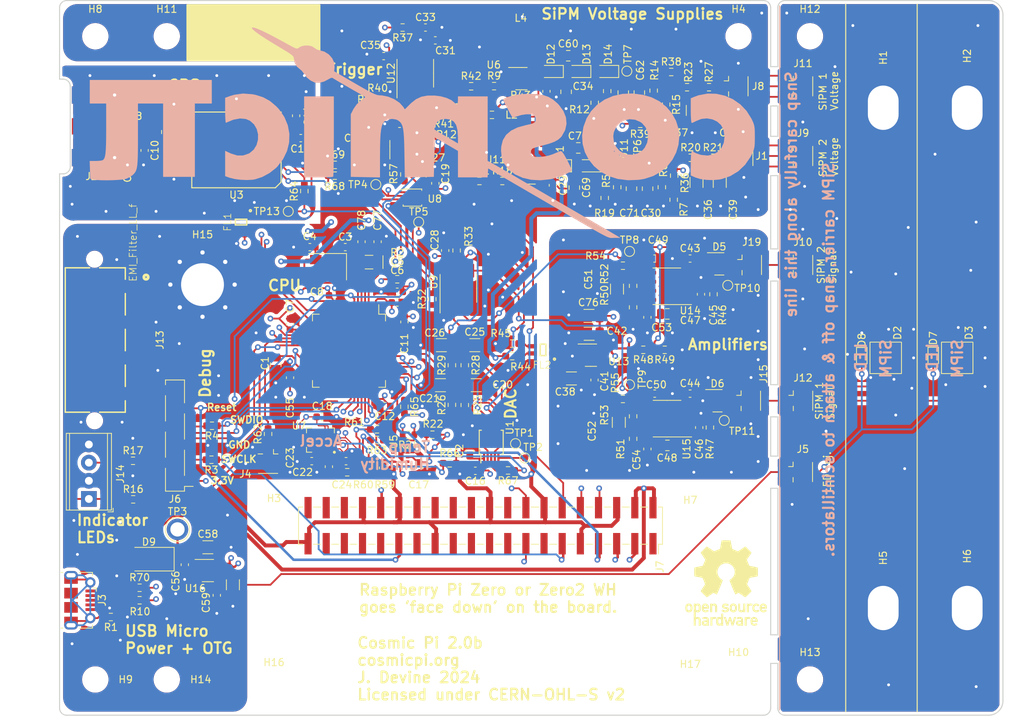
<source format=kicad_pcb>
(kicad_pcb (version 20221018) (generator pcbnew)
  (layers (0 "F.Cu" signal) (1 "In1.Cu" signal) (2 "In2.Cu" signal) (31 "B.Cu" signal) (34 "B.Paste" user) (35 "F.Paste" user) (36 "B.SilkS" user "B.Silkscreen") (37 "F.SilkS" user "F.Silkscreen") (38 "B.Mask" user) (39 "F.Mask" user) (44 "Edge.Cuts" user))
  (net 0 "")
  (net 1 "Net-(U2-VCAP1)")
  (net 2 "Net-(U2-PH0)")
  (net 3 "Net-(U2-PH1)")
  (net 4 "_RESET")
  (net 5 "+3V3")
  (net 6 "Net-(J2-In)")
  (net 7 "GNDD")
  (net 8 "Net-(U3-RF_IN)")
  (net 9 "Net-(U3-RESET)")
  (net 10 "Net-(C20-Pad1)")
  (net 11 "Net-(C21-Pad1)")
  (net 12 "Net-(U7-CAP)")
  (net 13 "Net-(U7-C1)")
  (net 14 "Net-(U9A--)")
  (net 15 "Net-(U9B--)")
  (net 16 "Net-(U12-CV)")
  (net 17 "Net-(U12-DIS)")
  (net 18 "Net-(C36-Pad1)")
  (net 19 "GNDREF")
  (net 20 "Net-(C37-Pad1)")
  (net 21 "Net-(U13-ON{slash}~{OFF})")
  (net 22 "Net-(U13-BP)")
  (net 23 "+3.3VA")
  (net 24 "V_OFFSET")
  (net 25 "Net-(C45-Pad1)")
  (net 26 "Net-(C46-Pad1)")
  (net 27 "Net-(C51-Pad1)")
  (net 28 "Net-(U14B--)")
  (net 29 "Net-(C52-Pad1)")
  (net 30 "Net-(U15B--)")
  (net 31 "+5V")
  (net 32 "Net-(U2-PC14)")
  (net 33 "Net-(U2-PC15)")
  (net 34 "Net-(D1-K)")
  (net 35 "Net-(D1-A)")
  (net 36 "Net-(D9-A)")
  (net 37 "Net-(J3-D-)")
  (net 38 "Net-(J3-D+)")
  (net 40 "Net-(J3-Shield)")
  (net 41 "Net-(J6-Pin_2)")
  (net 42 "Net-(J6-Pin_4)")
  (net 45 "RX0")
  (net 46 "TX0")
  (net 47 "FLAG")
  (net 48 "BOOT0")
  (net 69 "Net-(D11-A)")
  (net 70 "Net-(D12-K)")
  (net 71 "pwr_led")
  (net 72 "evt_led")
  (net 73 "Net-(J14-Pin_1)")
  (net 74 "Net-(L3-Pad1)")
  (net 75 "Net-(U3-VCC_RF)")
  (net 76 "SWCLK")
  (net 77 "SWDIO")
  (net 78 "USB_OTG_DP")
  (net 79 "SCL0")
  (net 80 "SDA0")
  (net 81 "DAC0")
  (net 82 "DAC1")
  (net 83 "Net-(R32-Pad1)")
  (net 84 "Net-(R33-Pad1)")
  (net 85 "TRIG_OUT")
  (net 86 "/analog/SIGNAL_OUT_1")
  (net 87 "/analog/SIGNAL_OUT_2")
  (net 88 "Net-(D12-A)")
  (net 89 "USB_OTG_DM")
  (net 90 "Net-(U1-~{LDAC})")
  (net 91 "Net-(U1-RDY{slash}~{BSY})")
  (net 92 "HV_DAC0")
  (net 93 "HV_DAC1")
  (net 100 "GPSRX")
  (net 101 "GPSTX")
  (net 102 "BIASFB1")
  (net 116 "GPSPPS")
  (net 118 "CH_A_OR")
  (net 119 "CH_B_OR")
  (net 128 "Net-(D11-K)")
  (net 129 "Net-(D14-K)")
  (net 135 "Net-(D13-K)")
  (net 136 "INJ_LED")
  (net 137 "Net-(U11-FB)")
  (net 138 "Net-(U6-FB)")
  (net 139 "Net-(J14-Pin_3)")
  (net 140 "SiPM1_test_A")
  (net 141 "SiPM2_test_A")
  (net 142 "SiPM1_test_K")
  (net 143 "SiPM2_test_K")
  (net 144 "GND")
  (net 145 "LED_Test_A")
  (net 146 "Net-(FL2-Pad2)")
  (net 147 "Net-(FL2-Pad3)")
  (net 148 "RPI_Time")
  (net 149 "RPI_extra")
  (net 150 "Net-(U11-VCC)")
  (net 151 "Net-(U6-VCC)")
  (net 152 "Net-(R42-Pad2)")
  (net 153 "Net-(R14-Pad2)")
  (net 154 "Net-(R18-Pad1)")
  (net 155 "VBIAS1")
  (net 156 "Net-(U7-SCL{slash}SPC)")
  (net 157 "VBIAS2")
  (net 158 "Net-(U7-SDA{slash}SDI{slash}SDO)")
  (net 159 "Net-(U12-TR)")
  (net 160 "BIASFB0")
  (net 161 "Net-(R56-Pad1)")
  (net 162 "Net-(R57-Pad1)")
  (net 163 "Net-(R58-Pad1)")
  (net 164 "Net-(U5-SCK)")
  (net 165 "Net-(U5-SDI)")
  (net 166 "Net-(U2-PA15)")
  (net 167 "Net-(U1-SCL)")
  (net 168 "Net-(U1-SDA)")
  (net 169 "Net-(J7-GPIO22)")
  (net 170 "Net-(J7-GPIO23)")
  (net 171 "Net-(U16-BP)")
  (net 172 "Net-(R57-Pad2)")
  (net 173 "Net-(R56-Pad2)")
  (net 174 "Net-(R36-Pad1)")
  (net 175 "Net-(R33-Pad2)")
  (net 176 "Net-(R32-Pad2)")
  (net 177 "Net-(C48-Pad1)")
  (net 178 "Net-(C47-Pad1)")
  (footprint "Resistor_SMD:R_0603_1608Metric" (layer "F.Cu") (at 47.175 126.26 180)
    (fp_text reference "R1")
    (fp_text value "20")
  )
  (footprint "Capacitor_SMD:C_0805_2012Metric" (layer "F.Cu") (at 120.025 66.325 90)
    (fp_text reference "C71")
    (fp_text value "1u, 100V")
  )
  (footprint "Resistor_SMD:R_0603_1608Metric" (layer "F.Cu") (at 69.175 100.65 90)
    (fp_text reference "R62")
    (fp_text value "300")
  )
  (footprint "Capacitor_SMD:C_1206_3216Metric" (layer "F.Cu") (at 131.625 55.375 -90)
    (fp_text reference "C40")
    (fp_text value "1u")
  )
  (footprint "Capacitor_SMD:C_0805_2012Metric" (layer "F.Cu") (at 121.125 52.875 90)
    (fp_text reference "C62")
    (fp_text value "47n, 100V")
  )
  (footprint "Capacitor_SMD:C_1206_3216Metric" (layer "F.Cu") (at 64.25 121.75 -90)
    (fp_text reference "C75" hide)
    (fp_text value "1u")
  )
  (footprint "Package_TO_SOT_SMD:SOT-23" (layer "F.Cu") (at 132.312424 76.85)
    (fp_text reference "D5")
    (fp_text value "BAS70-04")
  )
  (footprint "Package_SO:SOIC-8_3.9x4.9mm_P1.27mm" (layer "F.Cu") (at 124.974924 79.985 180)
    (fp_text reference "U14")
    (fp_text value "AD8039")
  )
  (footprint "Capacitor_SMD:C_0603_1608Metric" (layer "F.Cu") (at 77.685 105.225 90)
    (fp_text reference "C23")
    (fp_text value "100n")
  )
  (footprint "Resistor_SMD:R_0603_1608Metric" (layer "F.Cu") (at 92.175 100.75)
    (fp_text reference "R22")
    (fp_text value "10k")
  )
  (footprint "744232090:IND_744232090" (layer "F.Cu") (at 65.4 71 -90)
    (fp_text reference "FL1")
    (fp_text value "EMI_Filter_LL_f")
  )
  (footprint "Capacitor_SMD:C_0805_2012Metric" (layer "F.Cu") (at 112.575 60.625)
    (fp_text reference "C70")
    (fp_text value "0.1u, 50V")
  )
  (footprint "Capacitor_SMD:C_0603_1608Metric" (layer "F.Cu") (at 72.25 92.775 90)
    (fp_text reference "C55")
    (fp_text value "100n")
  )
  (footprint "Capacitor_SMD:C_1206_3216Metric" (layer "F.Cu") (at 98.1 88.225)
    (fp_text reference "C25")
    (fp_text value "1u")
  )
  (footprint "Package_LGA:Bosch_LGA-8_2.5x2.5mm_P0.65mm_ClockwisePinNumbering" (layer "F.Cu") (at 87.675 104.2 90)
    (fp_text reference "U5")
    (fp_text value "BME280")
  )
  (footprint "Package_TO_SOT_SMD:SOT-23-6" (layer "F.Cu") (at 104.625 50.925)
    (fp_text reference "U6")
    (fp_text value "MAX5026EUT_")
  )
  (footprint "Capacitor_SMD:C_0603_1608Metric" (layer "F.Cu") (at 85.35 47.775 180)
    (fp_text reference "C35")
    (fp_text value "100n")
  )
  (footprint "MountingHole:MountingHole_3.2mm_M3_DIN965" (layer "F.Cu") (at 145 45)
    (fp_text reference "H12")
    (fp_text value "MountingHole")
  )
  (footprint "TestPoint:TestPoint_Pad_D1.0mm" (layer "F.Cu") (at 105.1 104 90)
    (fp_text reference "TP2")
    (fp_text value "TestPoint")
  )
  (footprint "Resistor_SMD:R_0603_1608Metric_Pad0.98x0.95mm_HandSolder" (layer "F.Cu") (at 84.4125 101.5 180)
    (fp_text reference "R63")
    (fp_text value "0")
  )
  (footprint "Connector_PinSocket_2.54mm:PinSocket_2x20_P2.54mm_Vertical_SMD" (layer "F.Cu") (at 99.26 115.44 90)
    (fp_text reference "J7")
    (fp_text value "Raspberry_Pi_2_3_Zero")
  )
  (footprint "TestPoint:TestPoint_Pad_D1.0mm" (layer "F.Cu") (at 72 69.5)
    (fp_text reference "TP13")
    (fp_text value "TestPoint")
  )
  (footprint "Resistor_SMD:R_0603_1608Metric" (layer "F.Cu") (at 131.499924 81.1 -90)
    (fp_text reference "R46")
    (fp_text value "5100")
  )
  (footprint "Package_TO_SOT_SMD:SOT-23-5" (layer "F.Cu") (at 60.75 119.76)
    (fp_text reference "U16")
    (fp_text value "LP2985-3.3")
  )
  (footprint "smt_conn:691709710304" (layer "F.Cu") (at 44.9 87.5 -90)
    (fp_text reference "J13")
    (fp_text value "691709710304")
  )
  (footprint "Capacitor_SMD:C_0603_1608Metric" (layer "F.Cu") (at 62 123.225 -90)
    (fp_text reference "C59")
    (fp_text value "10n")
  )
  (footprint "Resistor_SMD:R_0603_1608Metric" (layer "F.Cu") (at 96.7 96.6 90)
    (fp_text reference "R25")
    (fp_text value "10k")
  )
  (footprint "Resistor_SMD:R_0603_1608Metric_Pad0.98x0.95mm_HandSolder" (layer "F.Cu") (at 125 62)
    (fp_text reference "R34")
    (fp_text value "0")
  )
  (footprint "Resistor_SMD:R_0603_1608Metric_Pad0.98x0.95mm_HandSolder" (layer "F.Cu") (at 74.25 66.6625 90)
    (fp_text reference "R64")
    (fp_text value "0")
  )
  (footprint "Package_TO_SOT_SMD:SOT-23" (layer "F.Cu") (at 132.0625 96)
    (fp_text reference "D6")
    (fp_text value "BAS70-04")
  )
  (footprint "Package_SO:SOIC-8_3.9x4.9mm_P1.27mm" (layer "F.Cu") (at 89.775 50.175 90)
    (fp_text reference "U12")
    (fp_text value "LM555")
  )
  (footprint "Capacitor_SMD:C_1206_3216Metric" (layer "F.Cu") (at 118.25 99.025 -90)
    (fp_text reference "C52")
    (fp_text value "n.a.")
  )
  (footprint "Resistor_SMD:R_0603_1608Metric" (layer "F.Cu") (at 96.7 91.025 90)
    (fp_text reference "R28")
    (fp_text value "10k")
  )
  (footprint "Cosmic:Inductor_#A915BY-470M=P3" (layer "F.Cu") (at 104.5375 45.75)
    (fp_text reference "L4")
    (fp_text value "47u")
  )
  (footprint "744232090:IND_744232090" (layer "F.Cu") (at 107.65 88.875 180)
    (fp_text reference "FL2")
    (fp_text value "EMI_Filter_LL_f" hide)
  )
  (footprint "Package_TO_SOT_SMD:SOT-23-6" (layer "F.Cu") (at 105.775 64.125)
    (fp_text reference "U11")
    (fp_text value "MAX5026EUT_")
  )
  (footprint "Capacitor_SMD:C_0603_1608Metric" (layer "F.Cu") (at 108.125 52.7 -90)
    (fp_text reference "C32")
    (fp_text value "1u")
  )
  (footprint "Resistor_SMD:R_0603_1608Metric" (layer "F.Cu") (at 88.825 100.75 180)
    (fp_text reference "R24")
    (fp_text value "10k")
  )
  (footprint "Capacitor_SMD:C_1206_3216Metric" (layer "F.Cu") (at 117.999924 80.375 -90)
    (fp_text reference "C51")
    (fp_text value "n.a.")
  )
  (footprint "Capacitor_SMD:C_0603_1608Metric" (layer "F.Cu") (at 87.25 80.75 180)
    (fp_text reference "C5")
    (fp_text value "100n")
  )
  (footprint "Resistor_SMD:R_0603_1608Metric" (layer "F.Cu") (at 50.6 57.6)
    (fp_text reference "R8")
    (fp_text value "0")
  )
  (footprint "Connector_Coaxial:U.FL_Hirose_U.FL-R-SMT-1_Vertical" (layer "F.Cu") (at 143.525 105.975)
    (fp_text reference "J5")
    (fp_text value "u.FL")
  )
  (footprint "TestPoint:TestPoint_Pad_D1.0mm" (layer "F.Cu") (at 119.75 93.75 180)
    (fp_text reference "TP9")
    (fp_text value "TestPoint")
  )
  (footprint "Capacitor_SMD:C_0805_2012Metric" (layer "F.Cu") (at 110.875 52.775 -90)
    (fp_text reference "C34")
    (fp_text value "1u, 100V")
  )
  (footprint "MountingHole:MountingHole_3.2mm_M3_DIN965" (layer "F.Cu") (at 145 135)
    (fp_text reference "H13")
    (fp_text value "MountingHole")
  )
  (footprint "Resistor_SMD:R_0603_1608Metric_Pad0.98x0.95mm_HandSolder" (layer "F.Cu") (at 126 64.5 90)
    (fp_text reference "R36")
    (fp_text value "0")
  )
  (footprint "Capacitor_SMD:C_0603_1608Metric" (layer "F.Cu") (at 129.5 99.75 90)
    (fp_text reference "C46")
    (fp_text value "30p")
  )
  (footprint "Capacitor_SMD:C_0603_1608Metric" (layer "F.Cu") (at 73.1 56.125 90)
    (fp_text reference "C14")
    (fp_text value "100n")
  )
  (footprint "Diode_SMD:D_SOD-323F" (layer "F.Cu") (at 118.025 63.125 180)
    (fp_text reference "D11")
    (fp_text value "1N4148")
  )
  (footprint "Crystal:Crystal_SMD_EuroQuartz_EQ161-2Pin_3.2x1.5mm" (layer "F.Cu") (at 83.3 76.6 180)
    (fp_text reference "Y2" hide)
    (fp_text value "32.768KHz")
  )
  (footprint "Capacitor_SMD:C_0603_1608Metric" (layer "F.Cu") (at 128.224924 76.1)
    (fp_text reference "C43")
    (fp_text value "100n")
  )
  (footprint "Resistor_SMD:R_0603_1608Metric" (layer "F.Cu") (at 120.249924 82.925 90)
    (fp_text reference "R50")
    (fp_text value "1k")
  )
  (footprint "Connector_Coaxial:U.FL_Hirose_U.FL-R-SMT-1_Vertical" (layer "F.Cu") (at 143.55 61.75)
    (fp_text reference "J9")
    (fp_text value "u.FL")
  )
  (footprint "Capacitor_SMD:C_0603_1608Metric" (layer "F.Cu") (at 85.275 105.4 90)
    (fp_text reference "C15" hide)
    (fp_text value "100n")
  )
  (footprint "TestPoint:TestPoint_Pad_D1.0mm" (layer "F.Cu") (at 90.25 71)
    (fp_text reference "TP5")
    (fp_text value "TestPoint")
  )
  (footprint "Resistor_SMD:R_0603_1608Metric_Pad0.98x0.95mm_HandSolder" (layer "F.Cu") (at 78.5 64.5)
    (fp_text reference "R68")
    (fp_text value "0")
  )
  (footprint "Resistor_SMD:R_0603_1608Metric_Pad0.98x0.95mm_HandSolder" (layer "F.Cu") (at 121.25 57.25 180)
    (fp_text reference "R39")
    (fp_text value "0")
  )
  (footprint "Capacitor_SMD:C_1206_3216Metric" (layer "F.Cu") (at 128.6 55.375 -90)
    (fp_text reference "C37")
    (fp_text value "1u")
  )
  (footprint "Resistor_SMD:R_0603_1608Metric" (layer "F.Cu") (at 121.675 88.875)
    (fp_text reference "R48")
    (fp_text value "20k")
  )
  (footprint "Capacitor_SMD:C_0603_1608Metric" (layer "F.Cu") (at 73.75 59.25)
    (fp_text reference "C13")
    (fp_text value "10u")
  )
  (footprint "Capacitor_SMD:C_0603_1608Metric" (layer "F.Cu") (at 84.5 73.75 90)
    (fp_text reference "C77")
    (fp_text value "4.3p")
  )
  (footprint "Diode_SMD:D_SOD-323F" (layer "F.Cu") (at 108.875 49.925 180)
    (fp_text reference "D12")
    (fp_text value "1N4148")
  )
  (footprint "Resistor_SMD:R_0603_1608Metric" (layer "F.Cu") (at 50.3 109.8)
    (fp_text reference "R16")
    (fp_text value "20")
  )
  (footprint "Capacitor_SMD:C_0603_1608Metric" (layer "F.Cu") (at 87.25 82.25)
    (fp_text reference "C6")
    (fp_text value "100n")
  )
  (footprint "Resistor_SMD:R_0603_1608Metric" (layer "F.Cu") (at 94.9 96.575 90)
    (fp_text reference "R26")
    (fp_text value "10k")
  )
  (footprint "TestPoint:TestPoint_Pad_D1.0mm" (layer "F.Cu") (at 119.375 49.875)
    (fp_text reference "TP7")
    (fp_text value "TestPoint")
  )
  (footprint "Resistor_SMD:R_0603_1608Metric_Pad0.98x0.95mm_HandSolder" (layer "F.Cu") (at 98.75 65.25)
    (fp_text reference "R31")
    (fp_text value "0")
  )
  (footprint "Resistor_SMD:R_0603_1608Metric" (layer "F.Cu") (at 124.675 88.875)
    (fp_text reference "R49")
    (fp_text value "10k")
  )
  (footprint "Capacitor_SMD:C_0805_2012Metric" (layer "F.Cu") (at 112.025 66.175 -90)
    (fp_text reference "C69")
    (fp_text value "1u, 100V")
  )
  (footprint "Resistor_SMD:R_0603_1608Metric_Pad0.98x0.95mm_HandSolder" (layer "F.Cu") (at 83.25 105.25 90)
    (fp_text reference "R59")
    (fp_text value "0")
  )
  (footprint "Capacitor_SMD:C_0603_1608Metric" (layer "F.Cu") (at 76.75 98.25 180)
    (fp_text reference "C18")
    (fp_text value "100n")
  )
  (footprint "MountingHole:MountingHole_3.2mm_M3_DIN965" (layer "F.Cu") (at 45 45)
    (fp_text reference "H8")
    (fp_text value "MountingHole")
  )
  (footprint "Capacitor_SMD:C_0805_2012Metric" (layer "F.Cu") (at 118.875 52.875 90)
    (fp_text reference "C61")
    (fp_text value "1u, 100V")
  )
  (footprint "Capacitor_SMD:C_0603_1608Metric" (layer "F.Cu") (at 72.25 85.275 90)
    (fp_text reference "C7")
    (fp_text value "100n")
  )
  (footprint "Resistor_SMD:R_0603_1608Metric_Pad0.98x0.95mm_HandSolder" (layer "F.Cu") (at 94.5875 104.75)
    (fp_text reference "R66")
    (fp_text value "0")
  )
  (footprint "Diode_SMD:D_SOD-323F" (layer "F.Cu") (at 110.025 63.125 180)
    (fp_text reference "D1")
    (fp_text value "1N4148")
  )
  (footprint "Connector_Coaxial:U.FL_Hirose_U.FL-R-SMT-1_Vertical" (layer "F.Cu") (at 135.175 61.75)
    (fp_text reference "J1")
    (fp_text value "u.FL")
  )
  (footprint "Capacitor_SMD:C_0603_1608Metric" (layer "F.Cu") (at 90.775 64.575 90)
    (fp_text reference "C27")
    (fp_text value "100n")
  )
  (footprint "Inductor_SMD:L_0603_1608Metric" (layer "F.Cu") (at 55.6125 60.9)
    (fp_text reference "L3")
    (fp_text value "47nH")
  )
  (footprint "Capacitor_SMD:C_0603_1608Metric" (layer "F.Cu") (at 75.025 74.5 180)
    (fp_text reference "C4")
    (fp_text value "22p")
  )
  (footprint "Capacitor_SMD:C_0805_2012Metric" (layer "F.Cu") (at 70.25 90.95 -90)
    (fp_text reference "C1")
    (fp_text value "4.7u")
  )
  (footprint "Resistor_SMD:R_0603_1608Metric" (layer "F.Cu") (at 92.155 81.775 90)
    (fp_text reference "R32")
    (fp_text value "330R")
  )
  (footprint "TestPoint:TestPoint_Pad_D1.0mm" (layer "F.Cu") (at 119.749924 75.1 180)
    (fp_text reference "TP8")
    (fp_text value "TestPoint")
  )
  (footprint "MountingHole:MountingHole_4.3x6.2mm_M4_Pad" (layer "F.Cu") (at 155.25 125 90)
    (fp_text reference "H5")
    (fp_text value "SiPM_Bracket")
  )
  (footprint "Resistor_SMD:R_0603_1608Metric" (layer "F.Cu") (at 131.45 62)
    (fp_text reference "R21")
    (fp_text value "1k")
  )
  (footprint "Resistor_SMD:R_0603_1608Metric" (layer "F.Cu") (at 95.555 74.975 90)
    (fp_text reference "R33")
    (fp_text value "330R")
  )
  (footprint "Capacitor_SMD:C_0603_1608Metric" (layer "F.Cu") (at 88.25 84.975 -90)
    (fp_text reference "C11")
    (fp_text value "100n")
  )
  (footprint "Connector_Coaxial:U.FL_Hirose_U.FL-R-SMT-1_Vertical" (layer "F.Cu") (at 69.175 104.325 -90)
    (fp_text reference "J4")
    (fp_text value "u.FL")
  )
  (footprint "MountingHole:MountingHole_2.7mm_M2.5_DIN965" (layer "F.Cu") (at 128.25 113.25)
    (fp_text reference "H7")
    (fp_text value "RPi")
  )
  (footprint "Symbol:OSHW-Logo_11.4x12mm_SilkScreen" (layer "F.Cu") (at 133.25 121.5)
    (fp_text reference "REF**" hide)
    (fp_text value "OSHW-Logo_11.4x12mm_SilkScreen" hide)
  )
  (footprint "MountingHole:MountingHole_3.2mm_M3_DIN965" (layer "F.Cu") (at 55 135)
    (fp_text reference "H14")
    (fp_text value "MountingHole")
  )
  (footprint "Resistor_SMD:R_0603_1608Metric" (layer "F.Cu") (at 120.249924 79.925 -90)
    (fp_text reference "R52")
    (fp_text value "30k")
  )
  (footprint "Capacitor_SMD:C_0805_2012Metric" (layer "F.Cu") (at 125.049924 83.85)
    (fp_text reference "C47")
    (fp_text value "100n")
  )
  (footprint "Resistor_SMD:R_0603_1608Metric" (layer "F.Cu") (at 90.575 54.975)
    (fp_text reference "R35")
    (fp_text value "10k")
  )
  (footprint "Resistor_SMD:R_0603_1608Metric_Pad0.98x0.95mm_HandSolder" (layer "F.Cu") (at 88.25 64.3375 -90)
    (fp_text reference "R57")
    (fp_text value "0")
  )
  (footprint "Capacitor_SMD:C_0603_1608Metric" (layer "F.Cu") (at 80.085 104.45 180)
    (fp_text reference "C24")
    (fp_text value "10u")
  )
  (footprint "Crystal:Crystal_SMD_5032-4Pin_5.0x3.2mm" (layer "F.Cu") (at 77.5 77.25 180)
    (fp_text reference "Y1" hide)
    (fp_text value "8 MHz")
  )
  (footprint "Diode_SMD:D_SMA" (layer "F.Cu") (at 52.525 118.165 180)
    (fp_text reference "D9")
    (fp_text value "B140-E3")
  )
  (footprint "TestPoint:TestPoint_Pad_D1.0mm" (layer "F.Cu") (at 84.25 65.75)
    (fp_text reference "TP4")
    (fp_text value "TestPoint")
  )
  (footprint "Capacitor_SMD:C_0603_1608Metric" (layer "F.Cu") (at 92.575 45.575)
    (fp_text reference "C31")
    (fp_text value "10n")
  )
  (footprint "TestPoint:TestPoint_Pad_D1.0mm" (layer "F.Cu") (at 91.5 59.75)
    (fp_text reference "TP12")
    (fp_text value "TestPoint")
  )
  (footprint "Resistor_SMD:R_0603_1608Metric_Pad0.98x0.95mm_HandSolder" (layer "F.Cu") (at 103.3375 89.75)
    (fp_text reference "R44")
    (fp_text value "0")
  )
  (footprint "Resistor_SMD:R_0603_1608Metric" (layer "F.Cu") (at 130.875 52.125)
    (fp_text reference "R27")
    (fp_text value "1k")
  )
  (footprint "Capacitor_SMD:C_0603_1608Metric" (layer "F.Cu") (at 114.85 93.1 -90)
    (fp_text reference "C41")
    (fp_text value "10n")
  )
  (footprint "Resistor_SMD:R_0603_1608Metric" (layer "F.Cu") (at 90.75 57.25)
    (fp_text reference "R41")
    (fp_text value "100k")
  )
  (footprint "Connector_Coaxial:U.FL_Hirose_U.FL-R-SMT-1_Vertical" (layer "F.Cu") (at 143.55 52)
    (fp_text reference "J11")
    (fp_text value "u.FL")
  )
  (footprint "Resistor_SMD:R_0603_1608Metric_Pad0.98x0.95mm_HandSolder" (layer "F.Cu") (at 125.5875 50)
    (fp_text reference "R38")
    (fp_text value "0")
  )
  (footprint "Resistor_SMD:R_0603_1608Metric_Pad0.98x0.95mm_HandSolder" (layer "F.Cu") (at 78.5 63)
    (fp_text reference "R69")
    (fp_text value "0")
  )
  (footprint "Connector_Coaxial:U.FL_Hirose_U.FL-R-SMT-1_Vertical" (layer "F.Cu") (at 143.55 77)
    (fp_text reference "J10")
    (fp_text value "u.FL")
  )
  (footprint "Resistor_SMD:R_0603_1608Metric" (layer "F.Cu") (at 61.325 99.5 180)
    (fp_text reference "R4")
    (fp_text value "20")
  )
  (footprint "Diode_SMD:D_SOD-323F" (layer "F.Cu") (at 114.175 63.125 180)
    (fp_text reference "D4")
    (fp_text value "1N4148")
  )
  (footprint "Capacitor_SMD:C_0603_1608Metric" (layer "F.Cu") (at 51.9 60.975 -90)
    (fp_text reference "C10")
    (fp_text value "n.a.")
  )
  (footprint "Capacitor_SMD:C_1206_3216Metric" (layer "F.Cu") (at 93.425 88.225 180)
    (fp_text reference "C26")
    (fp_text value "1u")
  )
  (footprint "TestPoint:TestPoint_Pad_D1.0mm" (layer "F.Cu") (at 133.499924 79.85 180)
    (fp_text reference "TP10")
    (fp_text value "TestPoint")
  )
  (footprint "Capacitor_SMD:C_1206_3216Metric" (layer "F.Cu") (at 93.3 93.825 180)
    (fp_text reference "C21")
    (fp_text value "1u")
  )
  (footprint "Connector_USB:USB_Micro-B_Molex-105017-0001" (layer "F.Cu") (at 42.84 123.915 -90)
    (fp_text reference "J3")
    (fp_text value "USB_B_Micro")
  )
  (footprint "Resistor_SMD:R_0603_1608Metric_Pad0.98x0.95mm_HandSolder" (layer "F.Cu") (at 97.5875 52)
    (fp_text reference "R42")
    (fp_text value "0")
  )
  (footprint "Package_SO:SOIC-8_3.9x4.9mm_P1.27mm" (layer "F.Cu") (at 95.805 80.275 90)
    (fp_text reference "U9")
    (fp_text value "MAX991")
  )
  (footprint "Resistor_SMD:R_0603_1608Metric" (layer "F.Cu") (at 125.925 67.875 -90)
    (fp_text reference "R7")
    (fp_text value "10k")
  )
  (footprint "Package_LGA:LGA-24L_3x3.5mm_P0.43mm" (layer "F.Cu") (at 76.5 101.5 180)
    (fp_text reference "U7")
    (fp_text value "LSM9DS1")
  )
  (footprint "Capacitor_SMD:C_0603_1608Metric" (layer "F.Cu") (at 87.575 57.25 180)
    (fp_text reference "C67")
    (fp_text value "100n")
  )
  (footprint "Resistor_SMD:R_0603_1608Metric" (layer "F.Cu") (at 88 43.775 180)
    (fp_text reference "R37")
    (fp_text value "100k")
  )
  (footprint "MountingHole:MountingHole_2.7mm_M2.5_DIN965" (layer "F.Cu") (at 70 113)
    (fp_text reference "H3")
    (fp_text value "RPi")
  )
  (footprint "Resistor_SMD:R_0603_1608Metric" (layer "F.Cu") (at 131 99.75 -90)
    (fp_text reference "R47")
    (fp_text value "5100")
  )
  (footprint "MountingHole:MountingHole_3.2mm_M3_DIN965" (layer "F.Cu") (at 135 45)
    (fp_text reference "H4")
    (fp_text value "MountingHole")
  )
  (footprint "MountingHole:MountingHole_4.3x6.2mm_M4_Pad" (layer "F.Cu") (at 167 55 90)
    (fp_text reference "H2")
    (fp_text value "SiPM_Bracket")
  )
  (footprint "Resistor_SMD:R_0603_1608Metric" (layer "F.Cu") (at 94.9 91.025 90)
    (fp_text reference "R29")
    (fp_text value "10k")
  )
  (footprint "Capacitor_SMD:C_0603_1608Metric" (layer "F.Cu") (at 123.274924 76.1 180)
    (fp_text reference "C49")
    (fp_text value "100n")
  )
  (footprint "Capacitor_SMD:C_0603_1608Metric" (layer "F.Cu") (at 98.175 105.8 180)
    (fp_text reference "C16")
    (fp_text value "100n")
  )
  (footprint "Cosmic:Inductor_#A915BY-470M=P3" (layer "F.Cu") (at 105.25 59.5)
    (fp_text reference "L2")
    (fp_text value "47u")
  )
  (footprint "Resistor_SMD:R_0603_1608Metric" (layer "F.Cu") (at 124.275 66.125 -90)
    (fp_text reference "R6")
    (fp_text value "200k")
  )
  (footprint "Connector_Coaxial:U.FL_Hirose_U.FL-R-SMT-1_Vertical" (layer "F.Cu") (at 136.25 96)
    (fp_text reference "J15")
    (fp_text value "u.FL")
  )
  (footprint "Resistor_SMD:R_0603_1608Metric_Pad0.98x0.95mm_HandSolder" (layer "F.Cu") (at 84.4125 100 180)
    (fp_text reference "R61")
    (fp_text value "0")
  )
  (footprint "Resistor_SMD:R_0603_1608Metric" (layer "F.Cu") (at 61.25 104.25 180)
    (fp_text reference "R3")
    (fp_text value "20")
  )
  (footprint "Resistor_SMD:R_0603_1608Metric" (layer "F.Cu") (at 50.275 104.4)
    (fp_text reference "R17")
    (fp_text value "20")
  )
  (footprint "Capacitor_SMD:C_0603_1608Metric" (layer "F.Cu") (at 97.4 103 90)
    (fp_text reference "C2")
    (fp_text value "10u")
  )
  (footprint "Resistor_SMD:R_0603_1608Metric" (layer "F.Cu") (at 128.3 62)
    (fp_text reference "R20")
    (fp_text value "1k")
  )
  (footprint "Capacitor_SMD:C_0603_1608Metric" (layer "F.Cu") (at 79.975 74.5)
    (fp_text reference "C3")
    (fp_text value "22p")
  )
  (footprint "LED_SMD:LED_0603_1608Metric" (layer "F.Cu") (at 152.25 90.0375 -90)
    (fp_text reference "D8")
    (fp_text value "LED")
  )
  (footprint "MountingHole:MountingHole_3.2mm_M3_DIN965" (layer "F.Cu") (at 45 135)
    (fp_text reference "H9")
    (fp_text value "MountingHole")
  )
  (footprint "Resistor_SMD:R_0603_1608Metric" (layer "F.Cu") (at 118.824924 77.1)
    (fp_text reference "R54")
    (fp_text value "100")
  )
  (footprint "Diode_SMD:D_SOD-323F" (layer "F.Cu") (at 116.625 49.925 180)
    (fp_text reference "D14")
    (fp_text value "1N4148")
  )
  (footprint "Connector_PinSocket_2.54mm:PinSocket_1x06_P2.54mm_Vertical_SMD_Pin1Left" (layer "F.Cu") (at 56.15 100.87 180)
    (fp_text reference "J6")
    (fp_text value "SWD")
  )
  (footprint "Capacitor_SMD:C_0603_1608Metric" (layer "F.Cu") (at 109.025 65.85 -90)
    (fp_text reference "C29")
    (fp_text value "1u")
  )
  (footprint "MountingHole:MountingHole_3.2mm_M3_DIN965" (layer "F.Cu") (at 55 45)
    (fp_text reference "H11")
    (fp_text value "MountingHole")
  )
  (footprint "Capacitor_SMD:C_0603_1608Metric" (layer "F.Cu") (at 57.525 118.94 90)
    (fp_text reference "C56")
    (fp_text value "22u")
  )
  (footprint "MountingHole:MountingHole_3.2mm_M3_DIN965" (layer "F.Cu") (at 135 135)
    (fp_text reference "H10")
    (fp_text value "MountingHole")
  )
  (footprint "Connector_Coaxial:SMA_Molex_73251-1153_EdgeMount_Horizontal" (layer "F.Cu") (at 45.98 57.6)
    (fp_text reference "J2")
    (fp_text value "SMA")
  )
  (footprint "Cosmic:LM76-M33" (layer "F.Cu") (at 64.75 60.9 90)
    (fp_text reference "U3")
    (fp_text value "L76-M33")
  )
  (footprint "Capacitor_SMD:C_0603_1608Metric" (layer "F.Cu") (at 122.249924 84.325 -90)
    (fp_text reference "C53")
    (fp_text value "100n")
  )
  (footprint "Package_SO:VSSOP-8_2.4x2.1mm_P0.5mm" (layer "F.Cu") (at 89.375 67.575)
    (fp_text reference "U8")
    (fp_text value "74AUC2G32")
  )
  (footprint "Capacitor_SMD:C_0603_1608Metric" (layer "F.Cu") (at 49.5 60.975 -90)
    (fp_text reference "C9")
    (fp_text value "n.a.")
  )
  (footprint "Capacitor_SMD:C_0603_1608Metric" (layer "F.Cu") (at 123.275 95 180)
    (fp_text reference "C50")
    (fp_text value "100n")
  )
  (footprint "MountingHole:MountingHole_4.3x6.2mm_M4_Pad" (layer "F.Cu") (at 155.25 55 90)
    (fp_text reference "H1")
    (fp_text value "SiPM_Bracket")
  )
  (footprint "TestPoint:TestPoint_Pad_D1.0mm" (layer "F.Cu") (at 133 98.75 180)
    (fp_text reference "TP11")
    (fp_text value "TestPoint")
  )
  (footprint "TestPoint:TestPoint_Pad_D1.0mm" (layer "F.Cu") (at 103.8 102 90)
    (fp_text reference "TP1")
    (fp_text value "TestPoint")
  )
  (footprint "Capacitor_SMD:C_0603_1608Metric" (layer "F.Cu") (at 92.575 65.575 90)
    (fp_text reference "C19")
    (fp_text value "1u")
  )
  (footprint "Resistor_SMD:R_0603_1608Metric_Pad0.98x0.95mm_HandSolder" (layer "F.Cu") (at 103.3375 88)
    (fp_text reference "R45")
    (fp_text value "0")
  )
  (footprint "Connector_Coaxial:U.FL_Hirose_U.FL-R-SMT-1_Vertical" (layer "F.Cu") (at 143.55 96)
    (fp_text reference "J12")
    (fp_text value "u.FL")
  )
  (footprint "Resistor_SMD:R_0603_1608Metric" (layer "F.Cu") (at 114.875 54.3 -90)
    (fp_text reference "R12")
    (fp_text value "6.81k")
  )
  (footprint "Capacitor_SMD:C_0603_1608Metric" (layer "F.Cu") (at 93.955 74.975 -90)
    (fp_text reference "C28")
    (fp_text value "1u")
  )
  (footprint "Capacitor_SMD:C_1206_3216Metric" (layer "F.Cu") (at 98.3 93.825)
    (fp_text reference "C20")
    (fp_text value "1u")
  )
  (footprint "Capacitor_SMD:C_0603_1608Metric" (layer "F.Cu") (at 128.225 95)
    (fp_text reference "C44")
    (fp_text value "100n")
  )
  (footprint "Package_SO:MSOP-10_3x3mm_P0.5mm" (layer "F.Cu") (at 100.4 101.8 90)
    (fp_text reference "U1")
    (fp_text value "MCP4728")
  )
  (footprint "Resistor_SMD:R_0603_1608Metric" (layer "F.Cu") (at 87.4 54.975 180)
    (fp_text reference "R40")
    (fp_text value "100k")
  )
  (footprint "Capacitor_SMD:C_0603_1608Metric" (layer "F.Cu") (at 122.25 102.75 -90)
    (fp_text reference "C54")
    (fp_text value "100n")
  )
  (footprint "Capacitor_SMD:C_1206_3216Metric" (layer "F.Cu") (at 129.125 65.45 -90)
    (fp_text reference "C36")
    (fp_text value "1u")
  )
  (footprint "Capacitor_SMD:C_0805_2012Metric" (layer "F.Cu") (at 111.175 47.725)
    (fp_text reference "C60")
    (fp_text value "0.1u, 50V")
  )
  (footprint "Resistor_SMD:R_0603_1608Metric" (layer "F.Cu") (at 51.2 122.165)
    (fp_text reference "R70")
    (fp_text value "20")
  )
  (footprint "Diode_SMD:D_SOD-323F" (layer "F.Cu") (at 112.725 49.925 180)
    (fp_text reference "D13")
    (fp_text value "1N4148")
  )
  (footprint "TestPoint:TestPoint_Pad_D1.0mm" (layer "F.Cu") (at 120.875 63.125)
    (fp_text reference "TP6")
    (fp_text value "TestPoint")
  )
  (footprint "Resistor_SMD:R_0603_1608Metric" (layer "F.Cu") (at 118.025 66.125 -90)
    (fp_text reference "R5")
    (fp_text value "255k")
  )
  (footprint "Resistor_SMD:R_0603_1608Metric_Pad0.98x0.95mm_HandSolder" (layer "F.Cu") (at 80.25 106)
    (fp_text reference "R60")
    (fp_text value "0")
  )
  (footprint "Capacitor_SMD:C_1206_3216Metric" (layer "F.Cu") (at 114.1 86.625 180)
    (fp_text reference "C42")
    (fp_text value "1u")
  )
  (footprint "MountingHole:MountingHole_2.7mm_M2.5_DIN965" (layer "F.Cu") (at 70 135.96)
    (fp_text reference "H16")
    (fp_text value "RPi")
  )
  (footprint "Capacitor_SMD:C_0603_1608Metric" (layer "F.Cu") (at 129.749924 81.1 90)
    (fp_text reference "C45")
    (fp_text value "30p")
  )
  (footprint "Capacitor_SMD:C_0603_1608Metric" (layer "F.Cu") (at 82.25 73.75 90)
    (fp_text reference "C78")
    (fp_text value "4.3p")
  )
  (footprint "Connector_Coaxial:U.FL_Hirose_U.FL-R-SMT-1_Vertical" (layer "F.Cu") (at 136.382462 77)
    (fp_text reference "J19")
    (fp_text value "u.FL")
  )
  (footprint "Resistor_SMD:R_0603_1608Metric" (layer "F.Cu") (at 123.125 52.6 -90)
    (fp_text reference "R14")
    (fp_text value "200k")
  )
  (footprint "Capacitor_SMD:C_0603_1608Metric" (layer "F.Cu") (at 75.285 104.45)
    (fp_text reference "C22")
    (fp_text value "10n")
  )
  (footprint "Package_TO_SOT_SMD:SOT-23-5" (layer "F.Cu") (at 87.775 60.375 90)
    (fp_text reference "U4")
    (fp_text value "74AHC1G00")
  )
  (footprint "Package_TO_SOT_SMD:SOT-23-5" (layer "F.Cu") (at 114.35 89.625)
    (fp_text reference "U13")
    (fp_text value "LP2985-3.3")
  )
  (footprint "Resistor_SMD:R_0603_1608Metric" (layer "F.Cu") (at 120.25 101.325 90)
    (fp_text reference "R51")
    (fp_text value "1k")
  )
  (footprint "Capacitor_SMD:C_0603_1608Metric" (layer "F.Cu") (at 85.5 96.75 180)
    (fp_text reference "C12")
    (fp_text value "100n")
  )
  (footprint "Resistor_SMD:R_0603_1608Metric_Pad0.98x0.95mm_HandSolder" (layer "F.Cu") (at 102.75 105.75 180)
    (fp_text reference "R67")
    (fp_text value "0")
  )
  (footprint "Resistor_SMD:R_0603_1608Metric" (layer "F.Cu") (at 116.625 52.675 -90)
    (fp_text reference "R11")
    (fp_text value "255k")
  )
  (footprint "Capacitor_SMD:C_0805_2012Metric" (layer "F.Cu") (at 122.275 66.325 90)
    (fp_text reference "C30")
    (fp_text value "47n, 100V")
  )
  (footprint "Resistor_SMD:R_0603_1608Metric_Pad0.98x0.95mm_HandSolder" (layer "F.Cu") (at 100.5 56 180)
    (fp_text reference "R30")
    (fp_text value "0")
  )
  (footprint "Resistor_SMD:R_0603_1608Metric" (layer "F.Cu") (at 118.825 95.75)
    (fp_text reference "R55")
    (fp_text value "100")
  )
  (footprint "Capacitor_SMD:C_0603_1608Metric" (layer "F.Cu") (at 78.475 81.25)
    (fp_text reference "C8")
    (fp_text value "100n")
  )
  (footprint "Capacitor_SMD:C_1206_3216Metric" (layer "F.Cu") (at 114.075 84.125 180)
    (fp_text reference "C76")
    (fp_text value "100u")
  )
  (footprint "Resistor_SMD:R_0603_1608Metric_Pad0.98x0.95mm_HandSolder" (layer "F.Cu") (at 84 62.5 -90)
    (fp_text reference "R56")
    (fp_text value "0")
  )
  (footprint "Resistor_SMD:R_0603_1608Metric" (layer "F.Cu") (at 116.275 67.625 -90)
    (fp_text reference "R19")
    (fp_text value "6.81k")
  )
  (footprint "Resistor_SMD:R_0603_1608Metric_Pad0.98x0.95mm_HandSolder" (layer "F.Cu") (at 88.25 96.8375 -90)
    (fp_text reference "R65")
    (fp_text value "DNP")
  )
  (footprint "Resistor_SMD:R_0603_1608Metric" (layer "F.Cu") (at 124.875 54.55 -90)
    (fp_text reference "R15")
    (fp_text value "10k")
  )
  (footprint "Resistor_SMD:R_0603_1608Metric" (layer "F.Cu") (at 87.25 79)
    (fp_text reference "R2")
    (fp_text value "100k")
  )
  (footprint "MountingHole:MountingHole_4.3x6.2mm_M4_Pad" (layer "F.Cu") (at 167 125 90)
    (fp_text reference "H6")
    (fp_text value "SiPM_Bracket")
  )
  (footprint "Resistor_SMD:R_0603_1608Metric" (layer "F.Cu") (at 51.2 123.915)
    (fp_text reference "R10")
    (fp_text value "20")
  )
  (footprint "TerminalBlock_Phoenix:TerminalBlock_Phoenix_MPT-0,5-4-2.54_1x04_P2.54mm_Horizontal" (layer "F.Cu") (at 44.1 109.74 90)
    (fp_text reference "J14")
    (fp_text value "Screw_Terminal_01x04")
  )
  (footprint "Resistor_SMD:R_0603_1608Metric" (layer "F.Cu") (at 54.8 58.4 -90)
    (fp_text reference "R13")
    (fp_text value "10")
  )
  (footprint "Connector_Coaxial:U.FL_Hirose_U.FL-R-SMT-1_Vertical" (layer "F.Cu") (at 134.5 52)
    (fp_text reference "J8")
    (fp_text value "u.FL")
  )
  (footprint "Capacitor_SMD:C_0805_2012Metric" (layer "F.Cu") (at 125.05 102.25)
    (fp_text reference "C48")
    (fp_text value "100n")
  )
  (footprint "Resistor_SMD:R_0603_1608Metric_Pad0.98x0.95mm_HandSolder" (layer "F.Cu") (at 83.0875 55.25)
    (fp_text reference "R58")
    (fp_text value "0")
  )
  (footprint "Package_QFP:LQFP-64_10x10mm_P0.5mm" (layer "F.Cu") (at 80.5 89 -90)
    (fp_text reference "U2" hide)
    (fp_text value "STM32F401RETx")
  )
  (footprint "Capacitor_SMD:C_1206_3216Metric" (layer "F.Cu") (at 60.75 116.5)
    (fp_text reference "C58")
    (fp_text value "1u")
  )
  (footprint "Resistor_SMD:R_0603_1608Metric" (layer "F.Cu") (at 100.8 51.975)
    (fp_text reference "R9")
    (fp_text value "13.7k")
  )
  (footprint "MountingHole:MountingHole_2.7mm_M2.5_DIN965" (layer "F.Cu") (at 128.25 136.21)
    (fp_text reference "H17")
    (fp_text value "RPi")
  )
  (footprint "Capacitor_SMD:C_1206_3216Metric" (layer "F.Cu") (at 111.625 92.875)
    (fp_text reference "C38")
    (fp_text value "1u")
  )
  (footprint "Resistor_SMD:R_0603_1608Metric" (layer "F.Cu") (at 120.25 98.175 -90)
    (fp_text reference "R53")
    (fp_text value "30k")
  )
  (footprint "MountingHole:MountingHole_6mm_Pad_Via" (layer "F.Cu") (at 60 79.75)
    (fp_text reference "H15")
    (fp_text value "Cable_pass")
  )
  (footprint "LED_SMD:LED_0603_1608Metric" (layer "F.Cu") (at 162.25 90 -90)
    (fp_text reference "D7")
    (fp_text value "LED")
  )
  (footprint "Capacitor_SMD:C_1206_3216Metric" (layer "F.Cu") (at 132.375 65.45 -90)
    (fp_text reference "C39")
    (fp_text value "1u")
  )
  (footprint "Resistor_SMD:R_0603_1608Metric_Pad0.98x0.95mm_HandSolder" (layer "F.Cu") (at 104.5 54.5)
    (fp_text reference "R43")
    (fp_text value "0")
  )
  (footprint "TestPoint:TestPoint_Plated_Hole_D2.0mm" (layer "F.Cu") (at 56.5 114)
    (fp_text reference "TP3")
    (fp_text value "TestPoint")
  )
  (footprint "Capacitor_SMD:C_0603_1608Metric" (layer "F.Cu") (at 90.275 105.4 90)
    (fp_text reference "C17")
    (fp_text value "100n")
  )
  (footprint "Package_SO:SOIC-8_3.9x4.9mm_P1.27mm" (layer "F.Cu") (at 125 98.5 180)
    (fp_text reference "U15")
    (fp_text value "AD8039")
  )
  (footprint "Resistor_SMD:R_0603_1608Metric" (layer "F.Cu") (at 101.95 65.25)
    (fp_text reference "R18")
    (fp_text value "13.7k")
  )
  (footprint "Cosmic:AFBR-S4N44P014M" (layer "F.Cu") (at 161.6 90 90)
    (fp_text reference "D2")
    (fp_text value "D")
  )
  (footprint "Capacitor_SMD:C_0603_1608Metric" (layer "F.Cu") (at 84.4 59.175)
    (fp_text reference "C68")
    (fp_text value "1u")
  )
  (footprint "Cosmic:AFBR-S4N44P014M" (layer "F.Cu") (at 171.6 90 90)
    (fp_text reference "D3")
    (fp_text value "D")
  )
  (footprint "Capacitor_SMD:C_0603_1608Metric" (layer "F.Cu") (at 91.2 43.775)
    (fp_text reference "C33")
    (fp_text value "220n")
  )
  (footprint "Resistor_SMD:R_0603_1608Metric" (layer "F.Cu") (at 127.8 52.125)
    (fp_text reference "R23")
    (fp_text value "1k")
  )
  (footprint "LOGO" (layer "B.Cu") (at 91.437226 57.425349 180)
    (fp_text reference "G***" hide)
    (fp_text value "LOGO" hide)
  )
  (gr_line (start 140.75 40.75) (end 140.75 139.25) (stroke (width 0.15)) (layer "B.SilkS"))
  (gr_line (start 160 40.5) (end 160 139.5) (stroke (width 0.15)) (layer "F.SilkS"))
  (gr_line (start 150 40.5) (end 150 139.5) (stroke (width 0.15)) (layer "F.SilkS"))
  (gr_line (start 138.5 140) (end 41 140) (stroke (width 0.15)) (layer "Edge.Cuts"))
  (gr_line (start 140.5 74.75) (end 139.5 74.75) (stroke (width 0.15)) (layer "Edge.Cuts"))
  (gr_arc (start 172 138) (mid 171.414214 139.414214) (end 170 140) (stroke (width 0.15)) (layer "Edge.Cuts"))
  (gr_line (start 140.5 103.75) (end 140.5 98.25) (stroke (width 0.15)) (layer "Edge.Cuts"))
  (gr_line (start 139.5 93.75) (end 139.5 79.25) (stroke (width 0.15)) (layer "Edge.Cuts"))
  (gr_line (start 140.5 93.75) (end 139.5 93.75) (stroke (width 0.15)) (layer "Edge.Cuts"))
  (gr_line (start 139.5 49.25) (end 139.5 41) (stroke (width 0.15)) (layer "Edge.Cuts"))
  (gr_arc (start 40 41) (mid 40.292893 40.292893) (end 41 40) (stroke (width 0.15)) (layer "Edge.Cuts"))
  (gr_arc (start 40.5 51) (mid 41.207107 51.292893) (end 41.5 52) (stroke (width 0.15)) (layer "Edge.Cuts"))
  (gr_line (start 40.5 51) (end 40 51) (stroke (width 0.15)) (layer "Edge.Cuts"))
  (gr_line (start 139.5 98.25) (end 139.5 103.75) (stroke (width 0.15)) (layer "Edge.Cuts"))
  (gr_line (start 140.5 132.75) (end 140.5 139) (stroke (width 0.15)) (layer "Edge.Cuts"))
  (gr_arc (start 141.5 140) (mid 140.792893 139.707107) (end 140.5 139) (stroke (width 0.15)) (layer "Edge.Cuts"))
  (gr_line (start 139.5 108.25) (end 139.5 128.75) (stroke (width 0.15)) (layer "Edge.Cuts"))
  (gr_line (start 40 139) (end 40 64.25) (stroke (width 0.15)) (layer "Edge.Cuts"))
  (gr_line (start 140.5 59) (end 139.5 59) (stroke (width 0.15)) (layer "Edge.Cuts"))
  (gr_arc (start 170 40) (mid 171.414214 40.585786) (end 172 42) (stroke (width 0.15)) (layer "Edge.Cuts"))
  (gr_line (start 40 51) (end 40 41) (stroke (width 0.15)) (layer "Edge.Cuts"))
  (gr_arc (start 139.5 139) (mid 139.207107 139.707107) (end 138.5 140) (stroke (width 0.15)) (layer "Edge.Cuts"))
  (gr_line (start 172 42) (end 172 138) (stroke (width 0.15)) (layer "Edge.Cuts"))
  (gr_line (start 139.5 79.25) (end 140.5 79.25) (stroke (width 0.15)) (layer "Edge.Cuts"))
  (gr_line (start 139.5 132.75) (end 139.5 139) (stroke (width 0.15)) (layer "Edge.Cuts"))
  (gr_line (start 140.5 128.75) (end 140.5 108.25) (stroke (width 0.15)) (layer "Edge.Cuts"))
  (gr_line (start 41.5 63.25) (end 41.5 52) (stroke (width 0.15)) (layer "Edge.Cuts"))
  (gr_line (start 141.5 40) (end 170 40) (stroke (width 0.15)) (layer "Edge.Cuts"))
  (gr_line (start 139.5 103.75) (end 140.5 103.75) (stroke (width 0.15)) (layer "Edge.Cuts"))
  (gr_line (start 140.5 41) (end 140.5 49.25) (stroke (width 0.15)) (layer "Edge.Cuts"))
  (gr_line (start 40 64.25) (end 40.5 64.25) (stroke (width 0.15)) (layer "Edge.Cuts"))
  (gr_line (start 140.5 79.25) (end 140.5 93.75) (stroke (width 0.15)) (layer "Edge.Cuts"))
  (gr_line (start 140.5 54.75) (end 140.5 59) (stroke (width 0.15)) (layer "Edge.Cuts"))
  (gr_line (start 139.5 54.75) (end 140.5 54.75) (stroke (width 0.15)) (layer "Edge.Cuts"))
  (gr_line (start 139.5 132.75) (end 140.5 132.75) (stroke (width 0.15)) (layer "Edge.Cuts"))
  (gr_line (start 141.5 140) (end 170 140) (stroke (width 0.15)) (layer "Edge.Cuts"))
  (gr_line (start 138.5 40) (end 41 40) (stroke (width 0.15)) (layer "Edge.Cuts"))
  (gr_line (start 140.5 64.5) (end 140.5 74.75) (stroke (width 0.15)) (layer "Edge.Cuts"))
  (gr_line (start 139.5 74.75) (end 139.5 64.5) (stroke (width 0.15)) (layer "Edge.Cuts"))
  (gr_line (start 139.5 128.75) (end 140.5 128.75) (stroke (width 0.15)) (layer "Edge.Cuts"))
  (gr_line (start 139.5 59) (end 139.5 54.75) (stroke (width 0.15)) (layer "Edge.Cuts"))
  (gr_line (start 140.5 98.25) (end 139.5 98.25) (stroke (width 0.15)) (layer "Edge.Cuts"))
  (gr_arc (start 41.5 63.25) (mid 41.207107 63.957107) (end 40.5 64.25) (stroke (width 0.15)) (layer "Edge.Cuts"))
  (gr_arc (start 140.5 41) (mid 140.792893 40.292893) (end 141.5 40) (stroke (width 0.15)) (layer "Edge.Cuts"))
  (gr_line (start 139.5 64.5) (end 140.5 64.5) (stroke (width 0.15)) (layer "Edge.Cuts"))
  (gr_arc (start 41 140) (mid 40.292893 139.707107) (end 40 139) (stroke (width 0.15)) (layer "Edge.Cuts"))
  (gr_line (start 140.5 49.25) (end 139.5 49.25) (stroke (width 0.15)) (layer "Edge.Cuts"))
  (gr_line (start 140.5 108.25) (end 139.5 108.25) (stroke (width 0.15)) (layer "Edge.Cuts"))
  (gr_arc (start 138.5 40) (mid 139.207107 40.292893) (end 139.5 41) (stroke (width 0.15)) (layer "Edge.Cuts"))
  (gr_text "LED" (at 163 87.75 90) (layer "B.SilkS") (effects (font (size 1.5 1.5) (thickness 0.3) bold) (justify left bottom mirror)))
  (gr_text "SiPM" (at 166.5 87.25 90) (layer "B.SilkS") (effects (font (size 1.5 1.5) (thickness 0.3) bold) (justify left bottom mirror)))
  (gr_text "Accel" (at 79.75 102.5) (layer "B.SilkS") (effects (font (size 1.5 1.5) (thickness 0.3) bold) (justify left bottom mirror)))
  (gr_text "LED" (at 153 87.75 90) (layer "B.SilkS") (effects (font (size 1.5 1.5) (thickness 0.3) bold) (justify left bottom mirror)))
  (gr_text "SiPM" (at 156.5 87.25 90) (layer "B.SilkS") (effects (font (size 1.5 1.5) (thickness 0.3) bold) (justify left bottom mirror)))
  (gr_text "Snap carefully along this line" (at 143.25 49.75 90) (layer "B.SilkS") (effects (font (size 1.5 1.5) (thickness 0.3) bold) (justify left bottom mirror)))
  (gr_text "SiPM carrier, snap off & attach to scintillators." (at 148.5 62.5 90) (layer "B.SilkS") (effects (font (size 1.5 1.5) (thickness 0.3) bold) (justify left bottom mirror)))
  (gr_text "Temp\nHumidity" (at 92 105.75) (layer "B.SilkS") (effects (font (size 1.5 1.5) (thickness 0.3) bold) (justify left bottom mirror)))
  (gr_text "Trigger" (at 77.25 50.5) (layer "F.SilkS") (effects (font (size 1.5 1.5) (thickness 0.3) bold) (justify left bottom)))
  (gr_text "SiPM Voltage Supplies" (at 107.25 42.75) (layer "F.SilkS") (effects (font (size 1.5 1.5) (thickness 0.3) bold) (justify left bottom)))
  (gr_text "SiPM 1\nVoltage" (at 149 55.5 90) (layer "F.SilkS") (effects (font (size 1 1)) (justify left bottom)))
  (gr_text "Amplifiers" (at 127.75 89) (layer "F.SilkS") (effects (font (size 1.5 1.5) (thickness 0.3) bold) (justify left bottom)))
  (gr_text "Reset" (at 60.5 97.5) (layer "F.SilkS") (effects (font (size 1 1) (thickness 0.2) bold) (justify left bottom)))
  (gr_text "GND" (at 63.5 102.75) (layer "F.SilkS") (effects (font (size 1 1) (thickness 0.2) bold) (justify left bottom)))
  (gr_text "LED inj." (at 148 109 90) (layer "F.SilkS") (effects (font (size 1 1)) (justify left bottom)))
  (gr_text "DAC" (at 104 98.75 90) (layer "F.SilkS") (effects (font (size 1.5 1.5) (thickness 0.3) bold) (justify left bottom)))
  (gr_text "Indicator\nLEDs" (at 42.25 116) (layer "F.SilkS") (effects (font (size 1.5 1.5) (thickness 0.3) bold) (justify left bottom)))
  (gr_text "USB Micro\nPower + OTG" (at 49 131.5) (layer "F.SilkS") (effects (font (size 1.5 1.5) (thickness 0.3) bold) (justify left bottom)))
  (gr_text "3.3V" (at 61 107.75) (layer "F.SilkS") (effects (font (size 1 1) (thickness 0.2) bold) (justify left bottom)))
  (gr_text "GPS" (at 55 52.75) (layer "F.SilkS") (effects (font (size 1.5 1.5) (thickness 0.3) bold) (justify left bottom)))
  (gr_text "Cosmic Pi 2.0b \ncosmicpi.org\nJ. Devine 2024\nLicensed under CERN-OHL-S v2\n" (at 81.5 138) (layer "F.SilkS") (effects (font (size 1.5 1.5) (thickness 0.3) bold) (justify left bottom)))
  (gr_text "Raspberry Pi Zero or Zero2 WH\ngoes 'face down' on the board." (at 81.75 125.75) (layer "F.SilkS") (effects (font (size 1.5 1.5) (thickness 0.3) bold) (justify left bottom)))
  (gr_text "SiPM 2\nSignal" (at 148.75 79.75 90) (layer "F.SilkS") (effects (font (size 1 1)) (justify left bottom)))
  (gr_text "CPU" (at 69 80.75) (layer "F.SilkS") (effects (font (size 1.5 1.5) (thickness 0.3) bold) (justify left bottom)))
  (gr_text "SiPM 1\nSignal" (at 148.5 98.75 90) (layer "F.SilkS") (effects (font (size 1 1)) (justify left bottom)))
  (gr_text "SWCLK" (at 62.5 104.75) (layer "F.SilkS") (effects (font (size 1 1) (thickness 0.2) bold) (justify left bottom)))
  (gr_text "SWDIO" (at 63.75 99.25) (layer "F.SilkS") (effects (font (size 1 1) (thickness 0.2) bold) (justify left bottom)))
  (gr_text "Debug" (at 61.25 95.75 90) (layer "F.SilkS") (effects (font (size 1.5 1.5) (thickness 0.3) bold) (justify left bottom)))
  (gr_text "SiPM 2\nVoltage" (at 149 64.75 90) (layer "F.SilkS") (effects (font (size 1 1)) (justify left bottom)))
  (segment (start 72.525305 89.75) (end 70.5 89.75) (width 0.25) (layer "F.Cu") (net 1))
  (segment (start 73.924695 91.75) (end 72.975 90.800305) (width 0.25) (layer "F.Cu") (net 1))
  (segment (start 74.825 91.75) (end 73.924695 91.75) (width 0.25) (layer "F.Cu") (net 1))
  (segment (start 72.975 90.800305) (end 72.975 90.199695) (width 0.25) (layer "F.Cu") (net 1))
  (segment (start 72.975 90.199695) (end 72.525305 89.75) (width 0.25) (layer "F.Cu") (net 1))
  (segment (start 80.75 76.5) (end 80.5 76.25) (width 0.25) (layer "F.Cu") (net 2))
  (segment (start 82.25 83.325) (end 82.25 80.25) (width 0.25) (layer "F.Cu") (net 2))
  (segment (start 80.75 78.75) (end 80.75 76.5) (width 0.25) (layer "F.Cu") (net 2))
  (segment (start 82.25 80.25) (end 80.75 78.75) (width 0.25) (layer "F.Cu") (net 2))
  (segment (start 79.2 74.5) (end 79.2 76.2) (width 0.25) (layer "F.Cu") (net 2))
  (segment (start 80.5 76.25) (end 79.15 76.25) (width 0.25) (layer "F.Cu") (net 2))
  (segment (start 74.25 79.25) (end 74.25 76.5) (width 0.25) (layer "F.Cu") (net 3))
  (segment (start 75.8 74.5) (end 75.8 76.2) (width 0.25) (layer "F.Cu") (net 3))
  (segment (start 80.75 79.5) (end 74.5 79.5) (width 0.25) (layer "F.Cu") (net 3))
  (segment (start 81.75 80.5) (end 80.75 79.5) (width 0.25) (layer "F.Cu") (net 3))
  (segment (start 74.25 76.5) (end 74.5 76.25) (width 0.25) (layer "F.Cu") (net 3))
  (segment (start 74.5 76.25) (end 75.85 76.25) (width 0.25) (layer "F.Cu") (net 3))
  (segment (start 81.75 83.325) (end 81.75 80.5) (width 0.25) (layer "F.Cu") (net 3))
  (segment (start 74.5 79.5) (end 74.25 79.25) (width 0.25) (layer "F.Cu") (net 3))
  (segment (start 81.25 81.75) (end 80.75 81.25) (width 0.25) (layer "F.Cu") (net 4))
  (segment (start 88.075 80) (end 89 80) (width 0.25) (layer "F.Cu") (net 4))
  (segment (start 89 80) (end 89.25 79.75) (width 0.25) (layer "F.Cu") (net 4))
  (segment (start 81.25 83.325) (end 81.25 81.75) (width 0.25) (layer "F.Cu") (net 4))
  (segment (start 88.075 79) (end 88.075 80) (width 0.25) (layer "F.Cu") (net 4))
  (segment (start 57.8 97.06) (end 59.69 97.06) (width 0.25) (layer "F.Cu") (net 4))
  (segment (start 88.075 80) (end 88.075 80.7) (width 0.25) (layer "F.Cu") (net 4))
  (segment (start 59.69 97.06) (end 59.75 97) (width 0.25) (layer "F.Cu") (net 4))
  (segment (start 87.61 117.64) (end 87 118.25) (width 0.35) (layer "F.Cu") (net 4))
  (segment (start 87.61 115.77) (end 87.61 117.64) (width 0.35) (layer "F.Cu") (net 4))
  (via (at 59.75 97) (size 0.8) (drill 0.4) (layers "F.Cu" "B.Cu") (net 4))
  (via (at 87 118.25) (size 0.8) (drill 0.4) (layers "F.Cu" "B.Cu") (net 4))
  (via (at 80.75 81.25) (size 0.8) (drill 0.4) (layers "F.Cu" "B.Cu") (net 4))
  (via (at 89.25 79.75) (size 0.8) (drill 0.4) (layers "F.Cu" "B.Cu") (net 4))
  (segment (start 87.525 81.475) (end 89.25 79.75) (width 0.25) (layer "B.Cu") (net 4))
  (segment (start 87 118.25) (end 72.739771 118.25) (width 0.35) (layer "B.Cu") (net 4))
  (segment (start 77 81.25) (end 71.775305 86.474695) (width 0.25) (layer "B.Cu") (net 4))
  (segment (start 80.75 81.25) (end 80.975 81.475) (width 0.25) (layer "B.Cu") (net 4))
  (segment (start 64.275305 97) (end 59.75 97) (width 0.25) (layer "B.Cu") (net 4))
  (segment (start 59.75 105.260229) (end 59.75 97) (width 0.35) (layer "B.Cu") (net 4))
  (segment (start 71.775305 89.5) (end 64.275305 97) (width 0.25) (layer "B.Cu") (net 4))
  (segment (start 80.75 81.25) (end 77 81.25) (width 0.25) (layer "B.Cu") (net 4))
  (segment (start 80.975 81.475) (end 87.525 81.475) (width 0.25) (layer "B.Cu") (net 4))
  (segment (start 71.775305 86.474695) (end 71.775305 89.5) (width 0.25) (layer "B.Cu") (net 4))
  (segment (start 72.739771 118.25) (end 59.75 105.260229) (width 0.35) (layer "B.Cu") (net 4))
  (segment (start 78.56 105.2) (end 79.31 104.45) (width 0.15) (layer "F.Cu") (net 5))
  (segment (start 91.68 53.82) (end 91.4 54.1) (width 0.25) (layer "F.Cu") (net 5))
  (segment (start 70.75 84.5) (end 72.25 83) (width 0.25) (layer "F.Cu") (net 5))
  (segment (start 64.25 119.25) (end 64.25 120.275) (width 0.3) (layer "F.Cu") (net 5))
  (segment (start 76.715 102.725) (end 76.715 103.465) (width 0.15) (layer "F.Cu") (net 5))
  (segment (start 78.005 102.725) (end 79.225 102.725) (width 0.15) (layer "F.Cu") (net 5))
  (segment (start 91.75 103.474695) (end 89.825305 101.55) (width 0.25) (layer "F.Cu") (net 5))
  (segment (start 84.5 81.75) (end 84.25 82) (width 0.25) (layer "F.Cu") (net 5))
  (segment (start 76.25 99.5) (end 76 99.25) (width 0.15) (layer "F.Cu") (net 5))
  (segment (start 83.625 59.175) (end 83.625 58.125) (width 0.25) (layer "F.Cu") (net 5))
  (segment (start 77.145 102.725) (end 77.145 103.355) (width 0.15) (layer "F.Cu") (net 5))
  (segment (start 91.575 65.35) (end 92.575 66.35) (width 0.25) (layer "F.Cu") (net 5))
  (segment (start 97.4 104.1) (end 98.75 104.1) (width 0.25) (layer "F.Cu") (net 5))
  (segment (start 77.5 80.25) (end 74.25 80.25) (width 0.25) (layer "F.Cu") (net 5))
  (segment (start 77 99.5) (end 76.25 99.5) (width 0.15) (layer "F.Cu") (net 5))
  (segment (start 88.25 84.2) (end 89.45 84.2) (width 0.25) (layer "F.Cu") (net 5))
  (segment (start 98.75 104.1) (end 99.3 104.1) (width 0.25) (layer "F.Cu") (net 5))
  (segment (start 91.68 52.65) (end 91.68 53.82) (width 0.25) (layer "F.Cu") (net 5))
  (segment (start 76.935 105.135) (end 76.935 103.685) (width 0.15) (layer "F.Cu") (net 5))
  (segment (start 87.75 58.25) (end 87.25 58.25) (width 0.25) (layer "F.Cu") (net 5))
  (segment (start 65.9 72.5) (end 65.9 73.9) (width 0.25) (layer "F.Cu") (net 5))
  (segment (start 64.25 119.25) (end 64.5 119.25) (width 0.3) (layer "F.Cu") (net 5))
  (segment (start 90.925 66.825) (end 92.1 66.825) (width 0.25) (layer "F.Cu") (net 5))
  (segment (start 87.25 58.25) (end 86.825 58.675) (width 0.25) (layer "F.Cu") (net 5))
  (segment (start 73.3 86.05) (end 73.5 86.25) (width 0.25) (layer "F.Cu") (net 5))
  (segment (start 91.4 54.1) (end 91.4 54.975) (width 0.25) (layer "F.Cu") (net 5))
  (segment (start 87.675 105.925) (end 88 106.25) (width 0.25) (layer "F.Cu") (net 5))
  (segment (start 77.975 101.715) (end 79.212725 101.715) (width 0.15) (layer "F.Cu") (net 5))
  (segment (start 79.31 104.45) (end 79.31 103.69) (width 0.25) (layer "F.Cu") (net 5))
  (segment (start 88.7 105.175) (end 89.725 105.175) (width 0.25) (layer "F.Cu") (net 5))
  (segment (start 88.8 101.55) (end 88 100.75) (width 0.25) (layer "F.Cu") (net 5))
  (segment (start 72.575 104.779595) (end 72.995405 105.2) (width 0.15) (layer "F.Cu") (net 5))
  (segment (start 79.31 103.69) (end 79.75 103.25) (width 0.25) (layer "F.Cu") (net 5))
  (segment (start 57.8 107.22) (end 60.47 107.22) (width 0.25) (layer "F.Cu") (net 5))
  (segment (start 85.25 79) (end 85 79.25) (width 0.25) (layer "F.Cu") (net 5))
  (segment (start 79.225 102.725) (end 79.75 103.25) (width 0.15) (layer "F.Cu") (net 5))
  (segment (start 75.975 98.25) (end 74.5 98.25) (width 0.15) (layer "F.Cu") (net 5))
  (segment (start 86.475 82.25) (end 86.475 83.475) (width 0.25) (layer "F.Cu") (net 5))
  (segment (start 87 85.25) (end 88.05 84.2) (width 0.25) (layer "F.Cu") (net 5))
  (segment (start 84.25 95.5) (end 84.5 95.75) (width 0.25) (layer "F.Cu") (net 5))
  (segment (start 79.212725 101.715) (end 79.387307 101.540418) (width 0.15) (layer "F.Cu") (net 5))
  (segment (start 87.175 43.775) (end 85.525 43.775) (width 0.25) (layer "F.Cu") (net 5))
  (segment (start 86.65 104.525) (end 85.375 104.525) (width 0.25) (layer "F.Cu") (net 5))
  (segment (start 86.025 54.975) (end 85.5 55.5) (width 0.25) (layer "F.Cu") (net 5))
  (segment (start 92.725 54.975) (end 92.75 55) (width 0.25) (layer "F.Cu") (net 5))
  (segment (start 91.75 104.5) (end 91.75 103.474695) (width 0.25) (layer "F.Cu") (net 5))
  (segment (start 63.81 118.19) (end 64 118) (width 0.3) (layer "F.Cu") (net 5))
  (segment (start 91.625 104.625) (end 91.75 104.5) (width 0.25) (layer "F.Cu") (net 5))
  (segment (start 63.81 118.81) (end 64.25 119.25) (width 0.3) (layer "F.Cu") (net 5))
  (segment (start 77 105.2) (end 78.56 105.2) (width 0.15) (layer "F.Cu") (net 5))
  (segment (start 79.946497 101.540418) (end 80.341902 101.935823) (width 0.15) (layer "F.Cu") (net 5))
  (segment (start 100 105.75) (end 100.25 106) (width 0.25) (layer "F.Cu") (net 5))
  (segment (start 73.65 99.1) (end 73.65 103.145405) (width 0.15) (layer "F.Cu") (net 5))
  (segment (start 88.35 57.65) (end 87.75 58.25) (width 0.25) (layer "F.Cu") (net 5))
  (segment (start 100.25 106) (end 100.25 106.25) (width 0.25) (layer "F.Cu") (net 5))
  (segment (start 64.5 119.25) (end 65 118.75) (width 0.3) (layer "F.Cu") (net 5))
  (segment (start 89.825305 101.55) (end 88.8 101.55) (width 0.25) (layer "F.Cu") (net 5))
  (segment (start 85.275 95.75) (end 86.275 96.75) (width 0.25) (layer "F.Cu") (net 5))
  (segment (start 77.7 81.25) (end 78.25 81.8) (width 0.25) (layer "F.Cu") (net 5))
  (segment (start 77.7 81.25) (end 77.7 80.45) (width 0.25) (layer "F.Cu") (net 5))
  (segment (start 77.575 100.275) (end 77.575 99.575) (width 0.15) (layer "F.Cu") (net 5))
  (segment (start 74.5 98.25) (end 73.65 99.1) (width 0.15) (layer "F.Cu") (net 5))
  (segment (start 76.75 103.5) (end 77 103.5) (width 0.15) (layer "F.Cu") (net 5))
  (segment (start 73.5 86.25) (end 74.825 86.25) (width 0.25) (layer "F.Cu") (net 5))
  (segment (start 84.25 94.675) (end 84.25 95.5) (width 0.25) (layer "F.Cu") (net 5))
  (segment (start 72.575 104.220405) (end 72.575 104.779595) (width 0.15) (layer "F.Cu") (net 5))
  (segment (start 87.675 105.175) (end 87.025 104.525) (width 0.25) (layer "F.Cu") (net 5))
  (segment (start 74.825 92.75) (end 73.75 92.75) (width 0.25) (layer "F.Cu") (net 5))
  (segment (start 86.575 54.975) (end 86.025 54.975) (width 0.25) (layer "F.Cu") (net 5))
  (segment (start 88.7 105.175) (end 87.675 105.175) (width 0.25) (layer "F.Cu") (net 5))
  (segment (start 83.625 58.125) (end 83.25 57.75) (width 0.25) (layer "F.Cu") (net 5))
  (segment (start 86.125 47.775) (end 86.125 46.625) (width 0.25) (layer "F.Cu") (net 5))
  (segment (start 86 82.25) (end 85.5 81.75) (width 0.25) (layer "F.Cu") (net 5))
  (segment (start 63.81 118.81) (end 63.81 118.19) (width 0.3) (layer "F.Cu") (net 5))
  (segment (start 86.425 79) (end 85.25 79) (width 0.25) (layer "F.Cu") (net 5))
  (segment (start 93.9 77.8) (end 93.9 75.805) (width 0.25) (layer "F.Cu") (net 5))
  (segment (start 98.75 105.6) (end 98.75 104.1) (width 0.25) (layer "F.Cu") (net 5))
  (segment (start 73.65 103.145405) (end 72.575 104.220405) (width 0.15) (layer "F.Cu") (net 5))
  (segment (start 77.7 80.45) (end 77.5 80.25) (width 0.25) (layer "F.Cu") (net 5))
  (segment (start 93.955 75.75) (end 92.5 75.75) (width 0.25) (layer "F.Cu") (net 5))
  (segment (start 86.125 46.625) (end 85.75 46.25) (width 0.25) (layer "F.Cu") (net 5))
  (segment (start 80.341902 102.658098) (end 79.75 103.25) (width 0.15) (layer "F.Cu") (net 5))
  (segment (start 85.5 55.5) (end 85.5 56) (width 0.25) (layer "F.Cu") (net 5))
  (segment (start 86.125 47.775) (end 87.795 47.775) (width 0.25) (layer "F.Cu") (net 5))
  (segment (start 77.575 99.575) (end 77.5 99.5) (width 0.15) (layer "F.Cu") (net 5))
  (segment (start 85.5 81.75) (end 84.5 81.75) (width 0.25) (layer "F.Cu") (net 5))
  (segment (start 77.5 99.5) (end 77 99.5) (width 0.15) (layer "F.Cu") (net 5))
  (segment (start 89.375 103.875) (end 90.125 104.625) (width 0.25) (layer "F.Cu") (net 5))
  (segment (start 85.5 56) (end 87.5 56) (width 0.25) (layer "F.Cu") (net 5))
  (segment (start 76.715 103.465) (end 76.75 103.5) (width 0.15) (layer "F.Cu") (net 5))
  (segment (start 90.275 104.625) (end 91.625 104.625) (width 0.25) (layer "F.Cu") (net 5))
  (segment (start 85.275 95.75) (end 85.275 95.475) (width 0.25) (layer "F.Cu") (net 5))
  (segment (start 77.145 100.275) (end 77.145 99.645) (width 0.15) (layer "F.Cu") (net 5))
  (segment (start 89.725 105.175) (end 90.275 104.625) (width 0.25) (layer "F.Cu") (net 5))
  (segment (start 72.95 93.55) (end 72.25 93.55) (width 0.25) (layer "F.Cu") (net 5))
  (segment (start 88.35 56.85) (end 88.35 57.25) (width 0.25) (layer "F.Cu") (net 5))
  (segment (start 93 100.75) (end 94.25 100.75) (width 0.25) (layer "F.Cu") (net 5))
  (segment (start 99 105.75) (end 100 105.75) (width 0.25) (layer "F.Cu") (net 5))
  (segment (start 76 99.25) (end 76 98.275) (width 0.15) (layer "F.Cu") (net 5))
  (segment (start 61.8875 118.81) (end 63.81 118.81) (width 0.3) (layer "F.Cu") (net 5))
  (segment (start 78.25 81.8) (end 78.25 83.325) (width 0.25) (layer "F.Cu") (net 5))
  (segment (start 80.341902 101.935823) (end 80.341902 102.658098) (width 0.15) (layer "F.Cu") (net 5))
  (segment (start 72.25 86.05) (end 73.3 86.05) (width 0.25) (layer "F.Cu") (net 5))
  (segment (start 92.575 66.35) (end 93.9 66.35) (width 0.25) (layer "F.Cu") (net 5))
  (segment (start 99.3 104.1) (end 99.4 104) (width 0.25) (layer "F.Cu") (net 5))
  (segment (start 87.025 104.525) (end 86.65 104.525) (width 0.25) (layer "F.Cu") (net 5))
  (segment (start 88 100.75) (end 88 99.5) (width 0.25) (layer "F.Cu") (net 5))
  (segment (start 77 105.2) (end 76.935 105.135) (width 0.15) (layer "F.Cu") (net 5))
  (segment (start 91.4 54.975) (end 92.725 54.975) (width 0.25) (layer "F.Cu") (net 5))
  (segment (start 92.1 66.825) (end 92.575 66.35) (width 0.25) (layer "F.Cu") (net 5))
  (segment (start 84.5 95.75) (end 85.275 95.75) (width 0.25) (layer "F.Cu") (net 5))
  (segment (start 72.25 93.55) (end 72.25 95) (width 0.25) (layer "F.Cu") (net 5))
  (segment (start 92.5 102.5) (end 94.25 100.75) (width 0.25) (layer "F.Cu") (net 5))
  (segment (start 77.145 103.355) (end 77 103.5) (width 0.15) (layer "F.Cu") (net 5))
  (segment (start 70.7 84.5) (end 69.5 84.5) (width 0.25) (layer "F.Cu") (net 5))
  (segment (start 87.675 105.175) (end 87.675 105.925) (width 0.25) (layer "F.Cu") (net 5))
  (segment (start 79.387307 101.540418) (end 79.946497 101.540418) (width 0.15) (layer "F.Cu") (net 5))
  (segment (start 85.275 95.475) (end 85.5 95.25) (width 0.25) (layer "F.Cu") (net 5))
  (segment (start 88.35 57.25) (end 88.35 57.65) (width 0.25) (layer "F.Cu") (net 5))
  (segment (start 70.7 84.5) (end 70.75 84.5) (width 0.25) (layer "F.Cu") (net 5))
  (segment (start 90.775 65.35) (end 91.575 65.35) (width 0.25) (layer "F.Cu") (net 5))
  (segment (start 86.475 82.25) (end 86 82.25) (width 0.25) (layer "F.Cu") (net 5))
  (segment (start 84.25 82) (end 84.25 83.325) (width 0.25) (layer "F.Cu") (net 5))
  (segment (start 87.5 56) (end 88.35 56.85) (width 0.25) (layer "F.Cu") (net 5))
  (segment (start 86.825 58.675) (end 86.825 59.2375) (width 0.25) (layer "F.Cu") (net 5))
  (segment (start 88.7 103.875) (end 89.375 103.875) (width 0.25) (layer "F.Cu") (net 5))
  (segment (start 93.9 66.35) (end 94 66.25) (width 0.25) (layer "F.Cu") (net 5))
  (segment (start 86.175 85.25) (end 87 85.25) (width 0.25) (layer "F.Cu") (net 5))
  (segment (start 74.25 80.25) (end 73.75 80.75) (width 0.25) (layer "F.Cu") (net 5))
  (segment (start 72.25 86.05) (end 70.7 84.5) (width 0.25) (layer "F.Cu") (net 5))
  (segment (start 72.995405 105.2) (end 77 105.2) (width 0.15) (layer "F.Cu") (net 5))
  (segment (start 91.75 104.5) (end 91.75 103.25) (width 0.25) (layer "F.Cu") (net 5))
  (segment (start 73.75 92.75) (end 72.95 93.55) (width 0.25) (layer "F.Cu") (net 5))
  (segment (start 91.75 103.25) (end 92.5 102.5) (width 0.25) (layer "F.Cu") (net 5))
  (segment (start 86.475 83.475) (end 86.5 83.5) (width 0.25) (layer "F.Cu") (net 5))
  (segment (start 76.935 103.685) (end 76.75 103.5) (width 0.15) (layer "F.Cu") (net 5))
  (segment (start 77.145 99.645) (end 77 99.5) (width 0.15) (layer "F.Cu") (net 5))
  (via (at 85.5 95.25) (size 0.8) (drill 0.4) (layers "F.Cu" "B.Cu") (net 5))
  (via (at 71 76.5) (size 0.8) (drill 0.4) (layers "F.Cu" "B.Cu") (net 5))
  (via (at 85.525 43.775) (size 0.8) (drill 0.4) (layers "F.Cu" "B.Cu") (net 5))
  (via (at 74.75 72.25) (size 0.8) (drill 0.4) (layers "F.Cu" "B.Cu") (net 5))
  (via (at 92.5 75.75) (size 0.8) (drill 0.4) (layers "F.Cu" "B.Cu") (net 5))
  (via (at 92.5 102.5) (size 0.8) (drill 0.4) (layers "F.Cu" "B.Cu") (net 5))
  (via (at 64 118) (size 0.8) (drill 0.4) (layers "F.Cu" "B.Cu") (net 5))
  (via (at 85 79.25) (size 0.8) (drill 0.4) (layers "F.Cu" "B.Cu") (net 5))
  (via (at 83.25 70.75) (size 0.8) (drill 0.4) (layers "F.Cu" "B.Cu") (net 5))
  (via (at 77.5 80.25) (size 0.8) (drill 0.4) (layers "F.Cu" "B.Cu") (net 5))
  (via (at 94 66.25) (size 0.8) (drill 0.4) (layers "F.Cu" "B.Cu") (net 5))
  (via (at 60.47 107.22) (size 0.8) (drill 0.4) (layers "F.Cu" "B.Cu") (net 5))
  (via (at 72.25 83) (size 0.8) (drill 0.4) (layers "F.Cu" "B.Cu") (net 5))
  (via (at 74.5 98.25) (size 0.8) (drill 0.4) (layers "F.Cu" "B.Cu") (net 5))
  (via (at 85.75 46.25) (size 0.8) (drill 0.4) (layers "F.Cu" "B.Cu") (net 5))
  (via (at 92.75 55) (size 0.8) (drill 0.4) (layers "F.Cu" "B.Cu") (net 5))
  (via (at 69.5 84.5) (size 0.8) (drill 0.4) (layers "F.Cu" "B.Cu") (net 5))
  (via (at 85.5 56) (size 0.8) (drill 0.4) (layers "F.Cu" "B.Cu") (net 5))
  (via (at 65.9 73.9) (size 0.8) (drill 0.4) (layers "F.Cu" "B.Cu") (net 5))
  (via (at 88 106.25) (size 0.8) (drill 0.4) (layers "F.Cu" "B.Cu") (net 5))
  (via (at 86.5 83.5) (size 0.8) (drill 0.4) (layers "F.Cu" "B.Cu") (net 5))
  (via (at 65 118.75) (size 0.8) (drill 0.4) (layers "F.Cu" "B.Cu") (net 5))
  (via (at 89.45 84.2) (size 0.8) (drill 0.4) (layers "F.Cu" "B.Cu") (net 5))
  (via (at 91.75 104.5) (size 0.8) (drill 0.4) (layers "F.Cu" "B.Cu") (net 5))
  (via (at 73.75 80.75) (size 0.8) (drill 0.4) (layers "F.Cu" "B.Cu") (net 5))
  (via (at 88 99.5) (size 0.8) (drill 0.4) (layers "F.Cu" "B.Cu") (net 5))
  (via (at 83.25 57.75) (size 0.8) (drill 0.4) (layers "F.Cu" "B.Cu") (net 5))
  (via (at 94.25 100.75) (size 0.8) (drill 0.4) (layers "F.Cu" "B.Cu") (net 5))
  (via (at 100.25 106.25) (size 0.8) (drill 0.4) (layers "F.Cu" "B.Cu") (net 5))
  (via (at 72.25 95) (size 0.8) (drill 0.4) (layers "F.Cu" "B.Cu") (net 5))
  (via (at 78 71) (size 0.8) (drill 0.4) (layers "F.Cu" "B.Cu") (net 5))
  (segment (start 75 76.5) (end 71 76.5) (width 0.55) (layer "B.Cu") (net 5))
  (segment (start 74.75 72.25) (end 76.75 72.25) (width 0.55) (layer "B.Cu") (net 5))
  (segment (start 83.25 70.75) (end 80.75 70.75) (width 0.55) (layer "B.Cu") (net 5))
  (segment (start 76.75 72.25) (end 78 71) (width 0.55) (layer "B.Cu") (net 5))
  (segment (start 80.75 70.75) (end 75 76.5) (width 0.55) (layer "B.Cu") (net 5))
  (segment (start 49.775 58.725) (end 49.5 59) (width 0.55) (layer "F.Cu") (net 6))
  (segment (start 49.5 59) (end 49.5 60.2) (width 0.55) (layer "F.Cu") (net 6))
  (segment (start 49.775 57.6) (end 44.26 57.6) (width 0.55) (layer "F.Cu") (net 6))
  (segment (start 49.775 57.6) (end 49.775 58.725) (width 0.55) (layer "F.Cu") (net 6))
  (segment (start 49.5 61.75) (end 49.5 63) (width 0.55) (layer "F.Cu") (net 7))
  (segment (start 51.9 61.75) (end 51.9 62.85) (width 0.55) (layer "F.Cu") (net 7))
  (segment (start 51.9 62.85) (end 51.75 63) (width 0.55) (layer "F.Cu") (net 7))
  (segment (start 64.9 68.4) (end 64.5 68) (width 0.25) (layer "F.Cu") (net 7))
  (segment (start 64.9 69.5) (end 64.9 68.4) (width 0.25) (layer "F.Cu") (net 7))
  (via (at 51.75 63) (size 0.8) (drill 0.4) (layers "F.Cu" "B.Cu") (net 7))
  (via (at 53.5 69.5) (size 0.8) (drill 0.4) (layers "F.Cu" "B.Cu") (net 7))
  (via (at 71.75 68) (size 0.8) (drill 0.4) (layers "F.Cu" "B.Cu") (net 7))
  (via (at 74.25 50.5) (size 0.8) (drill 0.4) (layers "F.Cu" "B.Cu") (net 7))
  (via (at 67.25 68.25) (size 0.8) (drill 0.4) (layers "F.Cu" "B.Cu") (net 7))
  (via (at 74.5 52.75) (size 0.8) (drill 0.4) (layers "F.Cu" "B.Cu") (net 7))
  (via (at 64.75 53.75) (size 0.8) (drill 0.4) (layers "F.Cu" "B.Cu") (net 7))
  (via (at 60.25 69.75) (size 0.8) (drill 0.4) (layers "F.Cu" "B.Cu") (net 7))
  (via (at 74 62.75) (size 0.8) (drill 0.4) (layers "F.Cu" "B.Cu") (net 7))
  (via (at 56 65) (size 0.8) (drill 0.4) (layers "F.Cu" "B.Cu") (net 7))
  (via (at 64.5 68) (size 0.8) (drill 0.4) (layers "F.Cu" "B.Cu") (net 7))
  (via (at 53.25 50.5) (size 0.8) (drill 0.4) (layers "F.Cu" "B.Cu") (net 7))
  (via (at 41.5 66) (size 0.8) (drill 0.4) (layers "F.Cu" "B.Cu") (net 7))
  (via (at 44.25 50.5) (size 0.8) (drill 0.4) (layers "F.Cu" "B.Cu") (net 7))
  (via (at 56 54.5) (size 0.8) (drill 0.4) (layers "F.Cu" "B.Cu") (net 7))
  (via (at 46.5 69.5) (size 0.8) (drill 0.4) (layers "F.Cu" "B.Cu") (net 7))
  (via (at 49.5 63) (size 0.8) (drill 0.4) (layers "F.Cu" "B.Cu") (net 7))
  (via (at 41.75 68.5) (size 0.8) (drill 0.4) (layers "F.Cu" "B.Cu") (net 7))
  (via (at 69.25 50.5) (size 0.8) (drill 0.4) (layers "F.Cu" "B.Cu") (net 7))
  (via (at 62 50.5) (size 0.8) (drill 0.4) (layers "F.Cu" "B.Cu") (net 7))
  (segment (start 51.425 57.6) (end 51.425 58.675) (width 0.55) (layer "F.Cu") (net 8))
  (segment (start 51.425 58.675) (end 51.9 59.15) (width 0.55) (layer "F.Cu") (net 8))
  (segment (start 51.425 57.6) (end 54.775 57.6) (width 0.55) (layer "F.Cu") (net 8))
  (segment (start 54.8 57.575) (end 59.875 57.575) (width 0.55) (layer "F.Cu") (net 8))
  (segment (start 51.9 59.15) (end 51.9 60.2) (width 0.55) (layer "F.Cu") (net 8))
  (segment (start 67.5 66.75) (end 75 66.75) (width 0.25) (layer "F.Cu") (net 9))
  (segment (start 73 57) (end 73 58) (width 0.25) (layer "F.Cu") (net 9))
  (segment (start 75.25 66.5) (end 75.25 62) (width 0.25) (layer "F.Cu") (net 9))
  (segment (start 69.6 59.8) (end 71.7 59.8) (width 0.25) (layer "F.Cu") (net 9))
  (segment (start 74.75 61.5) (end 73.5 61.5) (width 0.25) (layer "F.Cu") (net 9))
  (segment (start 75.25 62) (end 74.75 61.5) (width 0.25) (layer "F.Cu") (net 9))
  (segment (start 73 61) (end 73 59.275) (width 0.25) (layer "F.Cu") (net 9))
  (segment (start 71.5 56.5) (end 71.6 56.6) (width 0.25) (layer "F.Cu") (net 9))
  (segment (start 73 58) (end 73 59.225) (width 0.25) (layer "F.Cu") (net 9))
  (segment (start 73.5 61.5) (end 73 61) (width 0.25) (layer "F.Cu") (net 9))
  (segment (start 65.9 68.35) (end 67.5 66.75) (width 0.25) (layer "F.Cu") (net 9))
  (segment (start 72 58) (end 73 58) (width 0.25) (layer "F.Cu") (net 9))
  (segment (start 69.6 56.5) (end 71.5 56.5) (width 0.25) (layer "F.Cu") (net 9))
  (segment (start 71.6 56.6) (end 71.6 57.6) (width 0.25) (layer "F.Cu") (net 9))
  (segment (start 72.25 59.25) (end 72.975 59.25) (width 0.25) (layer "F.Cu") (net 9))
  (segment (start 71.7 59.8) (end 72.25 59.25) (width 0.25) (layer "F.Cu") (net 9))
  (segment (start 69.6 57.6) (end 71.6 57.6) (width 0.25) (layer "F.Cu") (net 9))
  (segment (start 65.9 69.5) (end 65.9 68.35) (width 0.25) (layer "F.Cu") (net 9))
  (segment (start 75 66.75) (end 75.25 66.5) (width 0.25) (layer "F.Cu") (net 9))
  (segment (start 71.6 57.6) (end 72 58) (width 0.25) (layer "F.Cu") (net 9))
  (segment (start 96.7 91.85) (end 96.7 93.7) (width 0.25) (layer "F.Cu") (net 10))
  (segment (start 96.7 95.775) (end 96.7 93.95) (width 0.25) (layer "F.Cu") (net 10))
  (segment (start 94.9 95.75) (end 94.9 93.95) (width 0.25) (layer "F.Cu") (net 11))
  (segment (start 94.9 91.85) (end 94.9 93.7) (width 0.25) (layer "F.Cu") (net 11))
  (segment (start 76.285 103.465) (end 76.06 103.69) (width 0.15) (layer "F.Cu") (net 12))
  (segment (start 76.285 102.725) (end 76.285 103.465) (width 0.15) (layer "F.Cu") (net 12))
  (segment (start 76.06 103.69) (end 76.06 104.45) (width 0.15) (layer "F.Cu") (net 12))
  (segment (start 77.575 102.725) (end 77.575 104.34) (width 0.15) (layer "F.Cu") (net 13))
  (segment (start 96.625 88.225) (end 96.625 90.125) (width 0.25) (layer "F.Cu") (net 14))
  (segment (start 96.625 86.125) (end 96.625 88.225) (width 0.25) (layer "F.Cu") (net 14))
  (segment (start 95.17 82.75) (end 95.17 84.67) (width 0.25) (layer "F.Cu") (net 14))
  (segment (start 95.17 84.67) (end 96.625 86.125) (width 0.25) (layer "F.Cu") (net 14))
  (segment (start 94.545 87.87) (end 94.545 85.955) (width 0.25) (layer "F.Cu") (net 15))
  (segment (start 94.9 88.225) (end 94.9 90.2) (width 0.25) (layer "F.Cu") (net 15))
  (segment (start 94.545 85.955) (end 94.75 85.75) (width 0.25) (layer "F.Cu") (net 15))
  (segment (start 96.44 77.8) (end 96.44 76.31) (width 0.25) (layer "F.Cu") (net 15))
  (segment (start 96.44 76.31) (end 97.5 75.25) (width 0.25) (layer "F.Cu") (net 15))
  (via (at 97.5 75.25) (size 0.8) (drill 0.4) (layers "F.Cu" "B.Cu") (net 15))
  (via (at 94.75 85.75) (size 0.8) (drill 0.4) (layers "F.Cu" "B.Cu") (net 15))
  (segment (start 95.75 84.75) (end 97.5 84.75) (width 0.25) (layer "B.Cu") (net 15))
  (segment (start 98 75.25) (end 97.5 75.25) (width 0.25) (layer "B.Cu") (net 15))
  (segment (start 98.5 83.75) (end 98.5 75.75) (width 0.25) (layer "B.Cu") (net 15))
  (segment (start 97.5 84.75) (end 98.5 83.75) (width 0.25) (layer "B.Cu") (net 15))
  (segment (start 94.75 85.75) (end 95.75 84.75) (width 0.25) (layer "B.Cu") (net 15))
  (segment (start 98.5 75.75) (end 98 75.25) (width 0.25) (layer "B.Cu") (net 15))
  (segment (start 91.68 47.7) (end 91.68 45.695) (width 0.25) (layer "F.Cu") (net 16))
  (segment (start 89.14 47.7) (end 89.75 47.7) (width 0.25) (layer "F.Cu") (net 17))
  (segment (start 89.75 43.775) (end 90.425 43.775) (width 0.25) (layer "F.Cu") (net 17))
  (segment (start 88.825 43.775) (end 89.75 43.775) (width 0.25) (layer "F.Cu") (net 17))
  (segment (start 89.75 47.7) (end 90.41 47.7) (width 0.25) (layer "F.Cu") (net 17))
  (segment (start 89.75 47.7) (end 89.75 43.775) (width 0.25) (layer "F.Cu") (net 17))
  (segment (start 129.125 62) (end 129.125 63.975) (width 0.25) (layer "F.Cu") (net 18))
  (segment (start 129.125 62) (end 130.625 62) (width 0.25) (layer "F.Cu") (net 18))
  (segment (start 112.6 84.125) (end 111.375 84.125) (width 0.3) (layer "F.Cu") (net 19))
  (segment (start 113.1 92.875) (end 113.1 94.4) (width 0.25) (layer "F.Cu") (net 19))
  (segment (start 125.75 95) (end 127.45 95) (width 0.25) (layer "F.Cu") (net 19))
  (segment (start 124.049924 76.1) (end 127.449924 76.1) (width 0.25) (layer "F.Cu") (net 19))
  (segment (start 112.625 86.625) (end 111.375 86.625) (width 0.3) (layer "F.Cu") (net 19))
  (segment (start 122.249924 85.999924) (end 122.25 86) (width 0.25) (layer "F.Cu") (net 19))
  (segment (start 111.375 84.125) (end 111.25 84) (width 0.3) (layer "F.Cu") (net 19))
  (segment (start 136.725 94.525) (end 136.725 92.775) (width 0.25) (layer "F.Cu") (net 19))
  (segment (start 114.85 93.875) (end 114.85 95.15) (width 0.25) (layer "F.Cu") (net 19))
  (segment (start 136.725 97.475) (end 136.725 99.225) (width 0.25) (layer "F.Cu") (net 19))
  (segment (start 111.375 86.625) (end 111.25 86.5) (width 0.3) (layer "F.Cu") (net 19))
  (segment (start 113.2125 89.625) (end 111.875 89.625) (width 0.3) (layer "F.Cu") (net 19))
  (segment (start 125.5 88.875) (end 127.125 88.875) (width 0.25) (layer "F.Cu") (net 19))
  (segment (start 136.725 92.775) (end 136.75 92.75) (width 0.25) (layer "F.Cu") (net 19))
  (segment (start 110.5 88.25) (end 110.75 88) (width 0.25) (layer "F.Cu") (net 19))
  (segment (start 122.25 86) (end 122.25 86.5) (width 0.25) (layer "F.Cu") (net 19))
  (segment (start 113.1 94.4) (end 113 94.5) (width 0.25) (layer "F.Cu") (net 19))
  (segment (start 114.75 95.25) (end 114.85 95.15) (width 0.25) (layer "F.Cu") (net 19))
  (segment (start 122.249924 85.1) (end 122.249924 85.999924) (width 0.25) (layer "F.Cu") (net 19))
  (segment (start 127.25 88.75) (end 127.125 88.875) (width 0.25) (layer "F.Cu") (net 19))
  (segment (start 111.875 89.625) (end 111.75 89.75) (width 0.3) (layer "F.Cu") (net 19))
  (segment (start 122.25 103.525) (end 122.25 105) (width 0.25) (layer "F.Cu") (net 19))
  (segment (start 110.375 88.375) (end 110.5 88.25) (width 0.25) (layer "F.Cu") (net 19))
  (segment (start 109.15 88.375) (end 110.375 88.375) (width 0.25) (layer "F.Cu") (net 19))
  (segment (start 136.75 99.25) (end 136.725 99.225) (width 0.25) (layer "F.Cu") (net 19))
  (segment (start 124.05 95) (end 125.75 95) (width 0.25) (layer "F.Cu") (net 19))
  (via (at 119.75 105.75) (size 0.8) (drill 0.4) (layers "F.Cu" "B.Cu") (net 19))
  (via (at 125.75 86.5) (size 0.8) (drill 0.4) (layers "F.Cu" "B.Cu") (net 19))
  (via (at 114.75 97.75) (size 0.8) (drill 0.4) (layers "F.Cu" "B.Cu") (net 19))
  (via (at 121.75 73.5) (size 0.8) (drill 0.4) (layers "F.Cu" "B.Cu") (net 19))
  (via (at 111.25 84) (size 0.8) (drill 0.4) (layers "F.Cu" "B.Cu") (net 19))
  (via (at 114.85 95.15) (size 0.8) (drill 0.4) (layers "F.Cu" "B.Cu") (net 19))
  (via (at 125.75 76.1) (size 0.8) (drill 0.4) (layers "F.Cu" "B.Cu") (net 19))
  (via (at 128.75 106) (size 0.8) (drill 0.4) (layers "F.Cu" "B.Cu") (net 19))
  (via (at 137.75 86.25) (size 0.8) (drill 0.4) (layers "F.Cu" "B.Cu") (net 19))
  (via (at 115.25 81) (size 0.8) (drill 0.4) (layers "F.Cu" "B.Cu") (net 19))
  (via (at 110.75 88) (size 0.8) (drill 0.4) (layers "F.Cu" "B.Cu") (net 19))
  (via (at 125.75 95) (size 0.8) (drill 0.4) (layers "F.Cu" "B.Cu") (net 19))
  (via (at 137.75 90.25) (size 0.8) (drill 0.4) (layers "F.Cu" "B.Cu") (net 19))
  (via (at 122.25 86.5) (size 0.8) (drill 0.4) (layers "F.Cu" "B.Cu") (net 19))
  (via (at 130.75 92.75) (size 0.8) (drill 0.4) (layers "F.Cu" "B.Cu") (net 19))
  (via (at 134 106) (size 0.8) (drill 0.4) (layers "F.Cu" "B.Cu") (net 19))
  (via (at 117.5 87.5) (size 0.8) (drill 0.4) (layers "F.Cu" "B.Cu") (net 19))
  (via (at 136 73.25) (size 0.8) (drill 0.4) (layers "F.Cu" "B.Cu") (net 19))
  (via (at 136.75 92.75) (size 0.8) (drill 0.4) (layers "F.Cu" "B.Cu") (net 19))
  (via (at 120.25 86) (size 0.8) (drill 0.4) (layers "F.Cu" "B.Cu") (net 19))
  (via (at 129.75 78.75) (size 0.8) (drill 0.4) (layers "F.Cu" "B.Cu") (net 19))
  (via (at 117.75 91.25) (size 0.8) (drill 0.4) (layers "F.Cu" "B.Cu") (net 19))
  (via (at 129.75 97.75) (size 0.8) (drill 0.4) (layers "F.Cu" "B.Cu") (net 19))
  (via (at 136.725 99.225) (size 0.8) (drill 0.4) (layers "F.Cu" "B.Cu") (net 19))
  (via (at 137.75 81.25) (size 0.8) (drill 0.4) (layers "F.Cu" "B.Cu") (net 19))
  (via (at 137.75 101) (size 0.8) (drill 0.4) (layers "F.Cu" "B.Cu") (net 19))
  (via (at 130.25 84.5) (size 0.8) (drill 0.4) (layers "F.Cu" "B.Cu") (net 19))
  (via (at 125.75 91.5) (size 0.8) (drill 0.4) (layers "F.Cu" "B.Cu") (net 19))
  (via (at 110.5 73.5) (size 0.8) (drill 0.4) (layers "F.Cu" "B.Cu") (net 19))
  (via (at 110.5 80.75) (size 0.8) (drill 0.4) (layers "F.Cu" "B.Cu") (net 19))
  (via (at 130 96) (size 0.8) (drill 0.4) (layers "F.Cu" "B.Cu") (net 19))
  (via (at 121 91.5) (size 0.8) (drill 0.4) (layers "F.Cu" "B.Cu") (net 19))
  (via (at 134.25 83.25) (size 0.8) (drill 0.4) (layers "F.Cu" "B.Cu") (net 19))
  (via (at 130.25 73.25) (size 0.8) (drill 0.4) (layers "F.Cu" "B.Cu") (net 19))
  (via (at 111.75 89.75) (size 0.8) (drill 0.4) (layers "F.Cu" "B.Cu") (net 19))
  (via (at 111.25 86.5) (size 0.8) (drill 0.4) (layers "F.Cu" "B.Cu") (net 19))
  (via (at 109.75 96.75) (size 0.8) (drill 0.4) (layers "F.Cu" "B.Cu") (net 19))
  (via (at 137.75 104.5) (size 0.8) (drill 0.4) (layers "F.Cu" "B.Cu") (net 19))
  (via (at 122.25 105) (size 0.8) (drill 0.4) (layers "F.Cu" "B.Cu") (net 19))
  (via (at 113.75 105.75) (size 0.8) (drill 0.4) (layers "F.Cu" "B.Cu") (net 19))
  (via (at 109.75 102) (size 0.8) (drill 0.4) (layers "F.Cu" "B.Cu") (net 19))
  (via (at 113 94.5) (size 0.8) (drill 0.4) (layers "F.Cu" "B.Cu") (net 19))
  (via (at 127.125 88.875) (size 0.8) (drill 0.4) (layers "F.Cu" "B.Cu") (net 19))
  (segment (start 128.625 52.125) (end 130.05 52.125) (width 0.25) (layer "F.Cu") (net 20))
  (segment (start 128.6 53.9) (end 128.6 52.15) (width 0.25) (layer "F.Cu") (net 20))
  (segment (start 110.25 90.5) (end 110.25 89.375) (width 0.25) (layer "F.Cu") (net 21))
  (segment (start 110.375 89.375) (end 111.075 88.675) (width 0.25) (layer "F.Cu") (net 21))
  (segment (start 110.325 90.575) (end 110.25 90.5) (width 0.25) (layer "F.Cu") (net 21))
  (segment (start 110.25 90.5) (end 110.25 92.775) (width 0.25) (layer "F.Cu") (net 21))
  (segment (start 109.15 89.375) (end 110.25 89.375) (width 0.25) (layer "F.Cu") (net 21))
  (segment (start 113.2125 90.575) (end 110.325 90.575) (width 0.25) (layer "F.Cu") (net 21))
  (segment (start 113.2125 88.675) (end 111.075 88.675) (width 0.25) (layer "F.Cu") (net 21))
  (segment (start 110.25 89.375) (end 110.375 89.375) (width 0.25) (layer "F.Cu") (net 21))
  (segment (start 115.4875 91.2625) (end 115.4875 90.575) (width 0.25) (layer "F.Cu") (net 22))
  (segment (start 114.85 92.325) (end 114.85 91.9) (width 0.25) (layer "F.Cu") (net 22))
  (segment (start 114.85 91.9) (end 115.4875 91.2625) (width 0.25) (layer "F.Cu") (net 22))
  (segment (start 119.5 101.25) (end 119 101.75) (width 0.25) (layer "F.Cu") (net 23))
  (segment (start 119.875 88.875) (end 120.85 88.875) (width 0.3) (layer "F.Cu") (net 23))
  (segment (start 116.575 101.325) (end 116.575 88.75) (width 0.25) (layer "F.Cu") (net 23))
  (segment (start 115.4875 88.675) (end 115.4875 86.7125) (width 0.3) (layer "F.Cu") (net 23))
  (segment (start 117.375 84.125) (end 117.5 84.25) (width 0.25) (layer "F.Cu") (net 23))
  (segment (start 116.575 88.75) (end 116.5 88.675) (width 0.25) (layer "F.Cu") (net 23))
  (segment (start 115.4875 88.675) (end 116.5 88.675) (width 0.3) (layer "F.Cu") (net 23))
  (segment (start 119.675 87.575) (end 119.75 87.5) (width 0.3) (layer "F.Cu") (net 23))
  (segment (start 122.25 101.25) (end 119.5 101.25) (width 0.25) (layer "F.Cu") (net 23))
  (segment (start 117 101.75) (end 116.575 101.325) (width 0.25) (layer "F.Cu") (net 23))
  (segment (start 116.675 83) (end 115.55 84.125) (width 0.25) (layer "F.Cu") (net 23))
  (segment (start 115.575 86.625) (end 115.575 84.15) (width 0.3) (layer "F.Cu") (net 23))
  (segment (start 122.249924 83) (end 116.675 83) (width 0.25) (layer "F.Cu") (net 23))
  (segment (start 119.675 88.675) (end 119.675 87.575) (width 0.3) (layer "F.Cu") (net 23))
  (segment (start 116.75 88.675) (end 117.25 88.675) (width 0.3) (layer "F.Cu") (net 23))
  (segment (start 122.249924 83) (end 122.249924 83.55) (width 0.25) (layer "F.Cu") (net 23))
  (segment (start 122.25 101.975) (end 122.25 101.25) (width 0.25) (layer "F.Cu") (net 23))
  (segment (start 122.25 100.68) (end 122.525 100.405) (width 0.25) (layer "F.Cu") (net 23))
  (segment (start 116.5 88.675) (end 116.75 88.675) (width 0.3) (layer "F.Cu") (net 23))
  (segment (start 122.499924 81.89) (end 122.499924 82.500076) (width 0.25) (layer "F.Cu") (net 23))
  (segment (start 117.25 89.25) (end 117.75 89.75) (width 0.3) (layer "F.Cu") (net 23))
  (segment (start 117.25 88.675) (end 119.675 88.675) (width 0.3) (layer "F.Cu") (net 23))
  (segment (start 117.25 88.675) (end 117.25 89.25) (width 0.3) (layer "F.Cu") (net 23))
  (segment (start 122.499924 82.500076) (end 122.249924 82.750076) (width 0.25) (layer "F.Cu") (net 23))
  (segment (start 119.675 88.675) (end 119.875 88.875) (width 0.3) (layer "F.Cu") (net 23))
  (segment (start 122.25 101.25) (end 122.25 100.68) (width 0.25) (layer "F.Cu") (net 23))
  (segment (start 122.249924 82.750076) (end 122.249924 83) (width 0.25) (layer "F.Cu") (net 23))
  (segment (start 115.55 84.125) (end 117.375 84.125) (width 0.25) (layer "F.Cu") (net 23))
  (segment (start 119 101.75) (end 117 101.75) (width 0.25) (layer "F.Cu") (net 23))
  (via (at 119.75 87.5) (size 0.8) (drill 0.4) (layers "F.Cu" "B.Cu") (net 23))
  (via (at 117.75 89.75) (size 0.8) (drill 0.4) (layers "F.Cu" "B.Cu") (net 23))
  (via (at 117.5 84.25) (size 0.8) (drill 0.4) (layers "F.Cu" "B.Cu") (net 23))
  (segment (start 131.125 96.95) (end 129.2 96.95) (width 0.25) (layer "F.Cu") (net 24))
  (segment (start 131.125 95.05) (end 129.05 95.05) (width 0.25) (layer "F.Cu") (net 24))
  (segment (start 129 93.75) (end 129 95) (width 0.25) (layer "F.Cu") (net 24))
  (segment (start 123 93) (end 122.5 93.5) (width 0.25) (layer "F.Cu") (net 24))
  (segment (start 127.449924 79.35) (end 128.65 79.35) (width 0.25) (layer "F.Cu") (net 24))
  (segment (start 131.374924 75.9) (end 129.199924 75.9) (width 0.25) (layer "F.Cu") (net 24))
  (segment (start 131.374924 77.8) (end 129.05 77.8) (width 0.25) (layer "F.Cu") (net 24))
  (segment (start 129 97.5) (end 128.635 97.865) (width 0.25) (layer "F.Cu") (net 24))
  (segment (start 129 79) (end 129 77.75) (width 0.25) (layer "F.Cu") (net 24))
  (segment (start 122.499924 78.08) (end 122.499924 76.1) (width 0.25) (layer "F.Cu") (net 24))
  (segment (start 123.25 87.75) (end 123.75 87.25) (width 0.25) (layer "F.Cu") (net 24))
  (segment (start 128.635 97.865) (end 127.475 97.865) (width 0.25) (layer "F.Cu") (net 24))
  (segment (start 123 88.875) (end 123 93) (width 0.25) (layer "F.Cu") (net 24))
  (segment (start 122.499924 75.000076) (end 122.499924 76.1) (width 0.25) (layer "F.Cu") (net 24))
  (segment (start 123.25 88.875) (end 123.25 87.75) (width 0.25) (layer "F.Cu") (net 24))
  (segment (start 123 93) (end 128.25 93) (width 0.25) (layer "F.Cu") (net 24))
  (segment (start 122.525 96.595) (end 122.525 95.025) (width 0.25) (layer "F.Cu") (net 24))
  (segment (start 123 74.5) (end 122.499924 75.000076) (width 0.25) (layer "F.Cu") (net 24))
  (segment (start 128.999924 76.1) (end 128.999924 74.749924) (width 0.25) (layer "F.Cu") (net 24))
  (segment (start 129 96.75) (end 129 97.5) (width 0.25) (layer "F.Cu") (net 24))
  (segment (start 122.5 88.875) (end 123 88.875) (width 0.25) (layer "F.Cu") (net 24))
  (segment (start 128.75 74.5) (end 123 74.5) (width 0.25) (layer "F.Cu") (net 24))
  (segment (start 128.65 79.35) (end 129 79) (width 0.25) (layer "F.Cu") (net 24))
  (segment (start 128.999924 74.749924) (end 128.75 74.5) (width 0.25) (layer "F.Cu") (net 24))
  (segment (start 123 88.875) (end 123.25 88.875) (width 0.25) (layer "F.Cu") (net 24))
  (segment (start 128.25 93) (end 129 93.75) (width 0.25) (layer "F.Cu") (net 24))
  (segment (start 123.25 88.875) (end 123.85 88.875) (width 0.25) (layer "F.Cu") (net 24))
  (segment (start 129.2 96.95) (end 129 96.75) (width 0.25) (layer "F.Cu") (net 24))
  (segment (start 129.05 77.8) (end 129 77.75) (width 0.25) (layer "F.Cu") (net 24))
  (segment (start 122.5 93.5) (end 122.5 95) (width 0.25) (layer "F.Cu") (net 24))
  (segment (start 129 95) (end 129 96.75) (width 0.25) (layer "F.Cu") (net 24))
  (segment (start 129 77.75) (end 129 76.100076) (width 0.25) (layer "F.Cu") (net 24))
  (via (at 124 74.5) (size 0.8) (drill 0.4) (layers "F.Cu" "B.Cu") (net 24))
  (via (at 123.75 87.25) (size 0.8) (drill 0.4) (layers "F.Cu" "B.Cu") (net 24))
  (segment (start 124 87) (end 123.75 87.25) (width 0.25) (layer "B.Cu") (net 24))
  (segment (start 124 74.5) (end 124 87) (width 0.25) (layer "B.Cu") (net 24))
  (segment (start 127.449924 81.89) (end 127.449924 83.300076) (width 0.25) (layer "F.Cu") (net 25))
  (segment (start 127.449924 83.300076) (end 126.9 83.85) (width 0.25) (layer "F.Cu") (net 25))
  (segment (start 126.9 83.85) (end 125.999924 83.85) (width 0.25) (layer "F.Cu") (net 25))
  (segment (start 129.749924 81.875) (end 131.449924 81.875) (width 0.25) (layer "F.Cu") (net 25))
  (segment (start 127.449924 81.89) (end 129.734924 81.89) (width 0.25) (layer "F.Cu") (net 25))
  (segment (start 127.475 100.405) (end 129.38 100.405) (width 0.25) (layer "F.Cu") (net 26))
  (segment (start 126 102.25) (end 127 102.25) (width 0.25) (layer "F.Cu") (net 26))
  (segment (start 129.5 100.525) (end 130.95 100.525) (width 0.25) (layer "F.Cu") (net 26))
  (segment (start 127.5 101.75) (end 127.5 100.43) (width 0.25) (layer "F.Cu") (net 26))
  (segment (start 127 102.25) (end 127.5 101.75) (width 0.25) (layer "F.Cu") (net 26))
  (segment (start 117.999924 78.9) (end 119.849924 80.75) (width 0.25) (layer "F.Cu") (net 27))
  (segment (start 119.849924 80.75) (end 120.249924 80.75) (width 0.25) (layer "F.Cu") (net 27))
  (segment (start 117.999924 78.9) (end 117.999924 77.1) (width 0.25) (layer "F.Cu") (net 27))
  (segment (start 122.499924 80.62) (end 120.379924 80.62) (width 0.25) (layer "F.Cu") (net 27))
  (segment (start 120.85 78.499924) (end 120.249924 79.1) (width 0.25) (layer "F.Cu") (net 28))
  (segment (start 120.85 79.1) (end 121.1 79.35) (width 0.25) (layer "F.Cu") (net 28))
  (segment (start 120.249924 79.1) (end 120.85 79.1) (width 0.25) (layer "F.Cu") (net 28))
  (segment (start 116.774924 75.449771) (end 117.974695 74.25) (width 0.25) (layer "F.Cu") (net 28))
  (segment (start 117.999924 81.85) (end 116.774924 80.625) (width 0.25) (layer "F.Cu") (net 28))
  (segment (start 117.974695 74.25) (end 120.066651 74.25) (width 0.25) (layer "F.Cu") (net 28))
  (segment (start 116.774924 80.625) (end 116.774924 75.449771) (width 0.25) (layer "F.Cu") (net 28))
  (segment (start 120.85 75.033349) (end 120.85 78.499924) (width 0.25) (layer "F.Cu") (net 28))
  (segment (start 121.1 79.35) (end 122.499924 79.35) (width 0.25) (layer "F.Cu") (net 28))
  (segment (start 120.249924 82.1) (end 118.249924 82.1) (width 0.25) (layer "F.Cu") (net 28))
  (segment (start 120.066651 74.25) (end 120.85 75.033349) (width 0.25) (layer "F.Cu") (net 28))
  (segment (start 118.25 97.55) (end 118.25 97) (width 0.25) (layer "F.Cu") (net 29))
  (segment (start 118 96.75) (end 118 95.75) (width 0.25) (layer "F.Cu") (net 29))
  (segment (start 118.25 97) (end 118 96.75) (width 0.25) (layer "F.Cu") (net 29))
  (segment (start 118.55 97.55) (end 120 99) (width 0.25) (layer "F.Cu") (net 29))
  (segment (start 120.25 99) (end 122.39 99) (width 0.25) (layer "F.Cu") (net 29))
  (segment (start 120.25 100.5) (end 118.25 100.5) (width 0.25) (layer "F.Cu") (net 30))
  (segment (start 119.224695 92.75) (end 119.916727 92.75) (width 0.25) (layer "F.Cu") (net 30))
  (segment (start 117.025 94.949695) (end 119.224695 92.75) (width 0.25) (layer "F.Cu") (net 30))
  (segment (start 119.916727 92.75) (end 120.75 93.583273) (width 0.25) (layer "F.Cu") (net 30))
  (segment (start 117.025 99.275) (end 117.025 94.949695) (width 0.25) (layer "F.Cu") (net 30))
  (segment (start 120.6 97.35) (end 121.115 97.865) (width 0.25) (layer "F.Cu") (net 30))
  (segment (start 120.75 93.583273) (end 120.75 96.85) (width 0.25) (layer "F.Cu") (net 30))
  (segment (start 118.25 100.5) (end 117.025 99.275) (width 0.25) (layer "F.Cu") (net 30))
  (segment (start 120.75 96.85) (end 120.25 97.35) (width 0.25) (layer "F.Cu") (net 30))
  (segment (start 121.115 97.865) (end 122.525 97.865) (width 0.25) (layer "F.Cu") (net 30))
  (segment (start 58.5 118.87) (end 58.5 120.5) (width 0.3) (layer "F.Cu") (net 31))
  (segment (start 107 53.25) (end 106.75 53.5) (width 0.25) (layer "F.Cu") (net 31))
  (segment (start 120.125 119.625) (end 71.125 119.625) (width 0.55) (layer "F.Cu") (net 31))
  (segment (start 109.025 65.075) (end 110.175 65.075) (width 0.25) (layer "F.Cu") (net 31))
  (segment (start 108.125 51.925) (end 107.575 51.925) (width 0.25) (layer "F.Cu") (net 31))
  (segment (start 123.17 108.42) (end 123.17 110.73) (width 0.55) (layer "F.Cu") (net 31))
  (segment (start 107 52.5) (end 107.575 51.925) (width 0.25) (layer "F.Cu") (net 31))
  (segment (start 121.75 118) (end 120.125 119.625) (width 0.55) (layer "F.Cu") (net 31))
  (segment (start 59.275 116.5) (end 59.275 114.975) (width 0.55) (layer "F.Cu") (net 31))
  (segment (start 58 116.5) (end 59.275 116.5) (width 0.3) (layer "F.Cu") (net 31))
  (segment (start 102.25 54.5) (end 102 54.25) (width 0.25) (layer "F.Cu") (net 31))
  (segment (start 59.275 114.975) (end 59.5 114.75) (width 0.55) (layer "F.Cu") (net 31))
  (segment (start 121.75 108.25) (end 123 108.25) (width 0.55) (layer "F.Cu") (net 31))
  (segment (start 59.5 114.75) (end 66.25 114.75) (width 0.55) (layer "F.Cu") (net 31))
  (segment (start 121.75 108.25) (end 121 108.25) (width 0.55) (layer "F.Cu") (net 31))
  (segment (start 103.5875 54.5) (end 102.25 54.5) (width 0.25) (layer "F.Cu") (net 31))
  (segment (start 59.6125 118.81) (end 58.56 118.81) (width 0.3) (layer "F.Cu") (net 31))
  (segment (start 66.25 114.75) (end 71.125 119.625) (width 0.55) (layer "F.Cu") (net 31))
  (segment (start 121 108.25) (end 120.63 108.62) (width 0.55) (layer "F.Cu") (net 31))
  (segment (start 110.175 65.075) (end 110.25 65) (width 0.25) (layer "F.Cu") (net 31))
  (segment (start 101.25 89.75) (end 101 90) (width 0.25) (layer "F.Cu") (net 31))
  (segment (start 58.56 118.81) (end 58.5 118.87) (width 0.3) (layer "F.Cu") (net 31))
  (segment (start 57.525 118.165) (end 57.525 116.975) (width 0.3) (layer "F.Cu") (net 31))
  (segment (start 123 108.25) (end 123.17 108.42) (width 0.55) (layer "F.Cu") (net 31))
  (segment (start 102.425 89.75) (end 101.25 89.75) (width 0.25) (layer "F.Cu") (net 31))
  (segment (start 101.4125 54.8375) (end 102 54.25) (width 0.25) (layer "F.Cu") (net 31))
  (segment (start 58.71 120.71) (end 58.5 120.5) (width 0.3) (layer "F.Cu") (net 31))
  (segment (start 59.6125 120.71) (end 58.71 120.71) (width 0.3) (layer "F.Cu") (net 31))
  (segment (start 120.63 108.62) (end 120.63 110.73) (width 0.55) (layer "F.Cu") (net 31))
  (segment (start 57.525 118.165) (end 54.525 118.165) (width 0.3) (layer "F.Cu") (net 31))
  (segment (start 121.75 108.25) (end 121.75 118) (width 0.55) (layer "F.Cu") (net 31))
  (segment (start 57.525 116.975) (end 58 116.5) (width 0.3) (layer "F.Cu") (net 31))
  (segment (start 56.5 115.95) (end 56.5 114) (width 0.3) (layer "F.Cu") (net 31))
  (segment (start 107 52.5) (end 107 53.25) (width 0.25) (layer "F.Cu") (net 31))
  (segment (start 57.915 118.165) (end 57.525 118.165) (width 0.3) (layer "F.Cu") (net 31))
  (segment (start 101.4125 56) (end 101.4125 54.8375) (width 0.25) (layer "F.Cu") (net 31))
  (segment (start 57.525 116.975) (end 56.5 115.95) (width 0.3) (layer "F.Cu") (net 31))
  (segment (start 58.56 118.81) (end 57.915 118.165) (width 0.3) (layer "F.Cu") (net 31))
  (via (at 101 90) (size 0.8) (drill 0.4) (layers "F.Cu" "B.Cu") (net 31))
  (via (at 121.75 108.25) (size 0.8) (drill 0.4) (layers "F.Cu" "B.Cu") (net 31))
  (via (at 106.75 53.5) (size 0.8) (drill 0.4) (layers "F.Cu" "B.Cu") (net 31))
  (via (at 110.25 65) (size 0.8) (drill 0.4) (layers "F.Cu" "B.Cu") (net 31))
  (via (at 102 54.25) (size 0.8) (drill 0.4) (layers "F.Cu" "B.Cu") (net 31))
  (segment (start 110.25 69.25) (end 109.75 69.75) (width 0.55) (layer "B.Cu") (net 31))
  (segment (start 100.125 89.125) (end 101 90) (width 0.55) (layer "B.Cu") (net 31))
  (segment (start 100.125 87.625) (end 100.125 89.125) (width 0.55) (layer "B.Cu") (net 31))
  (segment (start 106.75 53.5) (end 106.75 61.5) (width 0.55) (layer "B.Cu") (net 31))
  (segment (start 106 70.5) (end 106 75.737437) (width 0.55) (layer "B.Cu") (net 31))
  (segment (start 102 54.25) (end 106 54.25) (width 0.55) (layer "B.Cu") (net 31))
  (segment (start 106.75 69.75) (end 106 70.5) (width 0.55) (layer "B.Cu") (net 31))
  (segment (start 106 75.737437) (end 100.625 81.112437) (width 0.55) (layer "B.Cu") (net 31))
  (segment (start 106 54.25) (end 106.75 53.5) (width 0.55) (layer "B.Cu") (net 31))
  (segment (start 109.75 69.75) (end 106.75 69.75) (width 0.55) (layer "B.Cu") (net 31))
  (segment (start 100.625 81.112437) (end 100.625 87.125) (width 0.55) (layer "B.Cu") (net 31))
  (segment (start 110.25 65) (end 110.25 69.25) (width 0.55) (layer "B.Cu") (net 31))
  (segment (start 100.625 87.125) (end 100.125 87.625) (width 0.55) (layer "B.Cu") (net 31))
  (segment (start 106.75 61.5) (end 110.25 65) (width 0.55) (layer "B.Cu") (net 31))
  (segment (start 84.55 78.45) (end 84.55 76.6) (width 0.25) (layer "F.Cu") (net 32))
  (segment (start 84.55 76.6) (end 84.55 74.575) (width 0.25) (layer "F.Cu") (net 32))
  (segment (start 83.25 83.325) (end 83.25 79.75) (width 0.25) (layer "F.Cu") (net 32))
  (segment (start 83.25 79.75) (end 84.55 78.45) (width 0.25) (layer "F.Cu") (net 32))
  (segment (start 82.05 75.45) (end 82.25 75.25) (width 0.25) (layer "F.Cu") (net 33))
  (segment (start 82.75 79.75) (end 82.05 79.05) (width 0.25) (layer "F.Cu") (net 33))
  (segment (start 82.05 76.6) (end 82.05 75.45) (width 0.25) (layer "F.Cu") (net 33))
  (segment (start 82.25 75.25) (end 82.25 74.525) (width 0.25) (layer "F.Cu") (net 33))
  (segment (start 82.75 83.325) (end 82.75 79.75) (width 0.25) (layer "F.Cu") (net 33))
  (segment (start 82.05 79.05) (end 82.05 76.6) (width 0.25) (layer "F.Cu") (net 33))
  (segment (start 111.125 63.125) (end 112 63.125) (width 0.25) (layer "F.Cu") (net 34))
  (segment (start 112 65.2) (end 112 63.125) (width 0.25) (layer "F.Cu") (net 34))
  (segment (start 112 63.125) (end 113.075 63.125) (width 0.25) (layer "F.Cu") (net 34))
  (segment (start 109.5 60.25) (end 109.875 60.625) (width 0.25) (layer "F.Cu") (net 35))
  (segment (start 108.025 59.875) (end 108.4 60.25) (width 0.25) (layer "F.Cu") (net 35))
  (segment (start 109.875 61.125) (end 109.875 60.625) (width 0.25) (layer "F.Cu") (net 35))
  (segment (start 109.875 60.625) (end 111.625 60.625) (width 0.25) (layer "F.Cu") (net 35))
  (segment (start 108.4 60.25) (end 109.5 60.25) (width 0.25) (layer "F.Cu") (net 35))
  (segment (start 108.925 63.125) (end 108.925 62.075) (width 0.25) (layer "F.Cu") (net 35))
  (segment (start 108.925 62.075) (end 109.875 61.125) (width 0.25) (layer "F.Cu") (net 35))
  (segment (start 106.9125 63.175) (end 108.875 63.175) (width 0.25) (layer "F.Cu") (net 35))
  (segment (start 45.385 122.615) (end 46 122) (width 0.3) (layer "F.Cu") (net 36))
  (segment (start 44.3025 122.615) (end 45.385 122.615) (width 0.3) (layer "F.Cu") (net 36))
  (segment (start 46 118.75) (end 46.585 118.165) (width 0.3) (layer "F.Cu") (net 36))
  (segment (start 46.585 118.165) (end 50.525 118.165) (width 0.3) (layer "F.Cu") (net 36))
  (segment (start 46 122) (end 46 118.75) (width 0.3) (layer "F.Cu") (net 36))
  (segment (start 49.335 122.165) (end 50.375 122.165) (width 0.25) (layer "F.Cu") (net 37))
  (segment (start 48.235 123.265) (end 49.335 122.165) (width 0.25) (layer "F.Cu") (net 37))
  (segment (start 44.3025 123.265) (end 48.235 123.265) (width 0.25) (layer "F.Cu") (net 37))
  (segment (start 44.3025 123.915) (end 50.375 123.915) (width 0.25) (layer "F.Cu") (net 38))
  (segment (start 45.5 126.25) (end 45.51 126.26) (width 0.25) (layer "F.Cu") (net 40))
  (segment (start 41.6025 121.015) (end 41.6025 127.415) (width 0.25) (layer "F.Cu") (net 40))
  (segment (start 45.51 126.26) (end 46.35 126.26) (width 0.25) (layer "F.Cu") (net 40))
  (segment (start 41.6025 121.015) (end 43.9025 121.015) (width 0.25) (layer "F.Cu") (net 40))
  (segment (start 41.6025 126.815) (end 43.9025 126.815) (width 0.25) (layer "F.Cu") (net 40))
  (segment (start 44.3025 126.415) (end 45.335 126.415) (width 0.25) (layer "F.Cu") (net 40))
  (segment (start 45.335 126.415) (end 45.5 126.25) (width 0.25) (layer "F.Cu") (net 40))
  (segment (start 44.3025 126.415) (end 44.3025 121.415) (width 0.25) (layer "B.Cu") (net 40))
  (segment (start 41.6025 124.115) (end 44.3025 121.415) (width 0.25) (layer "B.Cu") (net 40))
  (segment (start 41.6025 120.415) (end 41.6025 123.715) (width 0.25) (layer "B.Cu") (net 40))
  (segment (start 41.6025 120.415) (end 43.3025 120.415) (width 0.25) (layer "B.Cu") (net 40))
  (segment (start 41.6025 127.415) (end 41.6025 124.115) (width 0.25) (layer "B.Cu") (net 40))
  (segment (start 41.6025 123.715) (end 44.3025 126.415) (width 0.25) (layer "B.Cu") (net 40))
  (segment (start 43.3025 120.415) (end 44.3025 121.415) (width 0.25) (layer "B.Cu") (net 40))
  (segment (start 43.3025 127.415) (end 44.3025 126.415) (width 0.25) (layer "B.Cu") (net 40))
  (segment (start 41.6025 120.415) (end 41.6025 127.415) (width 0.25) (layer "B.Cu") (net 40))
  (segment (start 41.6025 127.415) (end 43.3025 127.415) (width 0.25) (layer "B.Cu") (net 40))
  (segment (start 57.75 104.25) (end 57.32 104.68) (width 0.25) (layer "F.Cu") (net 41))
  (segment (start 57.32 104.68) (end 54.5 104.68) (width 0.25) (layer "F.Cu") (net 41))
  (segment (start 60.425 104.25) (end 57.75 104.25) (width 0.25) (layer "F.Cu") (net 41))
  (segment (start 60.4 99.6) (end 54.5 99.6) (width 0.25) (layer "F.Cu") (net 42))
  (segment (start 80.75 97.724695) (end 80.75 97.75) (width 0.25) (layer "F.Cu") (net 45))
  (segment (start 81.75 94.675) (end 81.75 96.724695) (width 0.25) (layer "F.Cu") (net 45))
  (segment (start 115.55 108.3) (end 115.5 108.25) (width 0.25) (layer "F.Cu") (net 45))
  (segment (start 81.75 96.724695) (end 80.75 97.724695) (width 0.25) (layer "F.Cu") (net 45))
  (segment (start 115.55 110.73) (end 115.55 108.3) (width 0.25) (layer "F.Cu") (net 45))
  (via (at 115.5 108.25) (size 0.8) (drill 0.4) (layers "F.Cu" "B.Cu") (net 45))
  (via (at 80.75 97.75) (size 0.8) (drill 0.4) (layers "F.Cu" "B.Cu") (net 45))
  (segment (start 81.25 94.675) (end 81.25 95.984767) (width 0.25) (layer "F.Cu") (net 46))
  (segment (start 113.01 108.26) (end 113 108.25) (width 0.25) (layer "F.Cu") (net 46))
  (segment (start 113.01 110.73) (end 113.01 108.26) (width 0.25) (layer "F.Cu") (net 46))
  (segment (start 81.25 95.984767) (end 79.711389 97.523378) (width 0.25) (layer "F.Cu") (net 46))
  (via (at 113 108.25) (size 0.8) (drill 0.4) (layers "F.Cu" "B.Cu") (net 46))
  (via (at 79.711389 97.523378) (size 0.8) (drill 0.4) (layers "F.Cu" "B.Cu") (net 46))
  (segment (start 110.47 118.03) (end 110.25 118.25) (width 0.35) (layer "F.Cu") (net 47))
  (segment (start 73 89.265685) (end 73 89) (width 0.25) (layer "F.Cu") (net 47))
  (segment (start 74.825 90.25) (end 73.984315 90.25) (width 0.25) (layer "F.Cu") (net 47))
  (segment (start 110.47 115.77) (end 110.47 118.03) (width 0.35) (layer "F.Cu") (net 47))
  (segment (start 73.984315 90.25) (end 73 89.265685) (width 0.25) (layer "F.Cu") (net 47))
  (via (at 73 89) (size 0.8) (drill 0.4) (layers "F.Cu" "B.Cu") (net 47))
  (via (at 110.25 118.25) (size 0.8) (drill 0.4) (layers "F.Cu" "B.Cu") (net 47))
  (segment (start 62.775 104.550305) (end 62.775 98.949695) (width 0.25) (layer "B.Cu") (net 47))
  (segment (start 63.199695 104.975) (end 62.775 104.550305) (width 0.25) (layer "B.Cu") (net 47))
  (segment (start 76.25 116.75) (end 76.25 114.25) (width 0.25) (layer "B.Cu") (net 47))
  (segment (start 77 117.5) (end 76.25 116.75) (width 0.25) (layer "B.Cu") (net 47))
  (segment (start 63.225 104.975) (end 63.199695 104.975) (width 0.25) (layer "B.Cu") (net 47))
  (segment (start 66.113604 96.611091) (end 71.499695 91.225) (width 0.25) (layer "B.Cu") (net 47))
  (segment (start 64.5 106.25) (end 63.225 104.975) (width 0.25) (layer "B.Cu") (net 47))
  (segment (start 72.550305 91.225) (end 73 90.775305) (width 0.25) (layer "B.Cu") (net 47))
  (segment (start 63.224695 98.5) (end 64.227208 98.5) (width 0.25) (layer "B.Cu") (net 47))
  (segment (start 71.499695 91.225) (end 72.550305 91.225) (width 0.25) (layer "B.Cu") (net 47))
  (segment (start 68.25 106.25) (end 64.5 106.25) (width 0.25) (layer "B.Cu") (net 47))
  (segment (start 62.775 98.949695) (end 63.224695 98.5) (width 0.25) (layer "B.Cu") (net 47))
  (segment (start 110.25 118.25) (end 109.5 117.5) (width 0.25) (layer "B.Cu") (net 47))
  (segment (start 76.25 114.25) (end 68.25 106.25) (width 0.25) (layer "B.Cu") (net 47))
  (segment (start 73 90.775305) (end 73 89) (width 0.25) (layer "B.Cu") (net 47))
  (segment (start 66.113604 96.613604) (end 66.113604 96.611091) (width 0.25) (layer "B.Cu") (net 47))
  (segment (start 109.5 117.5) (end 77 117.5) (width 0.25) (layer "B.Cu") (net 47))
  (segment (start 64.227208 98.5) (end 66.113604 96.613604) (width 0.25) (layer "B.Cu") (net 47))
  (segment (start 86.175 87.25) (end 87.015685 87.25) (width 0.25) (layer "F.Cu") (net 48))
  (segment (start 91.282538 89.45) (end 92.957538 91.125) (width 0.25) (layer "F.Cu") (net 48))
  (segment (start 89.215685 89.45) (end 91.282538 89.45) (width 0.25) (layer "F.Cu") (net 48))
  (segment (start 110.47 107.503273) (end 110.47 110.73) (width 0.25) (layer "F.Cu") (net 48))
  (segment (start 101.875 98.908273) (end 110.47 107.503273) (width 0.25) (layer "F.Cu") (net 48))
  (segment (start 99.400305 91.125) (end 101.875 93.599695) (width 0.25) (layer "F.Cu") (net 48))
  (segment (start 101.875 93.599695) (end 101.875 98.908273) (width 0.25) (layer "F.Cu") (net 48))
  (segment (start 87.015685 87.25) (end 89.215685 89.45) (width 0.25) (layer "F.Cu") (net 48))
  (segment (start 92.957538 91.125) (end 99.400305 91.125) (width 0.25) (layer "F.Cu") (net 48))
  (segment (start 115.275 63.125) (end 116 63.125) (width 0.25) (layer "F.Cu") (net 69))
  (segment (start 116 61.5) (end 116 63.125) (width 0.25) (layer "F.Cu") (net 69))
  (segment (start 113.525 60.625) (end 115.125 60.625) (width 0.25) (layer "F.Cu") (net 69))
  (segment (start 115.125 60.625) (end 116 61.5) (width 0.25) (layer "F.Cu") (net 69))
  (segment (start 116 63.125) (end 116.925 63.125) (width 0.25) (layer "F.Cu") (net 69))
  (segment (start 110.875 50.05) (end 110.75 49.925) (width 0.25) (layer "F.Cu") (net 70))
  (segment (start 109.975 49.925) (end 110.75 49.925) (width 0.25) (layer "F.Cu") (net 70))
  (segment (start 110.75 49.925) (end 111.625 49.925) (width 0.25) (layer "F.Cu") (net 70))
  (segment (start 110.875 51.825) (end 110.875 50.05) (width 0.25) (layer "F.Cu") (net 70))
  (segment (start 67.225 99.275) (end 67.225 89.025) (width 0.25) (layer "F.Cu") (net 71))
  (segment (start 74.825 88.25) (end 70.75 88.25) (width 0.25) (layer "F.Cu") (net 71))
  (segment (start 70.75 88.25) (end 70.5 88.5) (width 0.25) (layer "F.Cu") (net 71))
  (segment (start 52.5 104.58) (end 55.83 101.25) (width 0.25) (layer "F.Cu") (net 71))
  (segment (start 55.83 101.25) (end 65.25 101.25) (width 0.25) (layer "F.Cu") (net 71))
  (segment (start 65.25 101.25) (end 67.225 99.275) (width 0.25) (layer "F.Cu") (net 71))
  (segment (start 67.225 89.025) (end 67.75 88.5) (width 0.25) (layer "F.Cu") (net 71))
  (segment (start 51.7 109.8) (end 52.5 109) (width 0.25) (layer "F.Cu") (net 71))
  (segment (start 52.5 109) (end 52.5 104.58) (width 0.25) (layer "F.Cu") (net 71))
  (segment (start 51.125 109.8) (end 51.7 109.8) (width 0.25) (layer "F.Cu") (net 71))
  (via (at 67.75 88.5) (size 0.8) (drill 0.4) (layers "F.Cu" "B.Cu") (net 71))
  (via (at 70.5 88.5) (size 0.8) (drill 0.4) (layers "F.Cu" "B.Cu") (net 71))
  (segment (start 70.5 88.5) (end 67.75 88.5) (width 0.25) (layer "B.Cu") (net 71))
  (segment (start 64.5 100.5) (end 64.75 100.25) (width 0.25) (layer "F.Cu") (net 72))
  (segment (start 80.25 96.25) (end 79.75 96.25) (width 0.25) (layer "F.Cu") (net 72))
  (segment (start 55 100.5) (end 64.5 100.5) (width 0.25) (layer "F.Cu") (net 72))
  (segment (start 51.1 104.4) (end 55 100.5) (width 0.25) (layer "F.Cu") (net 72))
  (segment (start 80.75 94.675) (end 80.75 95.75) (width 0.25) (layer "F.Cu") (net 72))
  (segment (start 79.75 96.25) (end 78.75 97.25) (width 0.25) (layer "F.Cu") (net 72))
  (segment (start 80.75 95.75) (end 80.25 96.25) (width 0.25) (layer "F.Cu") (net 72))
  (via (at 64.75 100.25) (size 0.8) (drill 0.4) (layers "F.Cu" "B.Cu") (net 72))
  (via (at 78.75 97.25) (size 0.8) (drill 0.4) (layers "F.Cu" "B.Cu") (net 72))
  (segment (start 66.5 97.5) (end 64.75 99.25) (width 0.25) (layer "B.Cu") (net 72))
  (segment (start 66.5 97.5) (end 78.5 97.5) (width 0.25) (layer "B.Cu") (net 72))
  (segment (start 78.5 97.5) (end 78.75 97.25) (width 0.25) (layer "B.Cu") (net 72))
  (segment (start 64.75 99.25) (end 64.75 100.25) (width 0.25) (layer "B.Cu") (net 72))
  (segment (start 44.1 109.74) (end 49.415 109.74) (width 0.25) (layer "F.Cu") (net 73))
  (segment (start 42 109.5) (end 42 80.5) (width 0.25) (layer "F.Cu") (net 73))
  (segment (start 42.5 80) (end 50.05 80) (width 0.25) (layer "F.Cu") (net 73))
  (segment (start 44.1 109.74) (end 42.24 109.74) (width 0.25) (layer "F.Cu") (net 73))
  (segment (start 42.24 109.74) (end 42 109.5) (width 0.25) (layer "F.Cu") (net 73))
  (segment (start 42 80.5) (end 42.5 80) (width 0.25) (layer "F.Cu") (net 73))
  (segment (start 54.8 59.225) (end 54.8 60.875) (width 0.55) (layer "F.Cu") (net 74))
  (segment (start 56.4 60.9) (end 59.9 60.9) (width 0.55) (layer "F.Cu") (net 75))
  (segment (start 88.25 92.75) (end 88.5 93) (width 0.25) (layer "F.Cu") (net 76))
  (segment (start 62.075 104.25) (end 63.5 104.25) (width 0.25) (layer "F.Cu") (net 76))
  (segment (start 86.175 92.75) (end 88.25 92.75) (width 0.25) (layer "F.Cu") (net 76))
  (via (at 63.5 104.25) (size 0.8) (drill 0.4) (layers "F.Cu" "B.Cu") (net 76))
  (via (at 88.5 93) (size 0.8) (drill 0.4) (layers "F.Cu" "B.Cu") (net 76))
  (segment (start 83.525 99.475) (end 88.5 94.5) (width 0.25) (layer "B.Cu") (net 76))
  (segment (start 63.5 104.25) (end 68.475 99.275) (width 0.25) (layer "B.Cu") (net 76))
  (segment (start 88.5 94.5) (end 88.5 93) (width 0.25) (layer "B.Cu") (net 76))
  (segment (start 82.275 99.275) (end 82.475 99.475) (width 0.25) (layer "B.Cu") (net 76))
  (segment (start 68.475 99.275) (end 82.275 99.275) (width 0.25) (layer "B.Cu") (net 76))
  (segment (start 82.475 99.475) (end 83.525 99.475) (width 0.25) (layer "B.Cu") (net 76))
  (segment (start 83.25 97.5) (end 83.75 98) (width 0.25) (layer "F.Cu") (net 77))
  (segment (start 63.25 99.5) (end 63.5 99.25) (width 0.25) (layer "F.Cu") (net 77))
  (segment (start 83.25 94.675) (end 83.25 97.5) (width 0.25) (layer "F.Cu") (net 77))
  (segment (start 62.15 99.5) (end 63.25 99.5) (width 0.25) (layer "F.Cu") (net 77))
  (via (at 83.75 98) (size 0.8) (drill 0.4) (layers "F.Cu" "B.Cu") (net 77))
  (via (at 63.5 99.25) (size 0.8) (drill 0.4) (layers "F.Cu" "B.Cu") (net 77))
  (segment (start 76.75 97) (end 77.5 96.25) (width 0.25) (layer "B.Cu") (net 77))
  (segment (start 77.5 96.25) (end 83 96.25) (width 0.25) (layer "B.Cu") (net 77))
  (segment (start 66.363604 97) (end 76.75 97) (width 0.25) (layer "B.Cu") (net 77))
  (segment (start 63.5 99.25) (end 64.113604 99.25) (width 0.25) (layer "B.Cu") (net 77))
  (segment (start 83.75 97) (end 83.75 98) (width 0.25) (layer "B.Cu") (net 77))
  (segment (start 83 96.25) (end 83.75 97) (width 0.25) (layer "B.Cu") (net 77))
  (segment (start 64.113604 99.25) (end 66.363604 97) (width 0.25) (layer "B.Cu") (net 77))
  (segment (start 52.025 123.915) (end 53.335 123.915) (width 0.25) (layer "F.Cu") (net 78))
  (segment (start 53.335 123.915) (end 53.5 123.75) (width 0.25) (layer "F.Cu") (net 78))
  (segment (start 82.75 98.5) (end 83 98.75) (width 0.25) (layer "F.Cu") (net 78))
  (segment (start 82.75 94.675) (end 82.75 98.5) (width 0.25) (layer "F.Cu") (net 78))
  (via (at 53.5 123.75) (size 0.8) (drill 0.4) (layers "F.Cu" "B.Cu") (net 78))
  (via (at 83 98.75) (size 0.8) (drill 0.4) (layers "F.Cu" "B.Cu") (net 78))
  (segment (start 82.45 105.7) (end 82.45 101.05) (width 0.25) (layer "F.Cu") (net 79))
  (segment (start 118.09 117.91) (end 117.75 118.25) (width 0.35) (layer "F.Cu") (net 79))
  (segment (start 83.027342 101.5) (end 82.513671 100.986329) (width 0.25) (layer "F.Cu") (net 79))
  (segment (start 93.675 105.825) (end 93.5 106) (width 0.25) (layer "F.Cu") (net 79))
  (segment (start 82.9125 106.1625) (end 82.45 105.7) (width 0.25) (layer "F.Cu") (net 79))
  (segment (start 83.5 101.5) (end 83.027342 101.5) (width 0.25) (layer "F.Cu") (net 79))
  (segment (start 118.09 115.77) (end 118.09 117.91) (width 0.35) (layer "F.Cu") (net 79))
  (segment (start 93.675 104.75) (end 93.675 105.825) (width 0.25) (layer "F.Cu") (net 79))
  (segment (start 82.45 101.05) (end 82.513671 100.986329) (width 0.25) (layer "F.Cu") (net 79))
  (via (at 93.5 106) (size 0.8) (drill 0.4) (layers "F.Cu" "B.Cu") (net 79))
  (via (at 117.75 118.25) (size 0.8) (drill 0.4) (layers "F.Cu" "B.Cu") (net 79))
  (via (at 82.513671 100.986329) (size 0.8) (drill 0.4) (layers "F.Cu" "B.Cu") (net 79))
  (segment (start 86.752342 105.225) (end 82.513671 100.986329) (width 0.25) (layer "B.Cu") (net 79))
  (segment (start 92.725 105.225) (end 86.752342 105.225) (width 0.25) (layer "B.Cu") (net 79))
  (segment (start 93.5 106) (end 92.725 105.225) (width 0.25) (layer "B.Cu") (net 79))
  (segment (start 79.3375 106) (end 80.1375 106.8) (width 0.25) (layer "F.Cu") (net 80))
  (segment (start 81.522914 101.022914) (end 81.522914 100.041144) (width 0.25) (layer "F.Cu") (net 80))
  (segment (start 81.985 101.485) (end 81.522914 101.022914) (width 0.25) (layer "F.Cu") (net 80))
  (segment (start 120.63 117.37) (end 119.75 118.25) (width 0.35) (layer "F.Cu") (net 80))
  (segment (start 81.522914 100.041144) (end 81.564058 100) (width 0.25) (layer "F.Cu") (net 80))
  (segment (start 103.6625 105.75) (end 105 105.75) (width 0.25) (layer "F.Cu") (net 80))
  (segment (start 120.63 115.77) (end 120.63 117.37) (width 0.35) (layer "F.Cu") (net 80))
  (segment (start 80.1375 106.8) (end 81.645495 106.8) (width 0.25) (layer "F.Cu") (net 80))
  (segment (start 81.645495 106.8) (end 81.985 106.460495) (width 0.25) (layer "F.Cu") (net 80))
  (segment (start 81.564058 100) (end 83.5 100) (width 0.25) (layer "F.Cu") (net 80))
  (segment (start 81.985 106.460495) (end 81.985 101.485) (width 0.25) (layer "F.Cu") (net 80))
  (via (at 105 105.75) (size 0.8) (drill 0.4) (layers "F.Cu" "B.Cu") (net 80))
  (via (at 81.522914 100.041144) (size 0.8) (drill 0.4) (layers "F.Cu" "B.Cu") (net 80))
  (via (at 119.75 118.25) (size 0.8) (drill 0.4) (layers "F.Cu" "B.Cu") (net 80))
  (segment (start 103.025 103.775) (end 86.327647 103.775) (width 0.25) (layer "B.Cu") (net 80))
  (segment (start 86.327647 103.775) (end 82.552147 99.9995) (width 0.25) (layer "B.Cu") (net 80))
  (segment (start 81.564558 99.9995) (end 81.522914 100.041144) (width 0.25) (layer "B.Cu") (net 80))
  (segment (start 105 105.75) (end 103.025 103.775) (width 0.25) (layer "B.Cu") (net 80))
  (segment (start 82.552147 99.9995) (end 81.564558 99.9995) (width 0.25) (layer "B.Cu") (net 80))
  (segment (start 96.7 97.138299) (end 98.013299 95.825) (width 0.25) (layer "F.Cu") (net 81))
  (segment (start 101.4 96.9) (end 101.4 99.6) (width 0.25) (layer "F.Cu") (net 81))
  (segment (start 100.325 95.825) (end 101.4 96.9) (width 0.25) (layer "F.Cu") (net 81))
  (segment (start 96.7 97.425) (end 96.7 97.138299) (width 0.25) (layer "F.Cu") (net 81))
  (segment (start 98.013299 95.825) (end 100.325 95.825) (width 0.25) (layer "F.Cu") (net 81))
  (segment (start 100.9 99.6) (end 100.9 97.124695) (width 0.25) (layer "F.Cu") (net 82))
  (segment (start 97.25 98.5) (end 95.25 98.5) (width 0.25) (layer "F.Cu") (net 82))
  (segment (start 98.199695 96.275) (end 97.75 96.724695) (width 0.25) (layer "F.Cu") (net 82))
  (segment (start 100.050305 96.275) (end 98.199695 96.275) (width 0.25) (layer "F.Cu") (net 82))
  (segment (start 94.9 98.15) (end 94.9 97.4) (width 0.25) (layer "F.Cu") (net 82))
  (segment (start 95.25 98.5) (end 94.9 98.15) (width 0.25) (layer "F.Cu") (net 82))
  (segment (start 97.75 96.724695) (end 97.75 98) (width 0.25) (layer "F.Cu") (net 82))
  (segment (start 97.75 98) (end 97.25 98.5) (width 0.25) (layer "F.Cu") (net 82))
  (segment (start 100.9 97.124695) (end 100.050305 96.275) (width 0.25) (layer "F.Cu") (net 82))
  (segment (start 93.25 82.75) (end 93.9 82.75) (width 0.25) (layer "F.Cu") (net 83))
  (segment (start 92.155 82.6) (end 93.1 82.6) (width 0.25) (layer "F.Cu") (net 83))
  (segment (start 93.1 82.6) (end 93.25 82.75) (width 0.25) (layer "F.Cu") (net 83))
  (segment (start 95.17 76.58) (end 95.17 77.8) (width 0.25) (layer "F.Cu") (net 84))
  (segment (start 95.555 76.195) (end 95.17 76.58) (width 0.25) (layer "F.Cu") (net 84))
  (segment (start 95.555 75.8) (end 95.555 76.195) (width 0.25) (layer "F.Cu") (net 84))
  (segment (start 91.5 56.25) (end 91.25 56) (width 0.25) (layer "F.Cu") (net 85))
  (segment (start 91.5 58.5) (end 91.75 58.5) (width 0.25) (layer "F.Cu") (net 85))
  (segment (start 87.75 89.75) (end 88 90) (width 0.25) (layer "F.Cu") (net 85))
  (segment (start 90.5 56) (end 91.25 56) (width 0.25) (layer "F.Cu") (net 85))
  (segment (start 91.5 57.175) (end 91.5 56.25) (width 0.25) (layer "F.Cu") (net 85))
  (segment (start 86.175 89.75) (end 87.75 89.75) (width 0.25) (layer "F.Cu") (net 85))
  (segment (start 88.5 56) (end 90.5 56) (width 0.25) (layer "F.Cu") (net 85))
  (segment (start 91.5 58.5) (end 91.5 59.75) (width 0.25) (layer "F.Cu") (net 85))
  (segment (start 91.5 57.325) (end 91.5 58.5) (width 0.25) (layer "F.Cu") (net 85))
  (segment (start 91.75 58.5) (end 93 59.75) (width 0.25) (layer "F.Cu") (net 85))
  (segment (start 88.225 54.975) (end 88.225 55.725) (width 0.25) (layer "F.Cu") (net 85))
  (segment (start 90.5 52.74) (end 90.5 56) (width 0.25) (layer "F.Cu") (net 85))
  (segment (start 88.225 55.725) (end 88.5 56) (width 0.25) (layer "F.Cu") (net 85))
  (via (at 93 59.75) (size 0.8) (drill 0.4) (layers "F.Cu" "B.Cu") (net 85))
  (via (at 88 90) (size 0.8) (drill 0.4) (layers "F.Cu" "B.Cu") (net 85))
  (segment (start 91.75 75.911701) (end 91.75 93.675305) (width 0.25) (layer "B.Cu") (net 85))
  (segment (start 93 59.75) (end 93.225 59.975) (width 0.25) (layer "B.Cu") (net 85))
  (segment (start 88 90.275305) (end 88 90) (width 0.25) (layer "B.Cu") (net 85))
  (segment (start 85.699695 68.025) (end 85.275 68.449695) (width 0.25) (layer "B.Cu") (net 85))
  (segment (start 93.225 61.100305) (end 86.300305 68.025) (width 0.25) (layer "B.Cu") (net 85))
  (segment (start 93.225 59.975) (end 93.225 61.100305) (width 0.25) (layer "B.Cu") (net 85))
  (segment (start 89.275 93.550305) (end 89.275 91.550305) (width 0.25) (layer "B.Cu") (net 85))
  (segment (start 86.300305 68.025) (end 85.699695 68.025) (width 0.25) (layer "B.Cu") (net 85))
  (segment (start 91.75 93.675305) (end 90.875305 94.55) (width 0.25) (layer "B.Cu") (net 85))
  (segment (start 85.275 68.449695) (end 85.275 69.436701) (width 0.25) (layer "B.Cu") (net 85))
  (segment (start 90.875305 94.55) (end 90.274695 94.55) (width 0.25) (layer "B.Cu") (net 85))
  (segment (start 89.275 91.550305) (end 88 90.275305) (width 0.25) (layer "B.Cu") (net 85))
  (segment (start 90.274695 94.55) (end 89.275 93.550305) (width 0.25) (layer "B.Cu") (net 85))
  (segment (start 85.275 69.436701) (end 91.75 75.911701) (width 0.25) (layer "B.Cu") (net 85))
  (segment (start 119.649924 76) (end 119.649924 75.2) (width 0.25) (layer "F.Cu") (net 86))
  (segment (start 96.44 83.94) (end 97.25 84.75) (width 0.25) (layer "F.Cu") (net 86))
  (segment (start 118.25 76) (end 117.75 75.5) (width 0.25) (layer "F.Cu") (net 86))
  (segment (start 119.649924 77.1) (end 119.649924 76) (width 0.25) (layer "F.Cu") (net 86))
  (segment (start 119.649924 76) (end 118.25 76) (width 0.25) (layer "F.Cu") (net 86))
  (segment (start 100.5 84.75) (end 101.5 83.75) (width 0.25) (layer "F.Cu") (net 86))
  (segment (start 97.25 84.75) (end 100.5 84.75) (width 0.25) (layer "F.Cu") (net 86))
  (segment (start 96.44 82.75) (end 96.44 83.94) (width 0.25) (layer "F.Cu") (net 86))
  (via (at 117.75 75.5) (size 0.8) (drill 0.4) (layers "F.Cu" "B.Cu") (net 86))
  (via (at 101.5 83.75) (size 0.8) (drill 0.4) (layers "F.Cu" "B.Cu") (net 86))
  (segment (start 101.5 83.75) (end 109.75 75.5) (width 0.25) (layer "B.Cu") (net 86))
  (segment (start 109.75 75.5) (end 117.75 75.5) (width 0.25) (layer "B.Cu") (net 86))
  (segment (start 119.65 94.75) (end 119.65 93.85) (width 0.25) (layer "F.Cu") (net 87))
  (segment (start 104.25 81.5) (end 104.25 84.5) (width 0.25) (layer "F.Cu") (net 87))
  (segment (start 119.65 95.75) (end 119.65 94.75) (width 0.25) (layer "F.Cu") (net 87))
  (segment (start 100.55 77.8) (end 104.25 81.5) (width 0.25) (layer "F.Cu") (net 87))
  (segment (start 118.75 94.25) (end 119.15 94.25) (width 0.25) (layer "F.Cu") (net 87))
  (segment (start 97.71 77.8) (end 100.55 77.8) (width 0.25) (layer "F.Cu") (net 87))
  (segment (start 119.15 94.25) (end 119.65 94.75) (width 0.25) (layer "F.Cu") (net 87))
  (via (at 118.75 94.25) (size 0.8) (drill 0.4) (layers "F.Cu" "B.Cu") (net 87))
  (via (at 104.25 84.5) (size 0.8) (drill 0.4) (layers "F.Cu" "B.Cu") (net 87))
  (segment (start 111 85.5) (end 117.5 85.5) (width 0.25) (layer "B.Cu") (net 87))
  (segment (start 104.475 84.725) (end 110.225 84.725) (width 0.25) (layer "B.Cu") (net 87))
  (segment (start 110.225 84.725) (end 111 85.5) (width 0.25) (layer "B.Cu") (net 87))
  (segment (start 118.75 86.75) (end 118.75 94.25) (width 0.25) (layer "B.Cu") (net 87))
  (segment (start 117.5 85.5) (end 118.75 86.75) (width 0.25) (layer "B.Cu") (net 87))
  (segment (start 104.25 84.5) (end 104.475 84.725) (width 0.25) (layer "B.Cu") (net 87))
  (segment (start 109.225 47.725) (end 110.225 47.725) (width 0.25) (layer "F.Cu") (net 88))
  (segment (start 108 46.5) (end 108.875 47.375) (width 0.25) (layer "F.Cu") (net 88))
  (segment (start 107.775 49.925) (end 105.8125 49.925) (width 0.25) (layer "F.Cu") (net 88))
  (segment (start 107.775 48.475) (end 108.875 47.375) (width 0.25) (layer "F.Cu") (net 88))
  (segment (start 106.9 46.5) (end 108 46.5) (width 0.25) (layer "F.Cu") (net 88))
  (segment (start 107.775 49.925) (end 107.775 48.475) (width 0.25) (layer "F.Cu") (net 88))
  (segment (start 108.875 47.375) (end 109.225 47.725) (width 0.25) (layer "F.Cu") (net 88))
  (segment (start 53.335 122.165) (end 53.5 122) (width 0.25) (layer "F.Cu") (net 89))
  (segment (start 52.025 122.165) (end 53.335 122.165) (width 0.25) (layer "F.Cu") (net 89))
  (segment (start 82.25 94.675) (end 82.25 97.25) (width 0.25) (layer "F.Cu") (net 89))
  (segment (start 82.25 97.25) (end 82 97.5) (width 0.25) (layer "F.Cu") (net 89))
  (via (at 82 97.5) (size 0.8) (drill 0.4) (layers "F.Cu" "B.Cu") (net 89))
  (via (at 53.5 122) (size 0.8) (drill 0.4) (layers "F.Cu" "B.Cu") (net 89))
  (segment (start 102 102) (end 103.8 102) (width 0.25) (layer "F.Cu") (net 90))
  (segment (start 100.9 103.1) (end 102 102) (width 0.25) (layer "F.Cu") (net 90))
  (segment (start 100.9 104) (end 100.9 103.1) (width 0.25) (layer "F.Cu") (net 90))
  (segment (start 101.4 104) (end 105.1 104) (width 0.25) (layer "F.Cu") (net 91))
  (segment (start 106.25 74.5) (end 106.25 85.75) (width 0.25) (layer "F.Cu") (net 92))
  (segment (start 99.75 97) (end 100.4 97.65) (width 0.25) (layer "F.Cu") (net 92))
  (segment (start 100.4 99.6) (end 100.4 97.65) (width 0.25) (layer "F.Cu") (net 92))
  (segment (start 97.8375 65.25) (end 97.8375 66.0875) (width 0.25) (layer "F.Cu") (net 92))
  (segment (start 106.25 85.75) (end 105.75 86.25) (width 0.25) (layer "F.Cu") (net 92))
  (segment (start 97.8375 66.0875) (end 106.25 74.5) (width 0.25) (layer "F.Cu") (net 92))
  (via (at 99.75 97) (size 0.8) (drill 0.4) (layers "F.Cu" "B.Cu") (net 92))
  (via (at 105.75 86.25) (size 0.8) (drill 0.4) (layers "F.Cu" "B.Cu") (net 92))
  (segment (start 105.75 91) (end 105.75 86.25) (width 0.25) (layer "B.Cu") (net 92))
  (segment (start 99.75 97) (end 105.75 91) (width 0.25) (layer "B.Cu") (net 92))
  (segment (start 104.975 85.025) (end 104 86) (width 0.25) (layer "F.Cu") (net 93))
  (segment (start 96.675 52) (end 96.675 69.675) (width 0.25) (layer "F.Cu") (net 93))
  (segment (start 104 86) (end 103.5 86) (width 0.25) (layer "F.Cu") (net 93))
  (segment (start 99.9 98.4) (end 98.5 97) (width 0.25) (layer "F.Cu") (net 93))
  (segment (start 104.975 77.975) (end 104.975 85.025) (width 0.25) (layer "F.Cu") (net 93))
  (segment (start 96.675 69.675) (end 104.975 77.975) (width 0.25) (layer "F.Cu") (net 93))
  (segment (start 99.9 99.6) (end 99.9 98.4) (width 0.25) (layer "F.Cu") (net 93))
  (via (at 98.5 97) (size 0.8) (drill 0.4) (layers "F.Cu" "B.Cu") (net 93))
  (via (at 103.5 86) (size 0.8) (drill 0.4) (layers "F.Cu" "B.Cu") (net 93))
  (segment (start 98.5 93.525305) (end 103.5 88.525305) (width 0.25) (layer "B.Cu") (net 93))
  (segment (start 103.5 88.525305) (end 103.5 86) (width 0.25) (layer "B.Cu") (net 93))
  (segment (start 98.5 97) (end 98.5 93.525305) (width 0.25) (layer "B.Cu") (net 93))
  (segment (start 69.6 63.1) (end 71.1 63.1) (width 0.25) (layer "F.Cu") (net 100))
  (segment (start 71.1 63.1) (end 72 64) (width 0.25) (layer "F.Cu") (net 100))
  (segment (start 77.5875 63) (end 77.5875 61.8375) (width 0.25) (layer "F.Cu") (net 100))
  (segment (start 76.75 83.325) (end 74.575 83.325) (width 0.25) (layer "F.Cu") (net 100))
  (segment (start 68.75 77.5) (end 68.75 73.75) (width 0.25) (layer "F.Cu") (net 100))
  (segment (start 77.5875 61.8375) (end 77.5 61.75) (width 0.25) (layer "F.Cu") (net 100))
  (segment (start 68.75 73.75) (end 68.9745 73.75) (width 0.25) (layer "F.Cu") (net 100))
  (segment (start 74.575 83.325) (end 68.75 77.5) (width 0.25) (layer "F.Cu") (net 100))
  (via (at 72 64) (size 0.8) (drill 0.4) (layers "F.Cu" "B.Cu") (net 100))
  (via (at 77.5 61.75) (size 0.8) (drill 0.4) (layers "F.Cu" "B.Cu") (net 100))
  (via (at 68.9745 73.75) (size 0.8) (drill 0.4) (layers "F.Cu" "B.Cu") (net 100))
  (segment (start 77.5 63.25) (end 77.5 61.75) (width 0.25) (layer "B.Cu") (net 100))
  (segment (start 72 64) (end 76.75 64) (width 0.25) (layer "B.Cu") (net 100))
  (segment (start 76.75 64) (end 77.5 63.25) (width 0.25) (layer "B.Cu") (net 100))
  (segment (start 70.95 64.2) (end 72 65.25) (width 0.25) (layer "F.Cu") (net 101))
  (segment (start 74.825 85.25) (end 74.825 84.549695) (width 0.25) (layer "F.Cu") (net 101))
  (segment (start 74.825 84.549695) (end 68.25 77.974695) (width 0.25) (layer "F.Cu") (net 101))
  (segment (start 77.5875 64.5) (end 77.5875 65.6625) (width 0.25) (layer "F.Cu") (net 101))
  (segment (start 68.25 77.974695) (end 68.25 72.75) (width 0.25) (layer "F.Cu") (net 101))
  (segment (start 69.6 64.2) (end 70.95 64.2) (width 0.25) (layer "F.Cu") (net 101))
  (segment (start 77.5875 65.6625) (end 77.5 65.75) (width 0.25) (layer "F.Cu") (net 101))
  (via (at 68.25 72.75) (size 0.8) (drill 0.4) (layers "F.Cu" "B.Cu") (net 101))
  (via (at 77.5 65.75) (size 0.8) (drill 0.4) (layers "F.Cu" "B.Cu") (net 101))
  (via (at 72 65.25) (size 0.8) (drill 0.4) (layers "F.Cu" "B.Cu") (net 101))
  (segment (start 72 65.25) (end 77 65.25) (width 0.25) (layer "B.Cu") (net 101))
  (segment (start 77 65.25) (end 77.5 65.75) (width 0.25) (layer "B.Cu") (net 101))
  (segment (start 70.525 87.275) (end 69.75 86.5) (width 0.25) (layer "F.Cu") (net 102))
  (segment (start 120.3375 57.25) (end 119 57.25) (width 0.25) (layer "F.Cu") (net 102))
  (segment (start 74.8 87.275) (end 70.525 87.275) (width 0.25) (layer "F.Cu") (net 102))
  (segment (start 119 57.25) (end 118.75 57.5) (width 0.25) (layer "F.Cu") (net 102))
  (via (at 69.75 86.5) (size 0.8) (drill 0.4) (layers "F.Cu" "B.Cu") (net 102))
  (via (at 118.75 57.5) (size 0.8) (drill 0.4) (layers "F.Cu" "B.Cu") (net 102))
  (segment (start 74.25 64.75) (end 74.25 65.75) (width 0.25) (layer "F.Cu") (net 116))
  (segment (start 69.6 62) (end 71.5 62) (width 0.25) (layer "F.Cu") (net 116))
  (segment (start 71.5 62) (end 74.25 64.75) (width 0.25) (layer "F.Cu") (net 116))
  (segment (start 87.825 67.325) (end 86 67.325) (width 0.25) (layer "F.Cu") (net 118))
  (segment (start 86 67.325) (end 85.825 67.325) (width 0.25) (layer "F.Cu") (net 118))
  (segment (start 85.825 67.325) (end 84.25 65.75) (width 0.25) (layer "F.Cu") (net 118))
  (segment (start 86 67.325) (end 86 66.5) (width 0.25) (layer "F.Cu") (net 118))
  (segment (start 86.175 91.25) (end 90.25 91.25) (width 0.25) (layer "F.Cu") (net 118))
  (via (at 90.25 91.25) (size 0.8) (drill 0.4) (layers "F.Cu" "B.Cu") (net 118))
  (via (at 86 66.5) (size 0.8) (drill 0.4) (layers "F.Cu" "B.Cu") (net 118))
  (segment (start 90.925 70.325) (end 90.25 71) (width 0.25) (layer "F.Cu") (net 119))
  (segment (start 90.25 71) (end 90.25 72.5) (width 0.25) (layer "F.Cu") (net 119))
  (segment (start 90.925 68.325) (end 90.925 70.325) (width 0.25) (layer "F.Cu") (net 119))
  (segment (start 89 90.75) (end 89.25 90.5) (width 0.25) (layer "F.Cu") (net 119))
  (segment (start 86.175 90.75) (end 89 90.75) (width 0.25) (layer "F.Cu") (net 119))
  (via (at 90.25 72.5) (size 0.8) (drill 0.4) (layers "F.Cu" "B.Cu") (net 119))
  (via (at 89.25 90.5) (size 0.8) (drill 0.4) (layers "F.Cu" "B.Cu") (net 119))
  (segment (start 124.275 63.775) (end 124 63.5) (width 0.25) (layer "F.Cu") (net 128))
  (segment (start 120 63.125) (end 120.875 63.125) (width 0.25) (layer "F.Cu") (net 128))
  (segment (start 124 63.5) (end 124 62.0875) (width 0.25) (layer "F.Cu") (net 128))
  (segment (start 120.025 65.375) (end 120.025 63.15) (width 0.25) (layer "F.Cu") (net 128))
  (segment (start 124.275 65.3) (end 124.275 63.775) (width 0.25) (layer "F.Cu") (net 128))
  (segment (start 122.275 65.375) (end 124.2 65.375) (width 0.25) (layer "F.Cu") (net 128))
  (segment (start 120.025 65.375) (end 122.275 65.375) (width 0.25) (layer "F.Cu") (net 128))
  (segment (start 120.025 63.15) (end 120 63.125) (width 0.25) (layer "F.Cu") (net 128))
  (segment (start 118.025 65.3) (end 119.95 65.3) (width 0.25) (layer "F.Cu") (net 128))
  (segment (start 119.125 63.125) (end 120 63.125) (width 0.25) (layer "F.Cu") (net 128))
  (segment (start 124.225 51.775) (end 124.75 51.25) (width 0.25) (layer "F.Cu") (net 129))
  (segment (start 118.875 50.05) (end 118.75 49.925) (width 0.25) (layer "F.Cu") (net 129))
  (segment (start 116.625 51.85) (end 118.8 51.85) (width 0.25) (layer "F.Cu") (net 129))
  (segment (start 123.125 51.775) (end 124.225 51.775) (width 0.25) (layer "F.Cu") (net 129))
  (segment (start 124.75 51.25) (end 124.75 50.075) (width 0.25) (layer "F.Cu") (net 129))
  (segment (start 117.725 49.925) (end 118.75 49.925) (width 0.25) (layer "F.Cu") (net 129))
  (segment (start 118.875 51.925) (end 121.125 51.925) (width 0.25) (layer "F.Cu") (net 129))
  (segment (start 118.75 49.925) (end 119.325 49.925) (width 0.25) (layer "F.Cu") (net 129))
  (segment (start 123.125 51.775) (end 121.275 51.775) (width 0.25) (layer "F.Cu") (net 129))
  (segment (start 118.875 51.925) (end 118.875 50.05) (width 0.25) (layer "F.Cu") (net 129))
  (segment (start 113.5 47.75) (end 113.825 48.075) (width 0.25) (layer "F.Cu") (net 135))
  (segment (start 113.825 49.925) (end 115.525 49.925) (width 0.25) (layer "F.Cu") (net 135))
  (segment (start 113.825 48.075) (end 113.825 49.925) (width 0.25) (layer "F.Cu") (net 135))
  (segment (start 112.15 47.75) (end 113.5 47.75) (width 0.25) (layer "F.Cu") (net 135))
  (segment (start 69.175 99.825) (end 69.175 98.925) (width 0.25) (layer "F.Cu") (net 136))
  (segment (start 69.175 98.925) (end 68.75 98.5) (width 0.25) (layer "F.Cu") (net 136))
  (segment (start 68.75 98.5) (end 68.75 88.25) (width 0.25) (layer "F.Cu") (net 136))
  (segment (start 68.75 88.25) (end 69.25 87.75) (width 0.25) (layer "F.Cu") (net 136))
  (segment (start 74.825 87.75) (end 69.25 87.75) (width 0.25) (layer "F.Cu") (net 136))
  (segment (start 116.275 66.8) (end 115.775 66.3) (width 0.25) (layer "F.Cu") (net 137))
  (segment (start 108 66.25) (end 105 66.25) (width 0.25) (layer "F.Cu") (net 137))
  (segment (start 102.775 65.125) (end 104.5875 65.125) (width 0.25) (layer "F.Cu") (net 137))
  (segment (start 108.4 65.85) (end 108 66.25) (width 0.25) (layer "F.Cu") (net 137))
  (segment (start 115.775 66.3) (end 109.952817 66.3) (width 0.25) (layer "F.Cu") (net 137))
  (segment (start 109.952817 66.3) (end 109.502817 65.85) (width 0.25) (layer "F.Cu") (net 137))
  (segment (start 104.6375 65.8875) (end 104.6375 65.075) (width 0.25) (layer "F.Cu") (net 137))
  (segment (start 116.275 66.8) (end 117.875 66.8) (width 0.25) (layer "F.Cu") (net 137))
  (segment (start 109.502817 65.85) (end 108.4 65.85) (width 0.25) (layer "F.Cu") (net 137))
  (segment (start 105 66.25) (end 104.6375 65.8875) (width 0.25) (layer "F.Cu") (net 137))
  (segment (start 114.85 53.5) (end 113.75 53.5) (width 0.25) (layer "F.Cu") (net 138))
  (segment (start 101.625 51.975) (end 103.3875 51.975) (width 0.25) (layer "F.Cu") (net 138))
  (segment (start 113.75 53.5) (end 113.75 54.25) (width 0.25) (layer "F.Cu") (net 138))
  (segment (start 105.25 56.25) (end 111.75 56.25) (width 0.25) (layer "F.Cu") (net 138))
  (segment (start 103.4875 51.875) (end 104.4 52.7875) (width 0.25) (layer "F.Cu") (net 138))
  (segment (start 104.4 55.4) (end 105.25 56.25) (width 0.25) (layer "F.Cu") (net 138))
  (segment (start 104.4 52.7875) (end 104.4 55.4) (width 0.25) (layer "F.Cu") (net 138))
  (segment (start 114.875 53.475) (end 116.6 53.475) (width 0.25) (layer "F.Cu") (net 138))
  (segment (start 111.75 56.25) (end 113.75 54.25) (width 0.25) (layer "F.Cu") (net 138))
  (segment (start 50.05 90) (end 47.5 90) (width 0.3) (layer "F.Cu") (net 139))
  (segment (start 48.35 104.4) (end 49.45 104.4) (width 0.25) (layer "F.Cu") (net 139))
  (segment (start 44.1 104.66) (end 47 104.66) (width 0.25) (layer "F.Cu") (net 139))
  (segment (start 47 104.66) (end 48.09 104.66) (width 0.25) (layer "F.Cu") (net 139))
  (segment (start 47 90.5) (end 47 104.66) (width 0.3) (layer "F.Cu") (net 139))
  (segment (start 47.5 90) (end 47 90.5) (width 0.3) (layer "F.Cu") (net 139))
  (segment (start 48.09 104.66) (end 48.35 104.4) (width 0.25) (layer "F.Cu") (net 139))
  (segment (start 135.332462 77) (end 142.5 77) (width 0.25) (layer "F.Cu") (net 140))
  (segment (start 146 77) (end 146.5 77.5) (width 0.25) (layer "F.Cu") (net 140))
  (segment (start 151.25 94) (end 154.75 94) (width 0.25) (layer "F.Cu") (net 140))
  (segment (start 133.499924 78.999924) (end 133.499924 79.85) (width 0.25) (layer "F.Cu") (net 140))
  (segment (start 154.75 94) (end 155.5 93.25) (width 0.25) (layer "F.Cu") (net 140))
  (segment (start 155.5 93.25) (end 155.5 90) (width 0.25) (layer "F.Cu") (net 140))
  (segment (start 133.074924 80.275) (end 133.499924 79.85) (width 0.25) (layer "F.Cu") (net 140))
  (segment (start 127.449924 80.62) (end 129.454924 80.62) (width 0.25) (layer "F.Cu") (net 140))
  (segment (start 133.249924 76.85) (end 135.182462 76.85) (width 0.25) (layer "F.Cu") (net 140))
  (segment (start 142.5 77) (end 146 77) (width 0.25) (layer "F.Cu") (net 140))
  (segment (start 131.499924 80.275) (end 133.074924 80.275) (width 0.25) (layer "F.Cu") (net 140))
  (segment (start 146.5 89.25) (end 151.25 94) (width 0.25) (layer "F.Cu") (net 140))
  (segment (start 133.25 76.850076) (end 133.25 78.75) (width 0.25) (layer "F.Cu") (net 140))
  (segment (start 129.749924 80.325) (end 131.449924 80.325) (width 0.25) (layer "F.Cu") (net 140))
  (segment (start 146.5 77.5) (end 146.5 89.25) (width 0.25) (layer "F.Cu") (net 140))
  (segment (start 133.25 78.75) (end 133.499924 78.999924) (width 0.25) (layer "F.Cu") (net 140))
  (segment (start 133 96) (end 135.2 96) (width 0.25) (layer "F.Cu") (net 141))
  (segment (start 129.5 98.975) (end 130.95 98.975) (width 0.25) (layer "F.Cu") (net 141))
  (segment (start 131 98.925) (end 132.825 98.925) (width 0.25) (layer "F.Cu") (net 141))
  (segment (start 163.5 96) (end 165.5 94) (width 0.25) (layer "F.Cu") (net 141))
  (segment (start 142.5 96) (end 163.5 96) (width 0.25) (layer "F.Cu") (net 141))
  (segment (start 133 98.75) (end 133 96) (width 0.25) (layer "F.Cu") (net 141))
  (segment (start 127.475 99.135) (end 129.34 99.135) (width 0.25) (layer "F.Cu") (net 141))
  (segment (start 135.2 96) (end 142.5 96) (width 0.25) (layer "F.Cu") (net 141))
  (segment (start 165.5 94) (end 165.5 90) (width 0.25) (layer "F.Cu") (net 141))
  (segment (start 132.275 62) (end 133 62) (width 0.25) (layer "F.Cu") (net 142))
  (segment (start 154.15 69.65) (end 154.15 88.65) (width 0.25) (layer "F.Cu") (net 142))
  (segment (start 134.125 61.75) (end 142.5 61.75) (width 0.25) (layer "F.Cu") (net 142))
  (segment (start 154.15 88.65) (end 154.15 91.35) (width 0.25) (layer "F.Cu") (net 142))
  (segment (start 154.15 88.65) (end 156.85 88.65) (width 0.25) (layer "F.Cu") (net 142))
  (segment (start 132.275 62) (end 132.275 63.875) (width 0.25) (layer "F.Cu") (net 142))
  (segment (start 133.25 61.75) (end 134.125 61.75) (width 0.25) (layer "F.Cu") (net 142))
  (segment (start 156.95 88.65) (end 157.4 88.2) (width 0.25) (layer "F.Cu") (net 142))
  (segment (start 146.25 61.75) (end 154.15 69.65) (width 0.25) (layer "F.Cu") (net 142))
  (segment (start 142.5 61.75) (end 146.25 61.75) (width 0.25) (layer "F.Cu") (net 142))
  (segment (start 156.85 88.65) (end 156.85 91.35) (width 0.25) (layer "F.Cu") (net 142))
  (segment (start 133 62) (end 133.25 61.75) (width 0.25) (layer "F.Cu") (net 142))
  (segment (start 146.5 52) (end 147.75 53.25) (width 0.25) (layer "F.Cu") (net 143))
  (segment (start 147.75 53.25) (end 147.75 58.5) (width 0.25) (layer "F.Cu") (net 143))
  (segment (start 133.45 52) (end 142.5 52) (width 0.25) (layer "F.Cu") (net 143))
  (segment (start 131.7 52.125) (end 133.325 52.125) (width 0.25) (layer "F.Cu") (net 143))
  (segment (start 164.15 88.65) (end 166.85 88.65) (width 0.25) (layer "F.Cu") (net 143))
  (segment (start 164.15 68.65) (end 164.15 88.65) (width 0.25) (layer "F.Cu") (net 143))
  (segment (start 131.625 53.9) (end 131.625 52.2) (width 0.25) (layer "F.Cu") (net 143))
  (segment (start 164.15 88.65) (end 164.15 91.35) (width 0.25) (layer "F.Cu") (net 143))
  (segment (start 152.25 63) (end 158.5 63) (width 0.25) (layer "F.Cu") (net 143))
  (segment (start 166.85 88.65) (end 166.85 91.35) (width 0.25) (layer "F.Cu") (net 143))
  (segment (start 142.5 52) (end 146.5 52) (width 0.25) (layer "F.Cu") (net 143))
  (segment (start 158.5 63) (end 164.15 68.65) (width 0.25) (layer "F.Cu") (net 143))
  (segment (start 166.95 88.65) (end 167.4 88.2) (width 0.25) (layer "F.Cu") (net 143))
  (segment (start 147.75 58.5) (end 152.25 63) (width 0.25) (layer "F.Cu") (net 143))
  (segment (start 121.125 53.825) (end 121.125 55.125) (width 0.25) (layer "F.Cu") (net 144))
  (segment (start 88.025 103.225) (end 88.7 103.225) (width 0.25) (layer "F.Cu") (net 144))
  (segment (start 86.175 85.75) (end 88.25 85.75) (width 0.25) (layer "F.Cu") (net 144))
  (segment (start 46.785 125.215) (end 47 125) (width 0.25) (layer "F.Cu") (net 144))
  (segment (start 85.175 57.575) (end 85.5 57.25) (width 0.25) (layer "F.Cu") (net 144))
  (segment (start 44.3025 125.215) (end 46.785 125.215) (width 0.25) (layer "F.Cu") (net 144))
  (segment (start 50.05 85) (end 53.5 85) (width 0.25) (layer "F.Cu") (net 144))
  (segment (start 82.25 72.975) (end 82.25 71.75) (width 0.25) (layer "F.Cu") (net 144))
  (segment (start 74.75 103.5) (end 74.25 103.5) (width 0.15) (layer "F.Cu") (net 144))
  (segment (start 80.9105 103.0895) (end 80.9105 103.042711) (width 0.25) (layer "F.Cu") (net 144))
  (segment (start 60.75 119.5) (end 60.75 121.5) (width 0.25) (layer "F.Cu") (net 144))
  (segment (start 74.91 115.77) (end 71.73 115.77) (width 0.55) (layer "F.Cu") (net 144))
  (segment (start 74.995 102.725) (end 74.995 103.255) (width 0.15) (layer "F.Cu") (net 144))
  (segment (start 89.925 58.425) (end 90 58.5) (width 0.25) (layer "F.Cu") (net 144))
  (segment (start 144.025 60.275) (end 135.65 60.275) (width 0.25) (layer "F.Cu") (net 144))
  (segment (start 132.375 66.925) (end 132.375 68.625) (width 0.25) (layer "F.Cu") (net 144))
  (segment (start 88.025 82.25) (end 89.5 82.25) (width 0.25) (layer "F.Cu") (net 144))
  (segment (start 122.25 67.3) (end 122.25 68.75) (width 0.25) (layer "F.Cu") (net 144))
  (segment (start 74.285 101.715) (end 74 102) (width 0.15) (layer "F.Cu") (net 144))
  (segment (start 100.31 110.73) (end 100.31 108.81) (width 0.55) (layer "F.Cu") (net 144))
  (segment (start 70.25 91.9) (end 70.25 93.5) (width 0.25) (layer "F.Cu") (net 144))
  (segment (start 100.25 113) (end 108 113) (width 0.55) (layer "F.Cu") (net 144))
  (segment (start 89.525 103.225) (end 90 102.75) (width 0.25) (layer "F.Cu") (net 144))
  (segment (start 74 102.25) (end 74 102) (width 0.15) (layer "F.Cu") (net 144))
  (segment (start 75.855 102.725) (end 75.855 103.145) (width 0.15) (layer "F.Cu") (net 144))
  (segment (start 74.215 101.285) (end 74 101.5) (width 0.15) (layer "F.Cu") (net 144))
  (segment (start 131.625 58.375) (end 131.75 58.5) (width 0.25) (layer "F.Cu") (net 144))
  (segment (start 74.25 74.5) (end 72.75 74.5) (width 0.25) (layer "F.Cu") (net 144))
  (segment (start 83.275 47.775) (end 83 47.5) (width 0.25) (layer "F.Cu") (net 144))
  (segment (start 112.025 67.125) (end 112.025 68.475) (width 0.25) (layer "F.Cu") (net 144))
  (segment (start 100.31 108.81) (end 99.75 108.25) (width 0.55) (layer "F.Cu") (net 144))
  (segment (start 60.75 119.5) (end 60.75 117.5) (width 0.25) (layer "F.Cu") (net 144))
  (segment (start 97 108.25) (end 96 107.25) (width 0.55) (layer "F.Cu") (net 144))
  (segment (start 91.75 113) (end 100.25 113) (width 0.55) (layer "F.Cu") (net 144))
  (segment (start 103.4875 49.975) (end 101.775 49.975) (width 0.25) (layer "F.Cu") (net 144))
  (segment (start 118.09 112.66) (end 118.09 110.73) (width 0.55) (layer "F.Cu") (net 144))
  (segment (start 74.825 92.25) (end 72.5 92.25) (width 0.25) (layer "F.Cu") (net 144))
  (segment (start 144.025 50.525) (end 134.975 50.525) (width 0.25) (layer "F.Cu") (net 144))
  (segment (start 113.5 113.5) (end 117.25 113.5) (width 0.55) (layer "F.Cu") (net 144))
  (segment (start 74.75 103.5) (end 74.51 103.74) (width 0.15) (layer "F.Cu") (net 144))
  (segment (start 50.05 93.2) (end 51.5 91.75) (width 0.25) (layer "F.Cu") (net 144))
  (segment (start 75.75 113) (end 74.91 113.84) (width 0.55) (layer "F.Cu") (net 144))
  (segment (start 129.125 66.925) (end 129.125 68.625) (width 0.25) (layer "F.Cu") (net 144))
  (segment (start 93.955 74.2) (end 93.955 72.705) (width 0.25) (layer "F.Cu") (net 144))
  (segment (start 104.6375 63.175) (end 102.925 63.175) (width 0.25) (layer "F.Cu") (net 144))
  (segment (start 87.61 112.64) (end 87.25 113) (width 0.55) (layer "F.Cu") (net 144))
  (segment (start 103.4875 50.925) (end 103.4875 49.975) (width 0.25) (layer "F.Cu") (net 144))
  (segment (start 74.825 85.75) (end 73.75 85.75) (width 0.25) (layer "F.Cu") (net 144))
  (segment (start 51.5 91.75) (end 53.75 91.75) (width 0.25) (layer "F.Cu") (net 144))
  (segment (start 74.995 103.255) (end 74.75 103.5) (width 0.15) (layer "F.Cu") (net 144))
  (segment (start 74.25 103.5) (end 74 103.25) (width 0.15) (layer "F.Cu") (net 144))
  (segment (start 107.93 109.93) (end 106 108) (width 0.55) (layer "F.Cu") (net 144))
  (segment (start 85.175 59.175) (end 85.175 57.575) (width 0.25) (layer "F.Cu") (net 144))
  (segment (start 74.105 102.145) (end 74 102.25) (width 0.15) (layer "F.Cu") (net 144))
  (segment (start 75.855 103.145) (end 75.5 103.5) (width 0.15) (layer "F.Cu") (net 144))
  (segment (start 100.31 110.73) (end 100.31 112.94) (width 0.55) (layer "F.Cu") (net 144))
  (segment (start 94.75 45.5) (end 94.675 45.575) (width 0.25) (layer "F.Cu") (net 144))
  (segment (start 86.727817 97.55) (end 87.25 97.027817) (width 0.25) (layer "F.Cu") (net 144))
  (segment (start 74 101.5) (end 74 101.25) (width 0.15) (layer "F.Cu") (net 144))
  (segment (start 74.395 100.855) (end 75.025 100.855) (width 0.15) (layer "F.Cu") (net 144))
  (segment (start 86.475 80.75) (end 85 80.75) (width 0.25) (layer "F.Cu") (net 144))
  (segment (start 86.65 105.175) (end 86.275 105.175) (width 0.25) (layer "F.Cu") (net 144))
  (segment (start 97.85 99.6) (end 97.75 99.5) (width 0.25) (layer "F.Cu") (net 144))
  (segment (start 86.675 106.175) (end 86.75 106.25) (width 0.25) (layer "F.Cu") (net 144))
  (segment (start 112 68.5) (end 112.025 68.475) (width 0.25) (layer "F.Cu") (net 144))
  (segment (start 75.5 103.5) (end 75.25 103.5) (width 0.15) (layer "F.Cu") (net 144))
  (segment (start 92.575 63.325) (end 92.5 63.25) (width 0.25) (layer "F.Cu") (net 144))
  (segment (start 71.25 116.25) (end 68.81066 116.25) (width 0.55) (layer "F.Cu") (net 144))
  (segment (start 118.875 55.125) (end 119 55.25) (width 0.25) (layer "F.Cu") (net 144))
  (segment (start 121.125 55.125) (end 121 55.25) (width 0.25) (layer "F.Cu") (net 144))
  (segment (start 62 125.25) (end 62 125.75) (width 0.3) (layer "F.Cu") (net 144))
  (segment (start 135.75 58.25) (end 135.65 58.35) (width 0.25) (layer "F.Cu") (net 144))
  (segment (start 61.75 116.5) (end 62.225 116.5) (width 0.25) (layer "F.Cu") (net 144))
  (segment (start 87.25 97.027817) (end 87.25 95.5) (width 0.25) (layer "F.Cu") (net 144))
  (segment (start 77.525 98.25) (end 78.75 98.25) (width 0.25) (layer "F.Cu") (net 144))
  (segment (start 97.4 101.15) (end 97 100.75) (width 0.25) (layer "F.Cu") (net 144))
  (segment (start 89.9875 61.5125) (end 90 61.5) (width 0.25) (layer "F.Cu") (net 144))
  (segment (start 102.425 88) (end 99.8 88) (width 0.25) (layer "F.Cu") (net 144))
  (segment (start 135 55.25) (end 134.975 55.225) (width 0.25) (layer "F.Cu") (net 144))
  (segment (start 57.525 119.715) (end 57.525 120.975) (width 0.3) (layer "F.Cu") (net 144))
  (segment (start 78.75 83.325) (end 78.75 81.75) (width 0.25) (layer "F.Cu") (net 144))
  (segment (start 134.975 53.475) (end 134.975 55.225) (width 0.25) (layer "F.Cu") (net 144))
  (segment (start 107.93 112.93) (end 108 113) (width 0.55) (layer "F.Cu") (net 144))
  (segment (start 88.25 85.75) (end 89.5 85.75) (width 0.25) (layer "F.Cu") (net 144))
  (segment (start 84.5 72.975) (end 85.725 72.975) (width 0.25) (layer "F.Cu") (net 144))
  (segment (start 128.5 56.95) (end 128.5 58.5) (width 0.25) (layer "F.Cu") (net 144))
  (segment (start 90.775 63.8) (end 90.775 62.525) (width 0.25) (layer "F.Cu") (net 144))
  (segment (start 66 104.75) (end 66.05 104.8) (width 0.3) (layer "F.Cu") (net 144))
  (segment (start 86.425 68.325) (end 86 68.75) (width 0.25) (layer "F.Cu") (net 144))
  (segment (start 90.5 88.25) (end 90.525 88.225) (width 0.25) (layer "F.Cu") (net 144))
  (segment (start 101.75 50) (end 101.775 49.975) (width 0.25) (layer "F.Cu") (net 144))
  (segment (start 113.01 115.77) (end 113.01 113.99) (width 0.55) (layer "F.Cu") (net 144))
  (segment (start 86.35 52.65) (end 86.25 52.75) (width 0.25) (layer "F.Cu") (net 144))
  (segment (start 124.875 56.625) (end 124.75 56.75) (width 0.25) (layer "F.Cu") (net 144))
  (segment (start 107.93 110.73) (end 107.93 112.93) (width 0.55) (layer "F.Cu") (net 144))
  (segment (start 109.025 66.625) (end 109.025 67.975) (width 0.25) (layer "F.Cu") (net 144))
  (segment (start 97.4 102.2) (end 97.4 101.15) (width 0.25) (layer "F.Cu") (net 144))
  (segment (start 88.025 104.525) (end 88 104.5) (width 0.25) (layer "F.Cu") (net 144))
  (segment (start 87.61 110.73) (end 87.61 109.11) (width 0.55) (layer "F.Cu") (net 144))
  (segment (start 134.975 50.525) (end 134.975 48.775) (width 0.25) (layer "F.Cu") (net 144))
  (segment (start 86.275 105.175) (end 85.275 106.175) (width 0.25) (layer "F.Cu") (net 144))
  (segment (start 144.025 53.475) (end 134.975 53.475) (width 0.25) (layer "F.Cu") (net 144))
  (segment (start 74 103.25) (end 74 102.25) (width 0.15) (layer "F.Cu") (net 144))
  (segment (start 96.45 105.8) (end 96 106.25) (width 0.25) (layer "F.Cu") (net 144))
  (segment (start 80.86 103.14) (end 80.9105 103.0895) (width 0.25) (layer "F.Cu") (net 144))
  (segment (start 84.575 47.775) (end 83.275 47.775) (width 0.25) (layer "F.Cu") (net 144))
  (segment (start 89.925 57.25) (end 89.925 58.425) (width 0.25) (layer "F.Cu") (net 144))
  (segment (start 88.725 61.5125) (end 89.9875 61.5125) (width 0.25) (layer "F.Cu") (net 144))
  (segment (start 57.525 120.975) (end 57.5 121) (width 0.3) (layer "F.Cu") (net 144))
  (segment (start 106 108) (end 106 106.25) (width 0.55) (layer "F.Cu") (net 144))
  (segment (start 90.35 106.25) (end 91.75 106.25) (width 0.25) (layer "F.Cu") (net 144))
  (segment (start 110.875 53.725) (end 110.875 55.125) (width 0.25) (layer "F.Cu") (net 144))
  (segment (start 131.625 56.85) (end 131.625 58.375) (width 0.25) (layer "F.Cu") (net 144))
  (segment (start 132.375 68.625) (end 132.5 68.75) (width 0.25) (layer "F.Cu") (net 144))
  (segment (start 49.5 126.25) (end 49.49 126.26) (width 0.25) (layer "F.Cu") (net 144))
  (segment (start 78.5 80.5) (end 78.5 80.25) (width 0.25) (layer "F.Cu") (net 144))
  (segment (start 92 43.75) (end 93.5 43.75) (width 0.25) (layer "F.Cu") (net 144))
  (segment (start 87.61 109.11) (end 86.75 108.25) (width 0.55) (layer "F.Cu") (net 144))
  (segment (start 87.87 52.65) (end 86.35 52.65) (width 0.25) (layer "F.Cu") (net 144))
  (segment (start 135 48.75) (end 134.975 48.775) (width 0.25) (layer "F.Cu") (net 144))
  (segment (start 124.55 68.7) (end 124.5 68.75) (width 0.25) (layer "F.Cu") (net 144))
  (segment (start 85.525 97.55) (end 86.727817 97.55) (width 0.25) (layer "F.Cu") (net 144))
  (segment (start 114.75 55.25) (end 114.75 56.5) (width 0.25) (layer "F.Cu") (net 144))
  (segment (start 78.005 100.275) (end 78.525 100.275) (width 0.15) (layer "F.Cu") (net 144))
  (segment (start 78.855 100.5445) (end 79 100.3995) (width 0.15) (layer "F.Cu") (net 144))
  (segment (start 75.025 101.285) (end 74.215 101.285) (width 0.15) (layer "F.Cu") (net 144))
  (segment (start 124.875 55.375) (end 124.875 56.625) (width 0.25) (layer "F.Cu") (net 144))
  (segment (start 97.4 105.8) (end 96.45 105.8) (width 0.25) (layer "F.Cu") (net 144))
  (segment (start 129.125 68.625) (end 129.25 68.75) (width 0.25) (layer "F.Cu") (net 144))
  (segment (start 88 103.25) (end 88.025 103.225) (width 0.25) (layer "F.Cu") (net 144))
  (segment (start 125.925 68.7) (end 124.55 68.7) (width 0.25) (layer "F.Cu") (net 144))
  (segment (start 92.69 113.94) (end 92.69 115.77) (width 0.55) (layer "F.Cu") (net 144))
  (segment (start 87.61 110.73) (end 87.61 112.64) (width 0.55) (layer "F.Cu") (net 144))
  (segment (start 90.75 62.5) (end 90.775 62.525) (width 0.25) (layer "F.Cu") (net 144))
  (segment (start 113 113) (end 113.5 113.5) (width 0.55) (layer "F.Cu") (net 144))
  (segment (start 82.75 113) (end 75.75 113) (width 0.55) (layer "F.Cu") (net 144))
  (segment (start 82.53 110.73) (end 82.53 112.78) (width 0.55) (layer "F.Cu") (net 144))
  (segment (start 74.51 103.74) (end 74.51 104.45) (width 0.15) (layer "F.Cu") (net 144))
  (segment (start 70.65 104.8) (end 71.05 104.8) (width 0.3) (layer "F.Cu") (net 144))
  (segment (start 85.75 73) (end 85.725 72.975) (width 0.25) (layer "F.Cu") (net 144))
  (segment (start 71.05 104.8) (end 72.25 106) (width 0.3) (layer "F.Cu") (net 144))
  (segment (start 91.95 88.225) (end 90.525 88.225) (width 0.25) (layer "F.Cu") (net 144))
  (segment (start 74 101.25) (end 74.395 100.855) (width 0.15) (layer "F.Cu") (net 144))
  (segment (start 97 100.75) (end 96.5 100.75) (width 0.25) (layer "F.Cu") (net 144))
  (segment (start 86.8 57.25) (end 85.5 57.25) (width 0.25) (layer "F.Cu") (net 144))
  (segment (start 97.71 82.75) (end 99.5 82.75) (width 0.25) (layer "F.Cu") (net 144))
  (segment (start 84.725 96.75) (end 85.525 97.55) (width 0.25) (layer "F.Cu") (net 144))
  (segment (start 92.575 64.8) (end 92.575 63.325) (width 0.25) (layer "F.Cu") (net 144))
  (segment (start 71.73 115.77) (end 71.25 116.25) (width 0.55) (layer "F.Cu") (net 144))
  (segment (start 83.975 96.75) (end 84.725 96.75) (width 0.25) (layer "F.Cu") (net 144))
  (segment (start 108.125 54.625) (end 108.25 54.75) (width 0.25) (layer "F.Cu") (net 144))
  (segment (start 62 124) (end 62 125.25) (width 0.3) (layer "F.Cu") (net 144))
  (segment (start 120 67.3) (end 120 68.75) (width 0.25) (layer "F.Cu") (net 144))
  (segment (start 117.7 68.45) (end 117.75 68.5) (width 0.25) (layer "F.Cu") (net 144))
  (segment (start 79.25 81.25) (end 78.5 80.5) (width 0.25) (layer "F.Cu") (net 144))
  (segment (start 108 113) (end 113 113) (width 0.55) (layer "F.Cu") (net 144))
  (segment (start 74 102) (end 74 101.5) (width 0.15) (layer "F.Cu") (net 144))
  (segment (start 86.75 113) (end 87.25 113) (width 0.55) (layer "F.Cu") (net 144))
  (segment (start 78.855 100.605) (end 78.855 100.855) (width 0.15) (layer "F.Cu") (net 144))
  (segment (start 118.875 53.825) (end 118.875 55.125) (width 0.25) (layer "F.Cu") (net 144))
  (segment (start 99.75 108.25) (end 97 108.25) (width 0.55) (layer "F.Cu") (net 144))
  (segment (start 75.425 103.325) (end 75.25 103.5) (width 0.15) (layer "F.Cu") (net 144))
  (segment (start 93.35 45.575) (end 94.675 45.575) (width 0.25) (layer "F.Cu") (net 144))
  (segment (start 74.91 113.84) (end 74.91 115.77) (width 0.55) (layer "F.Cu") (net 144))
  (segment (start 113.01 113.99) (end 113.5 113.5) (width 0.55) (layer "F.Cu") (net 144))
  (segment (start 87.25 95.5) (end 86.5 94.75) (width 0.25) (layer "F.Cu") (net 144))
  (segment (start 102.925 63.175) (end 102.75 63) (width 0.25) (layer "F.Cu") (net 144))
  (segment (start 60.64 102.14) (end 60.75 102.25) (width 0.25) (layer "F.Cu") (net 144))
  (segment (start 91.825 93.825) (end 90.575 93.825) (width 0.25) (layer "F.Cu") (net 144))
  (segment (start 64.25 123.225) (end 64.25 124.75) (width 0.3) (layer "F.Cu") (net 144))
  (segment (start 135.65 64.65) (end 135.75 64.75) (width 0.25) (layer "F.Cu") (net 144))
  (segment (start 80.86 104.45) (end 80.86 103.14) (width 0.25) (layer "F.Cu") (net 144))
  (segment (start 88 104.5) (end 88 103.25) (width 0.25) (layer "F.Cu") (net 144))
  (segment (start 74.51 104.45) (end 73.3 104.45) (width 0.25) (layer "F.Cu") (net 144))
  (segment (start 75.425 102.725) (end 75.425 103.325) (width 0.15) (layer "F.Cu") (net 144))
  (segment (start 60.75 121.5) (end 60 122.25) (width 0.25) (layer "F.Cu") (net 144))
  (segment (start 86.75 108.25) (end 86.75 106.25) (width 0.55) (layer "F.Cu") (net 144))
  (segment (start 111 55.25) (end 110.875 55.125) (width 0.25) (layer "F.Cu") (net 144))
  (segment (start 100.31 112.94) (end 100.25 113) (width 0.55) (layer "F.Cu") (net 144))
  (segment (start 90.5 93.75) (end 90.575 93.825) (width 0.25) (layer "F.Cu") (net 144))
  (segment (start 59.6125 119.76) (end 60.49 119.76) (width 0.25) (layer "F.Cu") (net 144))
  (segment (start 75.25 103.5) (end 74.75 103.5) (width 0.15) (layer "F.Cu") (net 144))
  (segment (start 50.05 95) (end 50.05 93.2) (width 0.25) (layer "F.Cu") (net 144))
  (segment (start 100.925 93.825) (end 101 93.75) (width 0.25) (layer "F.Cu") (net 144))
  (segment (start 77.975 100.855) (end 78.855 100.855) (width 0.15) (layer "F.Cu") (net 144))
  (segment (start 68.81066 116.25) (end 64.56066 112) (width 0.55) (layer "F.Cu") (net 144))
  (segment (start 57.8 102.14) (end 60.64 102.14) (width 0.25) (layer "F.Cu") (net 144))
  (segment (start 82.53 112.78) (end 82.75 113) (width 0.55) (layer "F.Cu") (net 144))
  (segment (start 67.7 104.8) (end 66.05 104.8) (width 0.3) (layer "F.Cu") (net 144))
  (segment (start 82.75 113) (end 86.75 113) (width 0.55) (layer "F.Cu") (net 144))
  (segment (start 88.7 103.225) (end 89.525 103.225) (width 0.25) (layer "F.Cu") (net 144))
  (segment (start 91.75 113) (end 92.69 113.94) (width 0.55) (layer "F.Cu") (net 144))
  (segment (start 64.9 72.5) (end 64.9 73.85) (width 0.25) (layer "F.Cu") (net 144))
  (segment (start 62.225 116.5) (end 64 116.5) (width 0.3) (layer "F.Cu") (net 144))
  (segment (start 73.3 104.45) (end 73.25 104.5) (width 0.25) (layer "F.Cu") (net 144))
  (segment (start 88.7 104.525) (end 88.025 104.525) (width 0.25) (layer "F.Cu") (net 144))
  (segment (start 78.75 81.75) (end 79.25 81.25) (width 0.25) (layer "F.Cu") (net 144))
  (segment (start 117.25 113.5) (end 118.09 112.66) (width 0.55) (layer "F.Cu") (net 144))
  (segment (start 93.955 72.705) (end 93.75 72.5) (width 0.25) (layer "F.Cu") (net 144))
  (segment (start 48 126.26) (end 49.49 126.26) (width 0.25) (layer "F.Cu") (net 144))
  (segment (start 78.855 100.605) (end 78.855 100.5445) (width 0.15) (layer "F.Cu") (net 144))
  (segment (start 73.75 85.75) (end 72.5 84.5) (width 0.25) (layer "F.Cu") (net 144))
  (segment (start 135.65 63.225) (end 135.65 64.65) (width 0.25) (layer "F.Cu") (net 144))
  (segment (start 99.4 99.6) (end 97.85 99.6) (width 0.25) (layer "F.Cu") (net 144))
  (segment (start 104.6375 64.125) (end 104.6375 63.175) (width 0.25) (layer "F.Cu") (net 144))
  (segment (start 77.685 106) (end 76 106) (width 0.25) (layer "F.Cu") (net 144))
  (segment (start 135.65 60.275) (end 135.65 58.35) (width 0.25) (layer "F.Cu") (net 144))
  (segment (start 99.775 93.825) (end 100.925 93.825) (width 0.25) (layer "F.Cu") (net 144))
  (segment (start 75.025 101.715) (end 74.285 101.715) (width 0.15) (layer "F.Cu") (net 144))
  (segment (start 96 107.25) (end 96 106.25) (width 0.55) (layer "F.Cu") (net 144))
  (segment (start 80.75 74.5) (end 80.75 73) (width 0.25) (layer "F.Cu") (net 144))
  (segment (start 108.125 53.475) (end 108.125 54.625) (width 0.25) (layer "F.Cu") (net 144))
  (segment (start 78.525 100.275) (end 78.855 100.605) (width 0.15) (layer "F.Cu") (net 144))
  (segment (start 86.75 113) (end 91.75 113) (width 0.55) (layer "F.Cu") (net 144))
  (segment (start 64.56066 112) (end 63.5 112) (width 0.55) (layer "F.Cu") (net 144))
  (segment (start 75.025 102.145) (end 74.105 102.145) (width 0.15) (layer "F.Cu") (net 144))
  (segment (start 85.275 106.175) (end 86.675 106.175) (width 0.25) (layer "F.Cu") (net 144))
  (segment (start 116.275 68.45) (end 117.7 68.45) (width 0.25) (layer "F.Cu") (net 144))
  (segment (start 109 68) (end 109.025 67.975) (width 0.25) (layer "F.Cu") (net 144))
  (segment (start 83.75 94.675) (end 83.75 96.525) (width 0.25) (layer "F.Cu") (net 144))
  (segment (start 60.75 117.5) (end 61.75 116.5) (width 0.25) (layer "F.Cu") (net 144))
  (segment (start 60.49 119.76) (end 60.75 119.5) (width 0.25) (layer "F.Cu") (net 144))
  (segment (start 87.825 68.325) (end 86.425 68.325) (width 0.25) (layer "F.Cu") (net 144))
  (segment (start 83.75 96.525) (end 83.975 96.75) (width 0.25) (layer "F.Cu") (net 144))
  (segment (start 72.25 92) (end 72.25 90.5) (width 0.25) (layer "F.Cu") (net 144))
  (segment (start 144.025 63.225) (end 135.65 63.225) (width 0.25) (layer "F.Cu") (net 144))
  (segment (start 64.9 73.85) (end 64.75 74) (width 0.25) (layer "F.Cu") (net 144))
  (via (at 89.5 82.25) (size 0.8) (drill 0.4) (layers "F.Cu" "B.Cu") (net 144))
  (via (at 81.25 63) (size 0.8) (drill 0.4) (layers "F.Cu" "B.Cu") (net 144))
  (via (at 89.5 85.75) (size 0.8) (drill 0.4) (layers "F.Cu" "B.Cu") (net 144))
  (via (at 73.25 104.5) (size 0.8) (drill 0.4) (layers "F.Cu" "B.Cu") (net 144))
  (via (at 117.75 60) (size 0.8) (drill 0.4) (layers "F.Cu" "B.Cu") (net 144))
  (via (at 106 106.25) (size 0.8) (drill 0.4) (layers "F.Cu" "B.Cu") (net 144))
  (via (at 112.025 68.475) (size 0.8) (drill 0.4) (layers "F.Cu" "B.Cu") (net 144))
  (via (at 101 93.75) (size 0.8) (drill 0.4) (layers "F.Cu" "B.Cu") (net 144))
  (via (at 104.75 75.25) (size 0.8) (drill 0.4) (layers "F.Cu" "B.Cu") (net 144))
  (via (at 67.5 86.5) (size 0.8) (drill 0.4) (layers "F.Cu" "B.Cu") (net 144))
  (via (at 120 68.75) (size 0.8) (drill 0.4) (layers "F.Cu" "B.Cu") (net 144))
  (via (at 134.975 55.225) (size 0.8) (drill 0.4) (layers "F.Cu" "B.Cu") (net 144))
  (via (at 111.5 44.25) (size 0.8) (drill 0.4) (layers "F.Cu" "B.Cu") (net 144))
  (via (at 110.875 55.125) (size 0.8) (drill 0.4) (layers "F.Cu" "B.Cu") (net 144))
  (via (at 72.75 102.5) (size 0.8) (drill 0.4) (layers "F.Cu" "B.Cu") (net 144))
  (via (at 92.5 63.25) (size 0.8) (drill 0.4) (layers "F.Cu" "B.Cu") (net 144))
  (via (at 119 55.25) (size 0.8) (drill 0.4) (layers "F.Cu" "B.Cu") (net 144))
  (via (at 150.75 78) (size 0.8) (drill 0.4) (layers "F.Cu" "B.Cu") (net 144))
  (via (at 158.25 105.5) (size 0.8) (drill 0.4) (layers "F.Cu" "B.Cu") (net 144))
  (via (at 50.25 101.25) (size 0.8) (drill 0.4) (layers "F.Cu" "B.Cu") (net 144))
  (via (at 159.5 86) (size 0.8) (drill 0.4) (layers "F.Cu" "B.Cu") (net 144))
  (via (at 126.25 44) (size 0.8) (drill 0.4) (layers "F.Cu" "B.Cu") (net 144))
  (via (at 101 88) (size 0.8) (drill 0.4) (layers "F.Cu" "B.Cu") (net 144))
  (via (at 74.25 95.5) (size 0.8) (drill 0.4) (layers "F.Cu" "B.Cu") (net 144))
  (via (at 60.75 102.25) (size 0.8) (drill 0.4) (layers "F.Cu" "B.Cu") (net 144))
  (via (at 124.75 56.75) (size 0.8) (drill 0.4) (layers "F.Cu" "B.Cu") (net 144))
  (via (at 147.25 100.25) (size 0.8) (drill 0.4) (layers "F.Cu" "B.Cu") (net 144))
  (via (at 86.75 106.25) (size 0.8) (drill 0.4) (layers "F.Cu" "B.Cu") (net 144))
  (via (at 108.25 54.75) (size 0.8) (drill 0.4) (layers "F.Cu" "B.Cu") (net 144))
  (via (at 60 122.25) (size 0.8) (drill 0.4) (layers "F.Cu" "B.Cu") (net 144))
  (via (at 168.25 71) (size 0.8) (drill 0.4) (layers "F.Cu" "B.Cu") (net 144))
  (via (at 142.25 69.25) (size 0.8) (drill 0.4) (layers "F.Cu" "B.Cu") (net 144))
  (via (at 156.75 93) (size 0.8) (drill 0.4) (layers "F.Cu" "B.Cu") (net 144))
  (via (at 76 106) (size 0.8) (drill 0.4) (layers "F.Cu" "B.Cu") (net 144))
  (via (at 63.5 102.25) (size 0.8) (drill 0.4) (layers "F.Cu" "B.Cu") (net 144))
  (via (at 42.5 117.5) (size 0.8) (drill 0.4) (layers "F.Cu" "B.Cu") (net 144))
  (via (at 100 75.5) (size 0.8) (drill 0.4) (layers "F.Cu" "B.Cu") (net 144))
  (via (at 136 67.5) (size 0.8) (drill 0.4) (layers "F.Cu" "B.Cu") (net 144))
  (via (at 102.75 63) (size 0.8) (drill 0.4) (layers "F.Cu" "B.Cu") (net 144))
  (via (at 102 81.5) (size 0.8) (drill 0.4) (layers "F.Cu" "B.Cu") (net 144))
  (via (at 66.05 104.8) (size 0.8) (drill 0.4) (layers "F.Cu" "B.Cu") (net 144))
  (via (at 80.75 73) (size 0.8) (drill 0.4) (layers "F.Cu" "B.Cu") (net 144))
  (via (at 90.5 45.5) (size 0.8) (drill 0.4) (layers "F.Cu" "B.Cu") (net 144))
  (via (at 169.5 90) (size 0.8) (drill 0.4) (layers "F.Cu" "B.Cu") (net 144))
  (via (at 90.575 93.825) (size 0.8) (drill 0.4) (layers "F.Cu" "B.Cu") (net 144))
  (via (at 122.25 68.75) (size 0.8) (drill 0.4) (layers "F.Cu" "B.Cu") (net 144))
  (via (at 48 76.25) (size 0.8) (drill 0.4) (layers "F.Cu" "B.Cu") (net 144))
  (via (at 85.5 57.25) (size 0.8) (drill 0.4) (layers "F.Cu" "B.Cu") (net 144))
  (via (at 86 68.75) (size 0.8) (drill 0.4) (layers "F.Cu" "B.Cu") (net 144))
  (via (at 57.5 121) (size 0.8) (drill 0.4) (layers "F.Cu" "B.Cu") (net 144))
  (via (at 93.5 43.75) (size 0.8) (drill 0.4) (layers "F.Cu" "B.Cu") (net 144))
  (via (at 93.75 72.5) (size 0.8) (drill 0.4) (layers "F.Cu" "B.Cu") (net 144))
  (via (at 100 80.5) (size 0.8) (drill 0.4) (layers "F.Cu" "B.Cu") (net 144))
  (via (at 49.49 126.26) (size 0.8) (drill 0.4) (layers "F.Cu" "B.Cu") (net 144))
  (via (at 63.5 112) (size 0.8) (drill 0.4) (layers "F.Cu" "B.Cu") (net 144))
  (via (at 48 120.5) (size 0.8) (drill 0.4) (layers "F.Cu" "B.Cu") (net 144))
  (via (at 85.725 72.975) (size 0.8) (drill 0.4) (layers "F.Cu" "B.Cu") (net 144))
  (via (at 117.75 68.5) (size 0.8) (drill 0.4) (layers "F.Cu" "B.Cu") (net 144))
  (via (at 64.75 74) (size 0.8) (drill 0.4) (layers "F.Cu" "B.Cu") (net 144))
  (via (at 48.5 113) (size 0.8) (drill 0.4) (layers "F.Cu" "B.Cu") (net 144))
  (via (at 41.75 130) (size 0.8) (drill 0.4) (layers "F.Cu" "B.Cu") (net 144))
  (via (at 157 98) (size 0.8) (drill 0.4) (layers "F.Cu" "B.Cu") (net 144))
  (via (at 150.25 89.5) (size 0.8) (drill 0.4) (layers "F.Cu" "B.Cu") (net 144))
  (via (at 134.975 48.775) (size 0.8) (drill 0.4) (layers "F.Cu" "B.Cu") (net 144))
  (via (at 101.775 49.975) (size 0.8) (drill 0.4) (layers "F.Cu" "B.Cu") (net 144))
  (via (at 78.5 80.25) (size 0.8) (drill 0.4) (layers "F.Cu" "B.Cu") (net 144))
  (via (at 100.5 71.25) (size 0.8) (drill 0.4) (layers "F.Cu" "B.Cu") (net 144))
  (via (at 152.25 86.5) (size 0.8) (drill 0.4) (layers "F.Cu" "B.Cu") (net 144))
  (via (at 167.5 77.75) (size 0.8) (drill 0.4) (layers "F.Cu" "B.Cu") (net 144))
  (via (at 156 135.75) (size 0.8) (drill 0.4) (layers "F.Cu" "B.Cu") (net 144))
  (via (at 53.5 85) (size 0.8) (drill 0.4) (layers "F.Cu" "B.Cu") (net 144))
  (via (at 99.75 61.25) (size 0.8) (drill 0.4) (layers "F.Cu" "B.Cu") (net 144))
  (via (at 135.75 64.75) (size 0.8) (drill 0.4) (layers "F.Cu" "B.Cu") (net 144))
  (via (at 79.5 44.25) (size 0.8) (drill 0.4) (layers "F.Cu" "B.Cu") (net 144))
  (via (at 104 98.75) (size 0.8) (drill 0.4) (layers "F.Cu" "B.Cu") (net 144))
  (via (at 48.75 99) (size 0.8) (drill 0.4) (layers "F.Cu" "B.Cu") (net 144))
  (via (at 135.65 58.35) (size 0.8) (drill 0.4) (layers "F.Cu" "B.Cu") (net 144))
  (via (at 48 115.5) (size 0.8) (drill 0.4) (layers "F.Cu" "B.Cu") (net 144))
  (via (at 105.5 93.75) (size 0.8) (drill 0.4) (layers "F.Cu" "B.Cu") (net 144))
  (via (at 109.025 67.975) (size 0.8) (drill 0.4) (layers "F.Cu" "B.Cu") (net 144))
  (via (at 72.25 106) (size 0.8) (drill 0.4) (layers "F.Cu" "B.Cu") (net 144))
  (via (at 70.25 95.5) (size 0.8) (drill 0.4) (layers "F.Cu" "B.Cu") (net 144))
  (via (at 90 102.75) (size 0.8) (drill 0.4) (layers "F.Cu" "B.Cu") (net 144))
  (via (at 56.25 123) (size 0.8) (drill 0.4) (layers "F.Cu" "B.Cu") (net 144))
  (via (at 151 43.5) (size 0.8) (drill 0.4) (layers "F.Cu" "B.Cu") (net 144))
  (via (at 62.25 95.25) (size 0.8) (drill 0.4) (layers "F.Cu" "B.Cu") (net 144))
  (via (at 67 102.5) (size 0.8) (drill 0.4) (layers "F.Cu" "B.Cu") (net 144))
  (via (at 144.75 126.5) (size 0.8) (drill 0.4) (layers "F.Cu" "B.Cu") (net 144))
  (via (at 102.75 91.75) (size 0.8) (drill 0.4) (layers "F.Cu" "B.Cu") (net 144))
  (via (at 157 78.25) (size 0.8) (drill 0.4) (layers "F.Cu" "B.Cu") (net 144))
  (via (at 93.75 84.75) (size 0.8) (drill 0.4) (layers "F.Cu" "B.Cu") (net 144))
  (via (at 132.5 68.75) (size 0.8) (drill 0.4) (layers "F.Cu" "B.Cu") (net 144))
  (via (at 43 99) (size 0.8) (drill 0.4) (layers "F.Cu" "B.Cu") (net 144))
  (via (at 168.5 43.5) (size 0.8) (drill 0.4) (layers "F.Cu" "B.Cu") (net 144))
  (via (at 148.5 49.25) (size 0.8) (drill 0.4) (layers "F.Cu" "B.Cu") (net 144))
  (via (at 86.5 94.75) (size 0.8) (drill 0.4) (layers "F.Cu" "B.Cu") (net 144))
  (via (at 79.5 52) (size 0.8) (drill 0.4) (layers "F.Cu" "B.Cu") (net 144))
  (via (at 90 61.5) (size 0.8) (drill 0.4) (layers "F.Cu" "B.Cu") (net 144))
  (via (at 120 44) (size 0.8) (drill 0.4) (layers "F.Cu" "B.Cu") (net 144))
  (via (at 91.75 106.25) (size 0.8) (drill 0.4) (layers "F.Cu" "B.Cu") (net 144))
  (via (at 96.5 100.75) (size 0.8) (drill 0.4) (layers "F.Cu" "B.Cu") (net 144))
  (via (at 144 57) (size 0.8) (drill 0.4) (layers "F.Cu" "B.Cu") (net 144))
  (via (at 124.5 68.75) (size 0.8) (drill 0.4) (layers "F.Cu" "B.Cu") (net 144))
  (via (at 85 80.75) (size 0.8) (drill 0.4) (layers "F.Cu" "B.Cu") (net 144))
  (via (at 78.75 98.25) (size 0.8) (drill 0.4) (layers "F.Cu" "B.Cu") (net 144))
  (via (at 42 112.75) (size 0.8) (drill 0.4) (layers "F.Cu" "B.Cu") (net 144))
  (via (at 129.25 68.75) (size 0.8) (drill 0.4) (layers "F.Cu" "B.Cu") (net 144))
  (via (at 114.75 56.5) (size 0.8) (drill 0.4) (layers "F.Cu" "B.Cu") (net 144))
  (via (at 98.75 46.5) (size 0.8) (drill 0.4) (layers "F.Cu" "B.Cu") (net 144))
  (via (at 42.5 73) (size 0.8) (drill 0.4) (layers "F.Cu" "B.Cu") (net 144))
  (via (at 90.75 96.75) (size 0.8) (drill 0.4) (layers "F.Cu" "B.Cu") (net 144))
  (via (at 64.25 124.75) (size 0.8) (drill 0.4) (layers "F.Cu" "B.Cu") (net 144))
  (via (at 47 125) (size 0.8) (drill 0.4) (layers "F.Cu" "B.Cu") (net 144))
  (via (at 129.75 48.5) (size 0.8) (drill 0.4) (layers "F.Cu" "B.Cu") (net 144))
  (via (at 62 125.75) (size 0.8) (drill 0.4) (layers "F.Cu" "B.Cu") (net 144))
  (via (at 97.75 99.5) (size 0.8) (drill 0.4) (layers "F.Cu" "B.Cu") (net 144))
  (via (at 96 106.25) (size 0.8) (drill 0.4) (layers "F.Cu" "B.Cu") (net 144))
  (via (at 86.25 52.75) (size 0.8) (drill 0.4) (layers "F.Cu" "B.Cu") (net 144))
  (via (at 164 93.75) (size 0.8) (drill 0.4) (layers "F.Cu" "B.Cu") (net 144))
  (via (at 156 86) (size 0.8) (drill 0.4) (layers "F.Cu" "B.Cu") (net 144))
  (via (at 141.75 41.75) (size 0.8) (drill 0.4) (layers "F.Cu" "B.Cu") (net 144))
  (via (at 168.25 136) (size 0.8) (drill 0.4) (layers "F.Cu" "B.Cu") (net 144))
  (via (at 158.75 71.75) (size 0.8) (drill 0.4) (layers "F.Cu" "B.Cu") (net 144))
  (via (at 165.75 85.75) (size 0.8) (drill 0.4) (layers "F.Cu" "B.Cu") (net 144))
  (via (at 148.75 70.5) (size 0.8) (drill 0.4) (layers "F.Cu" "B.Cu") (net 144))
  (via (at 94.675 45.575) (size 0.8) (drill 0.4) (layers "F.Cu" "B.Cu") (net 144))
  (via (at 53.75 91.75) (size 0.8) (drill 0.4) (layers "F.Cu" "B.Cu") (net 144))
  (via (at 79 60.75) (size 0.8) (drill 0.4) (layers "F.Cu" "B.Cu") (net 144))
  (via (at 114.25 68.75) (size 0.8) (drill 0.4) (layers "F.Cu" "B.Cu") (net 144))
  (via (at 131.75 58.5) (size 0.8) (drill 0.4) (layers "F.Cu" "B.Cu") (net 144))
  (via (at 90.775 62.525) (size 0.8) (drill 0.4) (layers "F.Cu" "B.Cu") (net 144))
  (via (at 56.75 88) (size 0.8) (drill 0.4) (layers "F.Cu" "B.Cu") (net 144))
  (via (at 104.75 42.25) (size 0.8) (drill 0.4) (layers "F.Cu" "B.Cu") (net 144))
  (via (at 137.75 69.25) (size 0.8) (drill 0.4) (layers "F.Cu" "B.Cu") (net 144))
  (via (at 70.25 93.5) (size 0.8) (drill 0.4) (layers "F.Cu" "B.Cu") (net 144))
  (via (at 80.9105 103.042711) (size 0.8) (drill 0.4) (layers "F.Cu" "B.Cu") (net 144))
  (via (at 162.5 61.5) (size 0.8) (drill 0.4) (layers "F.Cu" "B.Cu") (net 144))
  (via (at 54 73) (size 0.8) (drill 0.4) (layers "F.Cu" "B.Cu") (net 144))
  (via (at 169.5 94) (size 0.8) (drill 0.4) (layers "F.Cu" "B.Cu") (net 144))
  (via (at 48.5 129.5) (size 0.8) (drill 0.4) (layers "F.Cu" "B.Cu") (net 144))
  (via (at 82.25 71.75) (size 0.8) (drill 0.4) (layers "F.Cu" "B.Cu") (net 144))
  (via (at 55 126.5) (size 0.8) (drill 0.4) (layers "F.Cu" "B.Cu") (net 144))
  (via (at 128.5 58.5) (size 0.8) (drill 0.4) (layers "F.Cu" "B.Cu") (net 144))
  (via (at 79 100.3995) (size 0.8) (drill 0.4) (layers "F.Cu" "B.Cu") (net 144))
  (via (at 159.5 90) (size 0.8) (drill 0.4) (layers "F.Cu" "B.Cu") (net 144))
  (via (at 83 47.5) (size 0.8) (drill 0.4) (layers "F.Cu" "B.Cu") (net 144))
  (via (at 79 67) (size 0.8) (drill 0.4) (layers "F.Cu" "B.Cu") (net 144))
  (via (at 90.525 88.225) (size 0.8) (drill 0.4) (layers "F.Cu" "B.Cu") (net 144))
  (via (at 138.25 41.75) (size 0.8) (drill 0.4) (layers "F.Cu" "B.Cu") (net 144))
  (via (at 103.25 68) (size 0.8) (drill 0.4) (layers "F.Cu" "B.Cu") (net 144))
  (via (at 122.5 62.75) (size 0.8) (drill 0.4) (layers "F.Cu" "B.Cu") (net 144))
  (via (at 99.5 82.75) (size 0.8) (drill 0.4) (layers "F.Cu" "B.Cu") (net 144))
  (via (at 50.25 106.5) (size 0.8) (drill 0.4) (layers "F.Cu" "B.Cu") (net 144))
  (via (at 109.5 53.5) (size 0.8) (drill 0.4) (layers "F.Cu" "B.Cu") (net 144))
  (via (at 144 72) (size 0.8) (drill 0.4) (layers "F.Cu" "B.Cu") (net 144))
  (via (at 62.25 92.5) (size 0.8) (drill 0.4) (layers "F.Cu" "B.Cu") (net 144))
  (via (at 169.5 85.75) (size 0.8) (drill 0.4) (layers "F.Cu" "B.Cu") (net 144))
  (via (at 72.75 74.5) (size 0.8) (drill 0.4) (layers "F.Cu" "B.Cu") (net 144))
  (via (at 64 116.5) (size 0.8) (drill 0.4) (layers "F.Cu" "B.Cu") (net 144))
  (via (at 144 81.75) (size 0.8) (drill 0.4) (layers "F.Cu" "B.Cu") (net 144))
  (via (at 72.25 90.5) (size 0.8) (drill 0.4) (layers "F.Cu" "B.Cu") (net 144))
  (via (at 144.25 66) (size 0.8) (drill 0.4) (layers "F.Cu" "B.Cu") (net 144))
  (via (at 153.5 92.75) (size 0.8) (drill 0.4) (layers "F.Cu" "B.Cu") (net 144))
  (via (at 85.5 63) (size 0.8) (drill 0.4) (layers "F.Cu" "B.Cu") (net 144))
  (via (at 159.25 94.25) (size 0.8) (drill 0.4) (layers "F.Cu" "B.Cu") (net 144))
  (via (at 144.25 88.75) (size 0.8) (drill 0.4) (layers "F.Cu" "B.Cu") (net 144))
  (via (at 142.5 110.5) (size 0.8) (drill 0.4) (layers "F.Cu" "B.Cu") (net 144))
  (via (at 90 58.5) (size 0.8) (drill 0.4) (layers "F.Cu" "B.Cu") (net 144))
  (via (at 98 68.5) (size 0.8) (drill 0.4) (layers "F.Cu" "B.Cu") (net 144))
  (via (at 121 55.25) (size 0.8) (drill 0.4) (layers "F.Cu" "B.Cu") (net 144))
  (segment (start 142.475 105.975) (end 139.525 105.975) (width 0.25) (layer "F.Cu") (net 145))
  (segment (start 62.8 121.997183) (end 63.047183 121.75) (width 0.25) (layer "F.Cu") (net 145))
  (segment (start 162.25 90.7875) (end 162.25 92.25) (width 0.25) (layer "F.Cu") (net 145))
  (segment (start 69.175 101.475) (end 69.175 103.275) (width 0.25) (layer "F.Cu") (net 145))
  (segment (start 62.477817 123.225) (end 62.8 122.902817) (width 0.25) (layer "F.Cu") (net 145))
  (segment (start 58.699695 123.225) (end 62.477817 123.225) (width 0.25) (layer "F.Cu") (net 145))
  (segment (start 125.25 120.25) (end 139.525 105.975) (width 0.25) (layer "F.Cu") (net 145))
  (segment (start 69.5 121.75) (end 71 120.25) (width 0.25) (layer "F.Cu") (net 145))
  (segment (start 62.8 122.902817) (end 62.8 121.997183) (width 0.25) (layer "F.Cu") (net 145))
  (segment (start 57.25594 112.175) (end 55.74406 112.175) (width 0.25) (layer "F.Cu") (net 145))
  (segment (start 52.95 119.053173) (end 53.286827 119.39) (width 0.25) (layer "F.Cu") (net 145))
  (segment (start 152.25 90.825) (end 152.25 92.25) (width 0.25) (layer "F.Cu") (net 145))
  (segment (start 71 120.25) (end 125.25 120.25) (width 0.25) (layer "F.Cu") (net 145))
  (segment (start 54.864695 119.39) (end 58.699695 123.225) (width 0.25) (layer "F.Cu") (net 145))
  (segment (start 142.475 105.975) (end 146.275 105.975) (width 0.25) (layer "F.Cu") (net 145))
  (segment (start 146.275 105.975) (end 147 105.25) (width 0.25) (layer "F.Cu") (net 145))
  (segment (start 53.286827 119.39) (end 54.864695 119.39) (width 0.25) (layer "F.Cu") (net 145))
  (segment (start 63.047183 121.75) (end 69.5 121.75) (width 0.25) (layer "F.Cu") (net 145))
  (segment (start 69.175 103.275) (end 66.15594 103.275) (width 0.25) (layer "F.Cu") (net 145))
  (segment (start 66.15594 103.275) (end 57.25594 112.175) (width 0.25) (layer "F.Cu") (net 145))
  (segment (start 52.95 114.96906) (end 52.95 119.053173) (width 0.25) (layer "F.Cu") (net 145))
  (segment (start 55.74406 112.175) (end 52.95 114.96906) (width 0.25) (layer "F.Cu") (net 145))
  (via (at 162.25 92.25) (size 0.8) (drill 0.4) (layers "F.Cu" "B.Cu") (net 145))
  (via (at 147 105.25) (size 0.8) (drill 0.4) (layers "F.Cu" "B.Cu") (net 145))
  (via (at 152.25 92.25) (size 0.8) (drill 0.4) (layers "F.Cu" "B.Cu") (net 145))
  (segment (start 152.25 100) (end 159.25 100) (width 0.25) (layer "B.Cu") (net 145))
  (segment (start 152.25 100) (end 152.25 92.25) (width 0.25) (layer "B.Cu") (net 145))
  (segment (start 159.25 100) (end 162.25 97) (width 0.25) (layer "B.Cu") (net 145))
  (segment (start 162.25 97) (end 162.25 92.25) (width 0.25) (layer "B.Cu") (net 145))
  (segment (start 147 105.25) (end 152.25 100) (width 0.25) (layer "B.Cu") (net 145))
  (segment (start 105.375 89.375) (end 105 89.75) (width 0.25) (layer "F.Cu") (net 146))
  (segment (start 105 89.75) (end 104.25 89.75) (width 0.25) (layer "F.Cu") (net 146))
  (segment (start 106.15 89.375) (end 105.375 89.375) (width 0.25) (layer "F.Cu") (net 146))
  (segment (start 106.15 88.375) (end 105.375 88.375) (width 0.25) (layer "F.Cu") (net 147))
  (segment (start 105.375 88.375) (end 105 88) (width 0.25) (layer "F.Cu") (net 147))
  (segment (start 105 88) (end 104.25 88) (width 0.25) (layer "F.Cu") (net 147))
  (segment (start 115.55 117.95) (end 115.25 118.25) (width 0.35) (layer "F.Cu") (net 148))
  (segment (start 90.75 98) (end 88.5 98) (width 0.35) (layer "F.Cu") (net 148))
  (segment (start 115.55 115.77) (end 115.55 117.95) (width 0.35) (layer "F.Cu") (net 148))
  (via (at 90.75 98) (size 0.8) (drill 0.4) (layers "F.Cu" "B.Cu") (net 148))
  (via (at 115.25 118.25) (size 0.8) (drill 0.4) (layers "F.Cu" "B.Cu") (net 148))
  (segment (start 87.225 99.178984) (end 88.403984 98) (width 0.35) (layer "B.Cu") (net 148))
  (segment (start 88.775 100.428984) (end 87.832968 100.428984) (width 0.35) (layer "B.Cu") (net 148))
  (segment (start 91.621016 103.275) (end 88.775 100.428984) (width 0.35) (layer "B.Cu") (net 148))
  (segment (start 87.832968 100.428984) (end 87.225 99.821016) (width 0.35) (layer "B.Cu") (net 148))
  (segment (start 88.403984 98) (end 90.75 98) (width 0.35) (layer "B.Cu") (net 148))
  (segment (start 87.225 99.821016) (end 87.225 99.178984) (width 0.35) (layer "B.Cu") (net 148))
  (segment (start 115.25 118.25) (end 115.25 114.403984) (width 0.35) (layer "B.Cu") (net 148))
  (segment (start 104.121016 103.275) (end 91.621016 103.275) (width 0.35) (layer "B.Cu") (net 148))
  (segment (start 115.25 114.403984) (end 104.121016 103.275) (width 0.35) (layer "B.Cu") (net 148))
  (segment (start 77.55 82.05) (end 75.55 82.05) (width 0.25) (layer "F.Cu") (net 149))
  (segment (start 85.07 110.73) (end 85.07 108.57) (width 0.35) (layer "F.Cu") (net 149))
  (segment (start 75.55 82.05) (end 75.25 81.75) (width 0.25) (layer "F.Cu") (net 149))
  (segment (start 77.75 82.25) (end 77.55 82.05) (width 0.25) (layer "F.Cu") (net 149))
  (segment (start 77.75 83.325) (end 77.75 82.25) (width 0.25) (layer "F.Cu") (net 149))
  (segment (start 85.07 108.57) (end 85 108.5) (width 0.35) (layer "F.Cu") (net 149))
  (via (at 85 108.5) (size 0.8) (drill 0.4) (layers "F.Cu" "B.Cu") (net 149))
  (via (at 64.5 95.75) (size 0.8) (drill 0.4) (layers "F.Cu" "B.Cu") (net 149))
  (via (at 75.25 81.75) (size 0.8) (drill 0.4) (layers "F.Cu" "B.Cu") (net 149))
  (segment (start 64.5 87) (end 69.75 81.75) (width 0.25) (layer "B.Cu") (net 149))
  (segment (start 69.75 81.75) (end 75.25 81.75) (width 0.25) (layer "B.Cu") (net 149))
  (segment (start 64.5 87) (end 64.5 95.75) (width 0.25) (layer "B.Cu") (net 149))
  (segment (start 105.75 62) (end 103.625 59.875) (width 0.25) (layer "F.Cu") (net 150))
  (segment (start 99.5875 57.3375) (end 99.5875 56) (width 0.25) (layer "F.Cu") (net 150))
  (segment (start 106.125 64.125) (end 105.75 63.75) (width 0.25) (layer "F.Cu") (net 150))
  (segment (start 106.9125 64.125) (end 106.125 64.125) (width 0.25) (layer "F.Cu") (net 150))
  (segment (start 102.125 59.875) (end 99.5875 57.3375) (width 0.25) (layer "F.Cu") (net 150))
  (segment (start 105.75 63.75) (end 105.75 62) (width 0.25) (layer "F.Cu") (net 150))
  (segment (start 103.625 59.875) (end 102.125 59.875) (width 0.25) (layer "F.Cu") (net 150))
  (segment (start 106.9125 64.125) (end 106.9125 65.075) (width 0.25) (layer "F.Cu") (net 150))
  (segment (start 104.75 49.903249) (end 104.75 50.75) (width 0.25) (layer "F.Cu") (net 151))
  (segment (start 103.346751 48.5) (end 104.75 49.903249) (width 0.25) (layer "F.Cu") (net 151))
  (segment (start 105.7625 51.875) (end 105.7625 53.2375) (width 0.25) (layer "F.Cu") (net 151))
  (segment (start 102.2 48.2) (end 102.5 48.5) (width 0.25) (layer "F.Cu") (net 151))
  (segment (start 105.7625 53.2375) (end 105.4125 53.5875) (width 0.25) (layer "F.Cu") (net 151))
  (segment (start 105.7625 50.925) (end 104.925 50.925) (width 0.25) (layer "F.Cu") (net 151))
  (segment (start 104.925 50.925) (end 104.75 50.75) (width 0.25) (layer "F.Cu") (net 151))
  (segment (start 102.2 46.475) (end 102.2 48.2) (width 0.25) (layer "F.Cu") (net 151))
  (segment (start 105.7625 51.875) (end 105.7625 50.925) (width 0.25) (layer "F.Cu") (net 151))
  (segment (start 102.5 48.5) (end 103.346751 48.5) (width 0.25) (layer "F.Cu") (net 151))
  (segment (start 105.4125 53.5875) (end 105.4125 54.5) (width 0.25) (layer "F.Cu") (net 151))
  (segment (start 98.5 52) (end 99.95 52) (width 0.25) (layer "F.Cu") (net 152))
  (segment (start 123.125 55.125) (end 123.125 53.425) (width 0.25) (layer "F.Cu") (net 153))
  (segment (start 124.875 53.725) (end 124.225 53.725) (width 0.25) (layer "F.Cu") (net 153))
  (segment (start 122.1625 57.25) (end 122.1625 56.0875) (width 0.25) (layer "F.Cu") (net 153))
  (segment (start 122.1625 56.0875) (end 123.125 55.125) (width 0.25) (layer "F.Cu") (net 153))
  (segment (start 123.925 53.425) (end 123.125 53.425) (width 0.25) (layer "F.Cu") (net 153))
  (segment (start 124.225 53.725) (end 123.925 53.425) (width 0.25) (layer "F.Cu") (net 153))
  (segment (start 99.6625 65.25) (end 101.125 65.25) (width 0.25) (layer "F.Cu") (net 154))
  (segment (start 125.9125 62) (end 127.475 62) (width 0.25) (layer "F.Cu") (net 155))
  (segment (start 83.25 104.3375) (end 83.25 103) (width 0.25) (layer "F.Cu") (net 156))
  (segment (start 77.975 102.145) (end 79.855 102.145) (width 0.15) (layer "F.Cu") (net 156))
  (segment (start 91.35 100.75) (end 91.35 101.9) (width 0.25) (layer "F.Cu") (net 156))
  (via (at 91.35 101.9) (size 0.8) (drill 0.4) (layers "F.Cu" "B.Cu") (net 156))
  (via (at 79.666902 102.215418) (size 0.8) (drill 0.4) (layers "F.Cu" "B.Cu") (net 156))
  (via (at 83.25 103) (size 0.8) (drill 0.4) (layers "F.Cu" "B.Cu") (net 156))
  (segment (start 83.25 103) (end 82.25 102) (width 0.25) (layer "B.Cu") (net 156))
  (segment (start 82.25 102) (end 80 102) (width 0.25) (layer "B.Cu") (net 156))
  (segment (start 126.5 51) (end 126.975 51.475) (width 0.25) (layer "F.Cu") (net 157))
  (segment (start 126.5 50) (end 126.5 51) (width 0.25) (layer "F.Cu") (net 157))
  (segment (start 126.975 51.475) (end 126.975 52.125) (width 0.25) (layer "F.Cu") (net 157))
  (segment (start 89.65 100.75) (end 89.65 99.65) (width 0.25) (layer "F.Cu") (net 158))
  (segment (start 81.585 105.5775) (end 81.585 102.683947) (width 0.15) (layer "F.Cu") (net 158))
  (segment (start 79.014557 101.190418) (end 78.919975 101.285) (width 0.15) (layer "F.Cu") (net 158))
  (segment (start 79.014557 101.190418) (end 80 101.190418) (width 0.15) (layer "F.Cu") (net 158))
  (segment (start 80 101.190418) (end 80 100.5) (width 0.15) (layer "F.Cu") (net 158))
  (segment (start 81.1625 106) (end 81.585 105.5775) (width 0.15) (layer "F.Cu") (net 158))
  (segment (start 80.091471 101.190418) (end 80 101.190418) (width 0.15) (layer "F.Cu") (net 158))
  (segment (start 89.65 99.65) (end 89.5 99.5) (width 0.25) (layer "F.Cu") (net 158))
  (segment (start 78.919975 101.285) (end 77.975 101.285) (width 0.15) (layer "F.Cu") (net 158))
  (segment (start 81.585 102.683947) (end 80.091471 101.190418) (width 0.15) (layer "F.Cu") (net 158))
  (via (at 80 100.5) (size 0.8) (drill 0.4) (layers "F.Cu" "B.Cu") (net 158))
  (via (at 89.5 99.5) (size 0.8) (drill 0.4) (layers "F.Cu" "B.Cu") (net 158))
  (segment (start 89.14 53.89) (end 89.75 54.5) (width 0.25) (layer "F.Cu") (net 159))
  (segment (start 84.5 55.25) (end 85.75 54) (width 0.25) (layer "F.Cu") (net 159))
  (segment (start 85.75 54) (end 89.03 54) (width 0.25) (layer "F.Cu") (net 159))
  (segment (start 89.03 54) (end 89.14 53.89) (width 0.25) (layer "F.Cu") (net 159))
  (segment (start 89.14 52.65) (end 89.14 53.89) (width 0.25) (layer "F.Cu") (net 159))
  (segment (start 89.75 54.5) (end 89.75 54.975) (width 0.25) (layer "F.Cu") (net 159))
  (segment (start 84 55.25) (end 84.5 55.25) (width 0.25) (layer "F.Cu") (net 159))
  (segment (start 74.825 86.75) (end 72.802817 86.75) (width 0.25) (layer "F.Cu") (net 160))
  (segment (start 126 63.5875) (end 127.0875 63.5875) (width 0.25) (layer "F.Cu") (net 160))
  (segment (start 70.75 86) (end 70.75 85.75) (width 0.25) (layer "F.Cu") (net 160))
  (segment (start 72.802817 86.75) (end 72.727817 86.825) (width 0.25) (layer "F.Cu") (net 160))
  (segment (start 71.575 86.825) (end 70.75 86) (width 0.25) (layer "F.Cu") (net 160))
  (segment (start 127.0875 63.5875) (end 127.25 63.75) (width 0.25) (layer "F.Cu") (net 160))
  (segment (start 72.727817 86.825) (end 71.575 86.825) (width 0.25) (layer "F.Cu") (net 160))
  (via (at 70.75 85.75) (size 0.8) (drill 0.4) (layers "F.Cu" "B.Cu") (net 160))
  (via (at 127.25 63.75) (size 0.8) (drill 0.4) (layers "F.Cu" "B.Cu") (net 160))
  (segment (start 86.825 61.5125) (end 84.075 61.5125) (width 0.25) (layer "F.Cu") (net 161))
  (segment (start 88.25 62.75) (end 88.25 63.425) (width 0.25) (layer "F.Cu") (net 162))
  (segment (start 87.775 61.5125) (end 87.775 62.275) (width 0.25) (layer "F.Cu") (net 162))
  (segment (start 87.775 62.275) (end 88.25 62.75) (width 0.25) (layer "F.Cu") (net 162))
  (segment (start 81.525 55.9) (end 81.525 59.300305) (width 0.25) (layer "F.Cu") (net 163))
  (segment (start 88.725 60.025) (end 88.725 59.2375) (width 0.25) (layer "F.Cu") (net 163))
  (segment (start 82.175 55.25) (end 81.525 55.9) (width 0.25) (layer "F.Cu") (net 163))
  (segment (start 81.525 59.300305) (end 82.474695 60.25) (width 0.25) (layer "F.Cu") (net 163))
  (segment (start 88.5 60.25) (end 88.725 60.025) (width 0.25) (layer "F.Cu") (net 163))
  (segment (start 82.474695 60.25) (end 88.5 60.25) (width 0.25) (layer "F.Cu") (net 163))
  (segment (start 86.5 102.5) (end 86.65 102.65) (width 0.25) (layer "F.Cu") (net 164))
  (segment (start 86.325 102.5) (end 86.5 102.5) (width 0.25) (layer "F.Cu") (net 164))
  (segment (start 85.325 101.5) (end 86.325 102.5) (width 0.25) (layer "F.Cu") (net 164))
  (segment (start 86.65 102.65) (end 86.65 103.225) (width 0.25) (layer "F.Cu") (net 164))
  (segment (start 84.3125 102.0625) (end 84.3125 100.1875) (width 0.25) (layer "F.Cu") (net 165))
  (segment (start 86.65 103.875) (end 86.125 103.875) (width 0.25) (layer "F.Cu") (net 165))
  (segment (start 86.125 103.875) (end 84.3125 102.0625) (width 0.25) (layer "F.Cu") (net 165))
  (segment (start 84.3125 100.1875) (end 84.5 100) (width 0.25) (layer "F.Cu") (net 165))
  (segment (start 84.5 100) (end 85.325 100) (width 0.25) (layer "F.Cu") (net 165))
  (segment (start 89.225 92.699695) (end 89.225 94.95) (width 0.25) (layer "F.Cu") (net 166))
  (segment (start 72 69.5) (end 74.25 69.5) (width 0.25) (layer "F.Cu") (net 166))
  (segment (start 89.225 92.699695) (end 89.949695 92.699695) (width 0.25) (layer "F.Cu") (net 166))
  (segment (start 89.225 94.95) (end 88.25 95.925) (width 0.25) (layer "F.Cu") (net 166))
  (segment (start 74.25 67.575) (end 74.25 69.5) (width 0.25) (layer "F.Cu") (net 166))
  (segment (start 88.775305 92.25) (end 89.225 92.699695) (width 0.25) (layer "F.Cu") (net 166))
  (segment (start 89.949695 92.699695) (end 90 92.75) (width 0.25) (layer "F.Cu") (net 166))
  (segment (start 86.175 92.25) (end 88.775305 92.25) (width 0.25) (layer "F.Cu") (net 166))
  (via (at 90 92.75) (size 0.8) (drill 0.4) (layers "F.Cu" "B.Cu") (net 166))
  (via (at 74.25 69.5) (size 0.8) (drill 0.4) (layers "F.Cu" "B.Cu") (net 166))
  (segment (start 91.3 76.3) (end 84.5 69.5) (width 0.25) (layer "B.Cu") (net 166))
  (segment (start 84.5 69.5) (end 74.25 69.5) (width 0.25) (layer "B.Cu") (net 166))
  (segment (start 91.3 91.45) (end 91.3 76.3) (width 0.25) (layer "B.Cu") (net 166))
  (segment (start 90 92.75) (end 91.3 91.45) (width 0.25) (layer "B.Cu") (net 166))
  (segment (start 95.5 100) (end 95.5 104.75) (width 0.25) (layer "F.Cu") (net 167))
  (segment (start 99.9 103) (end 96.65 99.75) (width 0.25) (layer "F.Cu") (net 167))
  (segment (start 95.75 99.75) (end 95.5 100) (width 0.25) (layer "F.Cu") (net 167))
  (segment (start 96.65 99.75) (end 95.75 99.75) (width 0.25) (layer "F.Cu") (net 167))
  (segment (start 99.9 104) (end 99.9 103) (width 0.25) (layer "F.Cu") (net 167))
  (segment (start 101 105.75) (end 100.4 105.15) (width 0.25) (layer "F.Cu") (net 168))
  (segment (start 101.8375 105.75) (end 101 105.75) (width 0.25) (layer "F.Cu") (net 168))
  (segment (start 100.4 105.15) (end 100.4 104) (width 0.25) (layer "F.Cu") (net 168))
  (segment (start 79.4125 64.5) (end 87 72.0875) (width 0.25) (layer "F.Cu") (net 169))
  (segment (start 105.25 116) (end 105.25 118.25) (width 0.25) (layer "F.Cu") (net 169))
  (segment (start 105.25 118.25) (end 105 118.5) (width 0.25) (layer "F.Cu") (net 169))
  (segment (start 87 72.0875) (end 87 76.5) (width 0.25) (layer "F.Cu") (net 169))
  (via (at 87 76.5) (size 0.8) (drill 0.4) (layers "F.Cu" "B.Cu") (net 169))
  (via (at 105 118.5) (size 0.8) (drill 0.4) (layers "F.Cu" "B.Cu") (net 169))
  (segment (start 79.4125 63) (end 80.224695 63) (width 0.25) (layer "F.Cu") (net 170))
  (segment (start 104.25 108.25) (end 103.25 108.25) (width 0.25) (layer "F.Cu") (net 170))
  (segment (start 87.75 71.525305) (end 87.75 75.25) (width 0.25) (layer "F.Cu") (net 170))
  (segment (start 80.737348 63.512653) (end 80.737348 64.512653) (width 0.25) (layer "F.Cu") (net 170))
  (segment (start 105.25 110.96) (end 105.25 109.25) (width 0.25) (layer "F.Cu") (net 170))
  (segment (start 105.25 109.25) (end 104.25 108.25) (width 0.25) (layer "F.Cu") (net 170))
  (segment (start 80.224695 63) (end 80.737348 63.512653) (width 0.25) (layer "F.Cu") (net 170))
  (segment (start 80.737348 64.512653) (end 87.75 71.525305) (width 0.25) (layer "F.Cu") (net 170))
  (via (at 87.75 75.25) (size 0.8) (drill 0.4) (layers "F.Cu" "B.Cu") (net 170))
  (via (at 103.25 108.25) (size 0.8) (drill 0.4) (layers "F.Cu" "B.Cu") (net 170))
  (segment (start 62 121.5) (end 62 122.45) (width 0.3) (layer "F.Cu") (net 171))
  (segment (start 61.8875 121.3875) (end 62 121.5) (width 0.3) (layer "F.Cu") (net 171))
  (segment (start 61.8875 120.71) (end 61.8875 121.3875) (width 0.3) (layer "F.Cu") (net 171))
  (segment (start 83.425 65.325) (end 83.825 64.925) (width 0.25) (layer "F.Cu") (net 172))
  (segment (start 87.825 67.825) (end 85.158273 67.825) (width 0.25) (layer "F.Cu") (net 172))
  (segment (start 83.825 64.925) (end 87.925 64.925) (width 0.25) (layer "F.Cu") (net 172))
  (segment (start 83.425 66.091727) (end 83.425 65.325) (width 0.25) (layer "F.Cu") (net 172))
  (segment (start 87.925 64.925) (end 88.25 65.25) (width 0.25) (layer "F.Cu") (net 172))
  (segment (start 85.158273 67.825) (end 83.425 66.091727) (width 0.25) (layer "F.Cu") (net 172))
  (segment (start 89.875 66.925) (end 89.875 65.375) (width 0.25) (layer "F.Cu") (net 173))
  (segment (start 90.275 67.325) (end 89.875 66.925) (width 0.25) (layer "F.Cu") (net 173))
  (segment (start 84.825 64.2375) (end 84 63.4125) (width 0.25) (layer "F.Cu") (net 173))
  (segment (start 88.7375 64.2375) (end 84.825 64.2375) (width 0.25) (layer "F.Cu") (net 173))
  (segment (start 90.925 67.325) (end 90.275 67.325) (width 0.25) (layer "F.Cu") (net 173))
  (segment (start 89.875 65.375) (end 88.7375 64.2375) (width 0.25) (layer "F.Cu") (net 173))
  (segment (start 126 65.4125) (end 126 66.975) (width 0.25) (layer "F.Cu") (net 174))
  (segment (start 124.275 66.95) (end 125.825 66.95) (width 0.25) (layer "F.Cu") (net 174))
  (segment (start 95.555 71.805) (end 95.555 74.15) (width 0.25) (layer "F.Cu") (net 175))
  (segment (start 91.575 67.825) (end 95.555 71.805) (width 0.25) (layer "F.Cu") (net 175))
  (segment (start 90.925 67.825) (end 91.575 67.825) (width 0.25) (layer "F.Cu") (net 175))
  (segment (start 88.475 66.825) (end 89.425 67.775) (width 0.25) (layer "F.Cu") (net 176))
  (segment (start 89.425 67.775) (end 89.425 76.425) (width 0.25) (layer "F.Cu") (net 176))
  (segment (start 87.825 66.825) (end 88.475 66.825) (width 0.25) (layer "F.Cu") (net 176))
  (segment (start 89.425 76.425) (end 92.25 79.25) (width 0.25) (layer "F.Cu") (net 176))
  (segment (start 92.25 79.25) (end 92.25 80.855) (width 0.25) (layer "F.Cu") (net 176))
  (segment (start 124.1 102.25) (end 123.6 102.75) (width 0.25) (layer "F.Cu") (net 177))
  (segment (start 120.85 102.75) (end 120.25 102.15) (width 0.25) (layer "F.Cu") (net 177))
  (segment (start 123.6 102.75) (end 120.85 102.75) (width 0.25) (layer "F.Cu") (net 177))
  (segment (start 123.624924 84.325) (end 124.099924 83.85) (width 0.25) (layer "F.Cu") (net 178))
  (segment (start 120.824924 84.325) (end 123.624924 84.325) (width 0.25) (layer "F.Cu") (net 178))
  (segment (start 120.249924 83.75) (end 120.824924 84.325) (width 0.25) (layer "F.Cu") (net 178))
  (zone (net 7) (net_name "GNDD") (layers "F.Cu" "In1.Cu" "In2.Cu" "B.Cu") (name "GPS_GNDD") (connect_pads yes (clearance 0.5)) (min_thickness 0.25) (fill yes (thermal_gap 0.5) (thermal_bridge_width 0.5) (smoothing fillet) (radius 2))
    (polygon (pts (xy 75.8 49.1) (xy 40 49.1) (xy 40 51) (xy 41.5 51) (xy 41.5 64.25) (xy 40 64.25) (xy 40 70.8) (xy 75.8 70.8)))
  )
  (zone (net 144) (net_name "GND") (layers "F.Cu" "In1.Cu" "In2.Cu" "B.Cu") (priority 2) (connect_pads yes (clearance 0.5)) (min_thickness 0.25) (fill yes (thermal_gap 0.5) (thermal_bridge_width 0.5) (smoothing fillet) (radius 2) (island_removal_mode 1) (island_area_min 10))
    (polygon (pts (xy 140.5 40.5) (xy 171.5 40.5) (xy 171.5 139.5) (xy 140.5 139.5)))
  )
  (zone (net 19) (net_name "GNDREF") (layers "F.Cu" "In1.Cu" "B.Cu") (priority 3) (connect_pads yes (clearance 0.5)) (min_thickness 0.25) (fill yes (thermal_gap 0.5) (thermal_bridge_width 0.5) (smoothing fillet) (radius 2) (island_removal_mode 1) (island_area_min 10))
    (polygon (pts (xy 108.5 72) (xy 139.25 72) (xy 139.25 107) (xy 108.5 107)))
  )
  (zone (net 144) (net_name "GND") (layers "F.Cu" "In1.Cu" "B.Cu") (priority 1) (connect_pads yes (clearance 0.5)) (min_thickness 0.25) (fill yes (thermal_gap 0.5) (thermal_bridge_width 0.5) (smoothing fillet) (radius 2))
    (polygon (pts (xy 40.5 71.25) (xy 76.5 71.25) (xy 76.5 48.5) (xy 40.5 48.5) (xy 40.5 40.5) (xy 139.5 40.5) (xy 139.25 67) (xy 139.25 70.25) (xy 106.8 70.25) (xy 106.8 107) (xy 66.25 107) (xy 66.25 139.5) (xy 40.5 139.5)))
  )
  (zone (net 0) (net_name "") (layer "F.SilkS") (connect_pads (clearance 0.5)) (min_thickness 0.25) (fill yes (thermal_gap 0.5) (thermal_bridge_width 0.5))
    (polygon (pts (xy 76.5 48.5) (xy 76.5 40.5) (xy 57.75 40.5) (xy 57.75 48.5)))
  )
)
</source>
